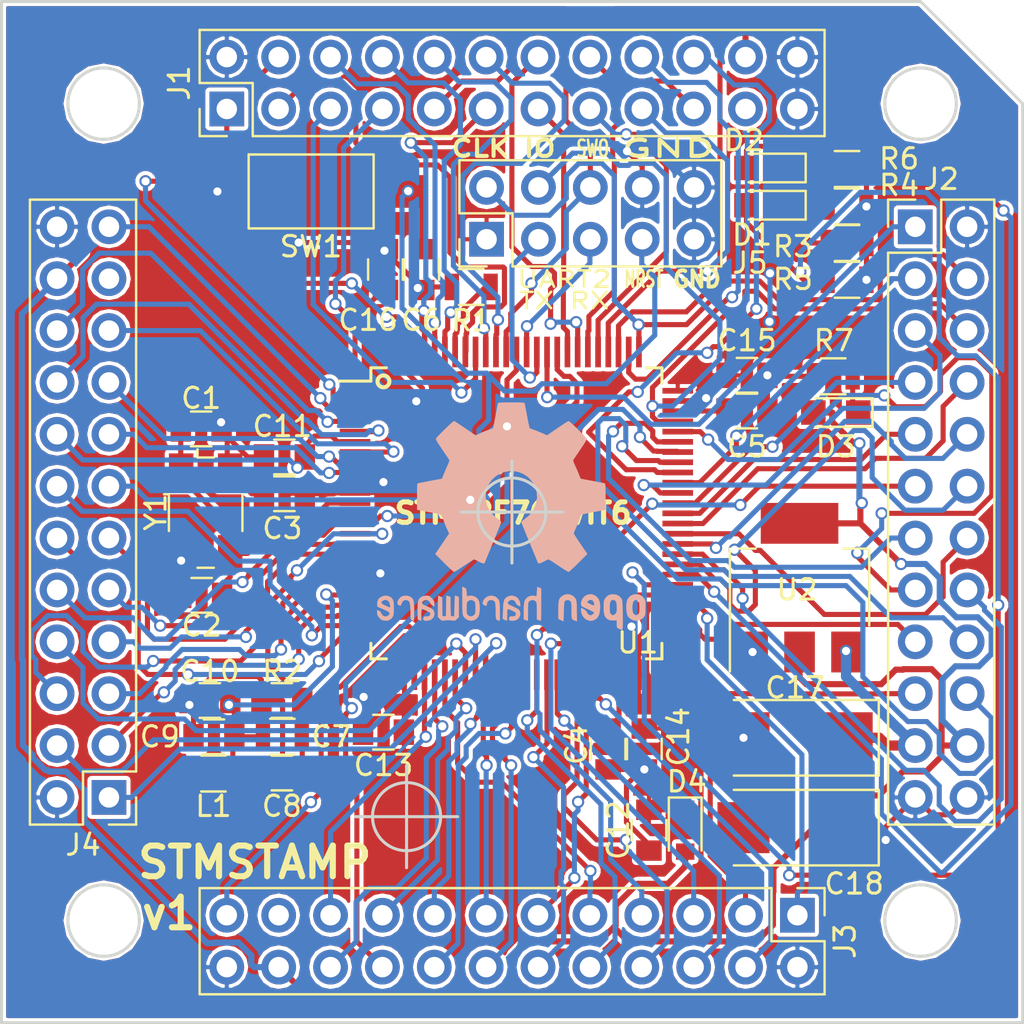
<source format=kicad_pcb>
(kicad_pcb (version 4) (host pcbnew 4.0.7)
  (layers (0 F.Cu signal) (31 B.Cu signal) (34 B.Paste user) (35 F.Paste user) (36 B.SilkS user) (37 F.SilkS user) (38 B.Mask user) (39 F.Mask user) (44 Edge.Cuts user))
  (net 0 "")
  (net 1 "Net-(C1-Pad1)")
  (net 2 GND)
  (net 3 "Net-(C2-Pad1)")
  (net 4 /VBAT)
  (net 5 /NRST)
  (net 6 /VREF)
  (net 7 /VDDA)
  (net 8 VDD)
  (net 9 +3V3)
  (net 10 /GPIO13)
  (net 11 /SPI3_SCK)
  (net 12 /UART2_TX)
  (net 13 /UART2_RX)
  (net 14 "Net-(R1-Pad1)")
  (net 15 /QSPI_IO2)
  (net 16 /GPIO0)
  (net 17 /GPIO1)
  (net 18 /TIM9_CH1)
  (net 19 /TIM9_CH2)
  (net 20 /GPIO2)
  (net 21 /GPIO3)
  (net 22 /GPIO4)
  (net 23 /ADC_IN10)
  (net 24 /SPI2_MOSI)
  (net 25 /SPI2_MISO)
  (net 26 /ADC_IN13)
  (net 27 /TIM2_CH1)
  (net 28 /TIM2_CH2)
  (net 29 /ADC_IN2)
  (net 30 /ADC_IN3)
  (net 31 /DAC1_OUT)
  (net 32 /SPI1_SCK)
  (net 33 /SPI1_MISO)
  (net 34 /ADC_IN7)
  (net 35 /ADC_IN14)
  (net 36 /ADC_IN15)
  (net 37 /TIM3_CH3)
  (net 38 /TIM3_CH4)
  (net 39 /QSPI_CLK)
  (net 40 /GPIO5)
  (net 41 /TIM1_CH1N)
  (net 42 /TIM1_CH1)
  (net 43 /TIM1_CH2N)
  (net 44 /TIM1_CH2)
  (net 45 /TIM1_CH3N)
  (net 46 /TIM1_CH3)
  (net 47 /GPIO6)
  (net 48 /TIM1_BKIN)
  (net 49 /I2C2_SCL)
  (net 50 /I2C2_SDA)
  (net 51 /UART5_RX)
  (net 52 /UART5_TX)
  (net 53 /TIM12_CH1)
  (net 54 /TIM12_CH2)
  (net 55 /GPIO7)
  (net 56 /GPIO8)
  (net 57 /GPIO9)
  (net 58 /QSPI_IO0)
  (net 59 /TIM4_CH1)
  (net 60 /QSPI_IO3)
  (net 61 /GPIO10)
  (net 62 /GPIO11)
  (net 63 /TIM8_CH1)
  (net 64 /TIM8_CH2)
  (net 65 /TIM8_CH3)
  (net 66 /TIM8_CH4)
  (net 67 /CAN3_RX)
  (net 68 /SPI2_SCK)
  (net 69 /CAN1_TX)
  (net 70 /CAN1_RX)
  (net 71 /CAN3_TX)
  (net 72 /QSPI_IO1)
  (net 73 /SPI3_MISO)
  (net 74 /SPI3_MOSI)
  (net 75 /UART4_RX)
  (net 76 /UART4_TX)
  (net 77 /GPIO15)
  (net 78 /SPI1_MOSI)
  (net 79 /TIM3_CH1)
  (net 80 /TIM3_CH2)
  (net 81 /QSPI_NCS)
  (net 82 /TIM4_CH2)
  (net 83 /I2C1_SDA)
  (net 84 /I2C1_SCL)
  (net 85 /LEDR)
  (net 86 "Net-(D1-Pad1)")
  (net 87 /LEDG)
  (net 88 "Net-(D2-Pad1)")
  (net 89 "Net-(D3-Pad1)")
  (net 90 /VIN)
  (net 91 /VCAP1)
  (net 92 /VCAP2)
  (net 93 /SWCLK)
  (net 94 /SWDIO)
  (net 95 /UART1_TX)
  (net 96 /UART1_RX)
  (module Capacitors_SMD:C_0805 (layer F.Cu) (at 129.775 93.925)
    (fp_text reference C1 (at 0 -1.5) (layer F.SilkS))
    (fp_text value 22p)
    (pad 1 smd rect (at -1 0) (size 1 1.25) (layers F.Cu F.Paste F.Mask) (net 1 "Net-(C1-Pad1)"))
    (pad 2 smd rect (at 1 0) (size 1 1.25) (layers F.Cu F.Paste F.Mask) (net 2 GND))
  )
  (module Capacitors_SMD:C_0805 (layer F.Cu) (at 129.8 102.075 180)
    (fp_text reference C2 (at 0 -1.5 180) (layer F.SilkS))
    (fp_text value 22p)
    (pad 1 smd rect (at -1 0 180) (size 1 1.25) (layers F.Cu F.Paste F.Mask) (net 3 "Net-(C2-Pad1)"))
    (pad 2 smd rect (at 1 0 180) (size 1 1.25) (layers F.Cu F.Paste F.Mask) (net 2 GND))
  )
  (module Capacitors_SMD:C_0805 (layer F.Cu) (at 133.85 95.3 180)
    (fp_text reference C3 (at 0.1 -3.5 180) (layer F.SilkS))
    (fp_text value 1u)
    (pad 1 smd rect (at -1 0 180) (size 1 1.25) (layers F.Cu F.Paste F.Mask) (net 4 /VBAT))
    (pad 2 smd rect (at 1 0 180) (size 1 1.25) (layers F.Cu F.Paste F.Mask) (net 2 GND))
  )
  (module Capacitors_SMD:C_0805 (layer F.Cu) (at 149.7 109.6 270)
    (fp_text reference C4 (at -0.2 1.55 270) (layer F.SilkS))
    (fp_text value 2.2u)
    (pad 1 smd rect (at -1 0 270) (size 1 1.25) (layers F.Cu F.Paste F.Mask) (net 91 /VCAP1))
    (pad 2 smd rect (at 1 0 270) (size 1 1.25) (layers F.Cu F.Paste F.Mask) (net 2 GND))
  )
  (module Capacitors_SMD:C_0805 (layer F.Cu) (at 156.5 93.05)
    (fp_text reference C5 (at 0 1.75) (layer F.SilkS))
    (fp_text value 2.2u)
    (pad 1 smd rect (at -1 0) (size 1 1.25) (layers F.Cu F.Paste F.Mask) (net 92 /VCAP2))
    (pad 2 smd rect (at 1 0) (size 1 1.25) (layers F.Cu F.Paste F.Mask) (net 2 GND))
  )
  (module Capacitors_SMD:C_0805 (layer F.Cu) (at 140.575 86.125 90)
    (fp_text reference C6 (at -2.475 -0.025 180) (layer F.SilkS))
    (fp_text value 1u)
    (pad 1 smd rect (at -1 0 90) (size 1 1.25) (layers F.Cu F.Paste F.Mask) (net 2 GND))
    (pad 2 smd rect (at 1 0 90) (size 1 1.25) (layers F.Cu F.Paste F.Mask) (net 5 /NRST))
  )
  (module Capacitors_SMD:C_0805 (layer F.Cu) (at 133.725 107.225 180)
    (fp_text reference C7 (at -2.425 -1.775 180) (layer F.SilkS))
    (fp_text value 100n)
    (pad 1 smd rect (at -1 0 180) (size 1 1.25) (layers F.Cu F.Paste F.Mask) (net 6 /VREF))
    (pad 2 smd rect (at 1 0 180) (size 1 1.25) (layers F.Cu F.Paste F.Mask) (net 2 GND))
  )
  (module Capacitors_SMD:C_0805 (layer F.Cu) (at 133.725 110.775 180)
    (fp_text reference C8 (at 0 -1.625 180) (layer F.SilkS))
    (fp_text value 1u)
    (pad 1 smd rect (at -1 0 180) (size 1 1.25) (layers F.Cu F.Paste F.Mask) (net 6 /VREF))
    (pad 2 smd rect (at 1 0 180) (size 1 1.25) (layers F.Cu F.Paste F.Mask) (net 2 GND))
  )
  (module Capacitors_SMD:C_0805 (layer F.Cu) (at 130.4 109 180)
    (fp_text reference C9 (at 2.65 0 180) (layer F.SilkS))
    (fp_text value 100n)
    (pad 1 smd rect (at -1 0 180) (size 1 1.25) (layers F.Cu F.Paste F.Mask) (net 7 /VDDA))
    (pad 2 smd rect (at 1 0 180) (size 1 1.25) (layers F.Cu F.Paste F.Mask) (net 2 GND))
  )
  (module Capacitors_SMD:C_0805 (layer F.Cu) (at 130.2 107.225 180)
    (fp_text reference C10 (at 0 1.425 180) (layer F.SilkS))
    (fp_text value 1u)
    (pad 1 smd rect (at -1 0 180) (size 1 1.25) (layers F.Cu F.Paste F.Mask) (net 7 /VDDA))
    (pad 2 smd rect (at 1 0 180) (size 1 1.25) (layers F.Cu F.Paste F.Mask) (net 2 GND))
  )
  (module Capacitors_SMD:C_0805 (layer F.Cu) (at 133.85 97.1)
    (fp_text reference C11 (at -0.1 -3.3) (layer F.SilkS))
    (fp_text value 100n)
    (pad 1 smd rect (at -1 0) (size 1 1.25) (layers F.Cu F.Paste F.Mask) (net 2 GND))
    (pad 2 smd rect (at 1 0) (size 1 1.25) (layers F.Cu F.Paste F.Mask) (net 8 VDD))
  )
  (module Capacitors_SMD:C_0805 (layer F.Cu) (at 151.7 113.575 90)
    (fp_text reference C12 (at 0 -1.5 90) (layer F.SilkS))
    (fp_text value 4u7)
    (pad 1 smd rect (at -1 0 90) (size 1 1.25) (layers F.Cu F.Paste F.Mask) (net 2 GND))
    (pad 2 smd rect (at 1 0 90) (size 1 1.25) (layers F.Cu F.Paste F.Mask) (net 8 VDD))
  )
  (module Capacitors_SMD:C_0805 (layer F.Cu) (at 138.7 108.775)
    (fp_text reference C13 (at 0 1.625) (layer F.SilkS))
    (fp_text value 100n)
    (pad 1 smd rect (at -1 0) (size 1 1.25) (layers F.Cu F.Paste F.Mask) (net 2 GND))
    (pad 2 smd rect (at 1 0) (size 1 1.25) (layers F.Cu F.Paste F.Mask) (net 8 VDD))
  )
  (module Capacitors_SMD:C_0805 (layer F.Cu) (at 151.475 109.6 90)
    (fp_text reference C14 (at 0.6 1.675 90) (layer F.SilkS))
    (fp_text value 100n)
    (pad 1 smd rect (at -1 0 90) (size 1 1.25) (layers F.Cu F.Paste F.Mask) (net 2 GND))
    (pad 2 smd rect (at 1 0 90) (size 1 1.25) (layers F.Cu F.Paste F.Mask) (net 8 VDD))
  )
  (module Capacitors_SMD:C_0805 (layer F.Cu) (at 156.5 91.3 180)
    (fp_text reference C15 (at 0 1.7 180) (layer F.SilkS))
    (fp_text value 100n)
    (pad 1 smd rect (at -1 0 180) (size 1 1.25) (layers F.Cu F.Paste F.Mask) (net 2 GND))
    (pad 2 smd rect (at 1 0 180) (size 1 1.25) (layers F.Cu F.Paste F.Mask) (net 8 VDD))
  )
  (module Capacitors_SMD:C_0805 (layer F.Cu) (at 138.8 86.125 270)
    (fp_text reference C16 (at 2.475 0.85 360) (layer F.SilkS))
    (fp_text value 100n)
    (pad 1 smd rect (at -1 0 270) (size 1 1.25) (layers F.Cu F.Paste F.Mask) (net 2 GND))
    (pad 2 smd rect (at 1 0 270) (size 1 1.25) (layers F.Cu F.Paste F.Mask) (net 8 VDD))
  )
  (module Resistors_SMD:R_0805 (layer F.Cu) (at 143 86.975 180)
    (fp_text reference R1 (at 0 -1.65 180) (layer F.SilkS))
    (fp_text value 10K)
    (pad 1 smd rect (at -0.95 0 180) (size 0.7 1.3) (layers F.Cu F.Paste F.Mask) (net 14 "Net-(R1-Pad1)"))
    (pad 2 smd rect (at 0.95 0 180) (size 0.7 1.3) (layers F.Cu F.Paste F.Mask) (net 2 GND))
  )
  (module Resistors_SMD:R_0805 (layer F.Cu) (at 133.75 109)
    (fp_text reference R2 (at 0 -3.2) (layer F.SilkS))
    (fp_text value 47)
    (pad 1 smd rect (at -0.95 0) (size 0.7 1.3) (layers F.Cu F.Paste F.Mask) (net 7 /VDDA))
    (pad 2 smd rect (at 0.95 0) (size 0.7 1.3) (layers F.Cu F.Paste F.Mask) (net 6 /VREF))
  )
  (module Housings_QFP:LQFP-100_14x14mm_Pitch0.5mm (layer F.Cu) (at 145.21 98.06)
    (fp_text reference U1 (at 5.94 6.34) (layer F.SilkS))
    (fp_text value STM32F756VGTx)
    (pad 1 smd rect (at -7.9 -6) (size 1.5 0.28) (layers F.Cu F.Paste F.Mask) (net 15 /QSPI_IO2))
    (pad 2 smd rect (at -7.9 -5.5) (size 1.5 0.28) (layers F.Cu F.Paste F.Mask) (net 16 /GPIO0))
    (pad 3 smd rect (at -7.9 -5) (size 1.5 0.28) (layers F.Cu F.Paste F.Mask) (net 17 /GPIO1))
    (pad 4 smd rect (at -7.9 -4.5) (size 1.5 0.28) (layers F.Cu F.Paste F.Mask) (net 18 /TIM9_CH1))
    (pad 5 smd rect (at -7.9 -4) (size 1.5 0.28) (layers F.Cu F.Paste F.Mask) (net 19 /TIM9_CH2))
    (pad 6 smd rect (at -7.9 -3.5) (size 1.5 0.28) (layers F.Cu F.Paste F.Mask) (net 4 /VBAT))
    (pad 7 smd rect (at -7.9 -3) (size 1.5 0.28) (layers F.Cu F.Paste F.Mask) (net 20 /GPIO2))
    (pad 8 smd rect (at -7.9 -2.5) (size 1.5 0.28) (layers F.Cu F.Paste F.Mask) (net 21 /GPIO3))
    (pad 9 smd rect (at -7.9 -2) (size 1.5 0.28) (layers F.Cu F.Paste F.Mask) (net 22 /GPIO4))
    (pad 10 smd rect (at -7.9 -1.5) (size 1.5 0.28) (layers F.Cu F.Paste F.Mask) (net 2 GND))
    (pad 11 smd rect (at -7.9 -1) (size 1.5 0.28) (layers F.Cu F.Paste F.Mask) (net 8 VDD))
    (pad 12 smd rect (at -7.9 -0.5) (size 1.5 0.28) (layers F.Cu F.Paste F.Mask) (net 1 "Net-(C1-Pad1)"))
    (pad 13 smd rect (at -7.9 0) (size 1.5 0.28) (layers F.Cu F.Paste F.Mask) (net 3 "Net-(C2-Pad1)"))
    (pad 14 smd rect (at -7.9 0.5) (size 1.5 0.28) (layers F.Cu F.Paste F.Mask) (net 5 /NRST))
    (pad 15 smd rect (at -7.9 1) (size 1.5 0.28) (layers F.Cu F.Paste F.Mask) (net 23 /ADC_IN10))
    (pad 16 smd rect (at -7.9 1.5) (size 1.5 0.28) (layers F.Cu F.Paste F.Mask) (net 24 /SPI2_MOSI))
    (pad 17 smd rect (at -7.9 2) (size 1.5 0.28) (layers F.Cu F.Paste F.Mask) (net 25 /SPI2_MISO))
    (pad 18 smd rect (at -7.9 2.5) (size 1.5 0.28) (layers F.Cu F.Paste F.Mask) (net 26 /ADC_IN13))
    (pad 19 smd rect (at -7.9 3) (size 1.5 0.28) (layers F.Cu F.Paste F.Mask) (net 2 GND))
    (pad 20 smd rect (at -7.9 3.5) (size 1.5 0.28) (layers F.Cu F.Paste F.Mask) (net 6 /VREF))
    (pad 21 smd rect (at -7.9 4) (size 1.5 0.28) (layers F.Cu F.Paste F.Mask) (net 7 /VDDA))
    (pad 22 smd rect (at -7.9 4.5) (size 1.5 0.28) (layers F.Cu F.Paste F.Mask) (net 27 /TIM2_CH1))
    (pad 23 smd rect (at -7.9 5) (size 1.5 0.28) (layers F.Cu F.Paste F.Mask) (net 28 /TIM2_CH2))
    (pad 24 smd rect (at -7.9 5.5) (size 1.5 0.28) (layers F.Cu F.Paste F.Mask) (net 29 /ADC_IN2))
    (pad 25 smd rect (at -7.9 6) (size 1.5 0.28) (layers F.Cu F.Paste F.Mask) (net 30 /ADC_IN3))
    (pad 26 smd rect (at -6 7.9 90) (size 1.5 0.28) (layers F.Cu F.Paste F.Mask) (net 2 GND))
    (pad 27 smd rect (at -5.5 7.9 90) (size 1.5 0.28) (layers F.Cu F.Paste F.Mask) (net 8 VDD))
    (pad 28 smd rect (at -5 7.9 90) (size 1.5 0.28) (layers F.Cu F.Paste F.Mask) (net 31 /DAC1_OUT))
    (pad 29 smd rect (at -4.5 7.9 90) (size 1.5 0.28) (layers F.Cu F.Paste F.Mask) (net 32 /SPI1_SCK))
    (pad 30 smd rect (at -4 7.9 90) (size 1.5 0.28) (layers F.Cu F.Paste F.Mask) (net 33 /SPI1_MISO))
    (pad 31 smd rect (at -3.5 7.9 90) (size 1.5 0.28) (layers F.Cu F.Paste F.Mask) (net 34 /ADC_IN7))
    (pad 32 smd rect (at -3 7.9 90) (size 1.5 0.28) (layers F.Cu F.Paste F.Mask) (net 35 /ADC_IN14))
    (pad 33 smd rect (at -2.5 7.9 90) (size 1.5 0.28) (layers F.Cu F.Paste F.Mask) (net 36 /ADC_IN15))
    (pad 34 smd rect (at -2 7.9 90) (size 1.5 0.28) (layers F.Cu F.Paste F.Mask) (net 37 /TIM3_CH3))
    (pad 35 smd rect (at -1.5 7.9 90) (size 1.5 0.28) (layers F.Cu F.Paste F.Mask) (net 38 /TIM3_CH4))
    (pad 36 smd rect (at -1 7.9 90) (size 1.5 0.28) (layers F.Cu F.Paste F.Mask) (net 39 /QSPI_CLK))
    (pad 37 smd rect (at -0.5 7.9 90) (size 1.5 0.28) (layers F.Cu F.Paste F.Mask) (net 40 /GPIO5))
    (pad 38 smd rect (at 0 7.9 90) (size 1.5 0.28) (layers F.Cu F.Paste F.Mask) (net 41 /TIM1_CH1N))
    (pad 39 smd rect (at 0.5 7.9 90) (size 1.5 0.28) (layers F.Cu F.Paste F.Mask) (net 42 /TIM1_CH1))
    (pad 40 smd rect (at 1 7.9 90) (size 1.5 0.28) (layers F.Cu F.Paste F.Mask) (net 43 /TIM1_CH2N))
    (pad 41 smd rect (at 1.5 7.9 90) (size 1.5 0.28) (layers F.Cu F.Paste F.Mask) (net 44 /TIM1_CH2))
    (pad 42 smd rect (at 2 7.9 90) (size 1.5 0.28) (layers F.Cu F.Paste F.Mask) (net 45 /TIM1_CH3N))
    (pad 43 smd rect (at 2.5 7.9 90) (size 1.5 0.28) (layers F.Cu F.Paste F.Mask) (net 46 /TIM1_CH3))
    (pad 44 smd rect (at 3 7.9 90) (size 1.5 0.28) (layers F.Cu F.Paste F.Mask) (net 47 /GPIO6))
    (pad 45 smd rect (at 3.5 7.9 90) (size 1.5 0.28) (layers F.Cu F.Paste F.Mask) (net 48 /TIM1_BKIN))
    (pad 46 smd rect (at 4 7.9 90) (size 1.5 0.28) (layers F.Cu F.Paste F.Mask) (net 49 /I2C2_SCL))
    (pad 47 smd rect (at 4.5 7.9 90) (size 1.5 0.28) (layers F.Cu F.Paste F.Mask) (net 50 /I2C2_SDA))
    (pad 48 smd rect (at 5 7.9 90) (size 1.5 0.28) (layers F.Cu F.Paste F.Mask) (net 91 /VCAP1))
    (pad 49 smd rect (at 5.5 7.9 90) (size 1.5 0.28) (layers F.Cu F.Paste F.Mask) (net 2 GND))
    (pad 50 smd rect (at 6 7.9 90) (size 1.5 0.28) (layers F.Cu F.Paste F.Mask) (net 8 VDD))
    (pad 51 smd rect (at 7.9 6) (size 1.5 0.28) (layers F.Cu F.Paste F.Mask) (net 51 /UART5_RX))
    (pad 52 smd rect (at 7.9 5.5) (size 1.5 0.28) (layers F.Cu F.Paste F.Mask) (net 52 /UART5_TX))
    (pad 53 smd rect (at 7.9 5) (size 1.5 0.28) (layers F.Cu F.Paste F.Mask) (net 53 /TIM12_CH1))
    (pad 54 smd rect (at 7.9 4.5) (size 1.5 0.28) (layers F.Cu F.Paste F.Mask) (net 54 /TIM12_CH2))
    (pad 55 smd rect (at 7.9 4) (size 1.5 0.28) (layers F.Cu F.Paste F.Mask) (net 55 /GPIO7))
    (pad 56 smd rect (at 7.9 3.5) (size 1.5 0.28) (layers F.Cu F.Paste F.Mask) (net 85 /LEDR))
    (pad 57 smd rect (at 7.9 3) (size 1.5 0.28) (layers F.Cu F.Paste F.Mask) (net 87 /LEDG))
    (pad 58 smd rect (at 7.9 2.5) (size 1.5 0.28) (layers F.Cu F.Paste F.Mask) (net 58 /QSPI_IO0))
    (pad 59 smd rect (at 7.9 2) (size 1.5 0.28) (layers F.Cu F.Paste F.Mask) (net 59 /TIM4_CH1))
    (pad 60 smd rect (at 7.9 1.5) (size 1.5 0.28) (layers F.Cu F.Paste F.Mask) (net 60 /QSPI_IO3))
    (pad 61 smd rect (at 7.9 1) (size 1.5 0.28) (layers F.Cu F.Paste F.Mask) (net 56 /GPIO8))
    (pad 62 smd rect (at 7.9 0.5) (size 1.5 0.28) (layers F.Cu F.Paste F.Mask) (net 57 /GPIO9))
    (pad 63 smd rect (at 7.9 0) (size 1.5 0.28) (layers F.Cu F.Paste F.Mask) (net 63 /TIM8_CH1))
    (pad 64 smd rect (at 7.9 -0.5) (size 1.5 0.28) (layers F.Cu F.Paste F.Mask) (net 64 /TIM8_CH2))
    (pad 65 smd rect (at 7.9 -1) (size 1.5 0.28) (layers F.Cu F.Paste F.Mask) (net 65 /TIM8_CH3))
    (pad 66 smd rect (at 7.9 -1.5) (size 1.5 0.28) (layers F.Cu F.Paste F.Mask) (net 66 /TIM8_CH4))
    (pad 67 smd rect (at 7.9 -2) (size 1.5 0.28) (layers F.Cu F.Paste F.Mask) (net 67 /CAN3_RX))
    (pad 68 smd rect (at 7.9 -2.5) (size 1.5 0.28) (layers F.Cu F.Paste F.Mask) (net 95 /UART1_TX))
    (pad 69 smd rect (at 7.9 -3) (size 1.5 0.28) (layers F.Cu F.Paste F.Mask) (net 96 /UART1_RX))
    (pad 70 smd rect (at 7.9 -3.5) (size 1.5 0.28) (layers F.Cu F.Paste F.Mask) (net 69 /CAN1_TX))
    (pad 71 smd rect (at 7.9 -4) (size 1.5 0.28) (layers F.Cu F.Paste F.Mask) (net 70 /CAN1_RX))
    (pad 72 smd rect (at 7.9 -4.5) (size 1.5 0.28) (layers F.Cu F.Paste F.Mask) (net 94 /SWDIO))
    (pad 73 smd rect (at 7.9 -5) (size 1.5 0.28) (layers F.Cu F.Paste F.Mask) (net 92 /VCAP2))
    (pad 74 smd rect (at 7.9 -5.5) (size 1.5 0.28) (layers F.Cu F.Paste F.Mask) (net 2 GND))
    (pad 75 smd rect (at 7.9 -6) (size 1.5 0.28) (layers F.Cu F.Paste F.Mask) (net 8 VDD))
    (pad 76 smd rect (at 6 -7.9 90) (size 1.5 0.28) (layers F.Cu F.Paste F.Mask) (net 93 /SWCLK))
    (pad 77 smd rect (at 5.5 -7.9 90) (size 1.5 0.28) (layers F.Cu F.Paste F.Mask) (net 71 /CAN3_TX))
    (pad 78 smd rect (at 5 -7.9 90) (size 1.5 0.28) (layers F.Cu F.Paste F.Mask) (net 72 /QSPI_IO1))
    (pad 79 smd rect (at 4.5 -7.9 90) (size 1.5 0.28) (layers F.Cu F.Paste F.Mask) (net 73 /SPI3_MISO))
    (pad 80 smd rect (at 4 -7.9 90) (size 1.5 0.28) (layers F.Cu F.Paste F.Mask) (net 74 /SPI3_MOSI))
    (pad 81 smd rect (at 3.5 -7.9 90) (size 1.5 0.28) (layers F.Cu F.Paste F.Mask) (net 75 /UART4_RX))
    (pad 82 smd rect (at 3 -7.9 90) (size 1.5 0.28) (layers F.Cu F.Paste F.Mask) (net 76 /UART4_TX))
    (pad 83 smd rect (at 2.5 -7.9 90) (size 1.5 0.28) (layers F.Cu F.Paste F.Mask) (net 10 /GPIO13))
    (pad 84 smd rect (at 2 -7.9 90) (size 1.5 0.28) (layers F.Cu F.Paste F.Mask) (net 68 /SPI2_SCK))
    (pad 85 smd rect (at 1.5 -7.9 90) (size 1.5 0.28) (layers F.Cu F.Paste F.Mask) (net 77 /GPIO15))
    (pad 86 smd rect (at 1 -7.9 90) (size 1.5 0.28) (layers F.Cu F.Paste F.Mask) (net 12 /UART2_TX))
    (pad 87 smd rect (at 0.5 -7.9 90) (size 1.5 0.28) (layers F.Cu F.Paste F.Mask) (net 13 /UART2_RX))
    (pad 88 smd rect (at 0 -7.9 90) (size 1.5 0.28) (layers F.Cu F.Paste F.Mask) (net 78 /SPI1_MOSI))
    (pad 89 smd rect (at -0.5 -7.9 90) (size 1.5 0.28) (layers F.Cu F.Paste F.Mask) (net 11 /SPI3_SCK))
    (pad 90 smd rect (at -1 -7.9 90) (size 1.5 0.28) (layers F.Cu F.Paste F.Mask) (net 79 /TIM3_CH1))
    (pad 91 smd rect (at -1.5 -7.9 90) (size 1.5 0.28) (layers F.Cu F.Paste F.Mask) (net 80 /TIM3_CH2))
    (pad 92 smd rect (at -2 -7.9 90) (size 1.5 0.28) (layers F.Cu F.Paste F.Mask) (net 81 /QSPI_NCS))
    (pad 93 smd rect (at -2.5 -7.9 90) (size 1.5 0.28) (layers F.Cu F.Paste F.Mask) (net 82 /TIM4_CH2))
    (pad 94 smd rect (at -3 -7.9 90) (size 1.5 0.28) (layers F.Cu F.Paste F.Mask) (net 14 "Net-(R1-Pad1)"))
    (pad 95 smd rect (at -3.5 -7.9 90) (size 1.5 0.28) (layers F.Cu F.Paste F.Mask) (net 83 /I2C1_SDA))
    (pad 96 smd rect (at -4 -7.9 90) (size 1.5 0.28) (layers F.Cu F.Paste F.Mask) (net 84 /I2C1_SCL))
    (pad 97 smd rect (at -4.5 -7.9 90) (size 1.5 0.28) (layers F.Cu F.Paste F.Mask) (net 61 /GPIO10))
    (pad 98 smd rect (at -5 -7.9 90) (size 1.5 0.28) (layers F.Cu F.Paste F.Mask) (net 62 /GPIO11))
    (pad 99 smd rect (at -5.5 -7.9 90) (size 1.5 0.28) (layers F.Cu F.Paste F.Mask) (net 2 GND))
    (pad 100 smd rect (at -6 -7.9 90) (size 1.5 0.28) (layers F.Cu F.Paste F.Mask) (net 8 VDD))
  )
  (module Resistors_SMD:R_0805 (layer F.Cu) (at 130.375 110.8)
    (fp_text reference L1 (at 0 1.6) (layer F.SilkS))
    (fp_text value Ferrite_Bead_Small)
    (pad 1 smd rect (at -0.95 0) (size 0.7 1.3) (layers F.Cu F.Paste F.Mask) (net 8 VDD))
    (pad 2 smd rect (at 0.95 0) (size 0.7 1.3) (layers F.Cu F.Paste F.Mask) (net 7 /VDDA))
  )
  (module Capacitors_Tantalum_SMD:CP_Tantalum_Case-C_EIA-6032-28_Reflow (layer F.Cu) (at 158.855 109.05 180)
    (fp_text reference C17 (at 0 2.45 180) (layer F.SilkS))
    (fp_text value 10u)
    (pad 1 smd rect (at -2.525 0 180) (size 2.55 2.5) (layers F.Cu F.Paste F.Mask) (net 90 /VIN))
    (pad 2 smd rect (at 2.525 0 180) (size 2.55 2.5) (layers F.Cu F.Paste F.Mask) (net 2 GND))
  )
  (module Capacitors_Tantalum_SMD:CP_Tantalum_Case-C_EIA-6032-28_Reflow (layer F.Cu) (at 158.855 113.45 180)
    (fp_text reference C18 (at -2.895 -2.75 180) (layer F.SilkS))
    (fp_text value 22u)
    (pad 1 smd rect (at -2.525 0 180) (size 2.55 2.5) (layers F.Cu F.Paste F.Mask) (net 9 +3V3))
    (pad 2 smd rect (at 2.525 0 180) (size 2.55 2.5) (layers F.Cu F.Paste F.Mask) (net 2 GND))
  )
  (module LEDs:LED_0805 (layer F.Cu) (at 157.575 82.975 180)
    (fp_text reference D1 (at 0.825 -1.45 180) (layer F.SilkS))
    (fp_text value LED_Small)
    (pad 2 smd rect (at 1.1 0) (size 1.2 1.2) (layers F.Cu F.Paste F.Mask) (net 85 /LEDR))
    (pad 1 smd rect (at -1.1 0) (size 1.2 1.2) (layers F.Cu F.Paste F.Mask) (net 86 "Net-(D1-Pad1)"))
  )
  (module LEDs:LED_0805 (layer F.Cu) (at 157.575 81.15 180)
    (fp_text reference D2 (at 1.225 1.35 180) (layer F.SilkS))
    (fp_text value LED_Small)
    (pad 2 smd rect (at 1.1 0) (size 1.2 1.2) (layers F.Cu F.Paste F.Mask) (net 87 /LEDG))
    (pad 1 smd rect (at -1.1 0) (size 1.2 1.2) (layers F.Cu F.Paste F.Mask) (net 88 "Net-(D2-Pad1)"))
  )
  (module LEDs:LED_0805 (layer F.Cu) (at 160.85 93.125 180)
    (fp_text reference D3 (at 0 -1.675 180) (layer F.SilkS))
    (fp_text value LED_Small)
    (pad 2 smd rect (at 1.1 0) (size 1.2 1.2) (layers F.Cu F.Paste F.Mask) (net 9 +3V3))
    (pad 1 smd rect (at -1.1 0) (size 1.2 1.2) (layers F.Cu F.Paste F.Mask) (net 89 "Net-(D3-Pad1)"))
  )
  (module Diodes_SMD:D_0805 (layer F.Cu) (at 153.475 113.575 270)
    (fp_text reference D4 (at -2.375 -0.075 360) (layer F.SilkS))
    (fp_text value D_Schottky_ALT)
    (pad 1 smd rect (at -1.05 0 270) (size 0.8 0.9) (layers F.Cu F.Paste F.Mask) (net 8 VDD))
    (pad 2 smd rect (at 1.05 0 270) (size 0.8 0.9) (layers F.Cu F.Paste F.Mask) (net 9 +3V3))
  )
  (module Resistors_SMD:R_0805 (layer F.Cu) (at 161.4 84.825)
    (fp_text reference R3 (at -2.65 0.175) (layer F.SilkS))
    (fp_text value 220)
    (pad 1 smd rect (at -0.95 0) (size 0.7 1.3) (layers F.Cu F.Paste F.Mask) (net 86 "Net-(D1-Pad1)"))
    (pad 2 smd rect (at 0.95 0) (size 0.7 1.3) (layers F.Cu F.Paste F.Mask) (net 2 GND))
  )
  (module Resistors_SMD:R_0805 (layer F.Cu) (at 161.4 83.035)
    (fp_text reference R4 (at 2.55 -1.035) (layer F.SilkS))
    (fp_text value 220)
    (pad 1 smd rect (at -0.95 0) (size 0.7 1.3) (layers F.Cu F.Paste F.Mask) (net 88 "Net-(D2-Pad1)"))
    (pad 2 smd rect (at 0.95 0) (size 0.7 1.3) (layers F.Cu F.Paste F.Mask) (net 2 GND))
  )
  (module Resistors_SMD:R_0805 (layer F.Cu) (at 161.4 86.625)
    (fp_text reference R5 (at -2.65 -0.025) (layer F.SilkS))
    (fp_text value 1K)
    (pad 1 smd rect (at -0.95 0) (size 0.7 1.3) (layers F.Cu F.Paste F.Mask) (net 85 /LEDR))
    (pad 2 smd rect (at 0.95 0) (size 0.7 1.3) (layers F.Cu F.Paste F.Mask) (net 2 GND))
  )
  (module Resistors_SMD:R_0805 (layer F.Cu) (at 161.4 81.2)
    (fp_text reference R6 (at 2.55 -0.5) (layer F.SilkS))
    (fp_text value 1K)
    (pad 1 smd rect (at -0.95 0) (size 0.7 1.3) (layers F.Cu F.Paste F.Mask) (net 87 /LEDG))
    (pad 2 smd rect (at 0.95 0) (size 0.7 1.3) (layers F.Cu F.Paste F.Mask) (net 2 GND))
  )
  (module Resistors_SMD:R_0805 (layer F.Cu) (at 160.725 91.35 180)
    (fp_text reference R7 (at -0.025 1.75 180) (layer F.SilkS))
    (fp_text value 220)
    (pad 1 smd rect (at -0.95 0 180) (size 0.7 1.3) (layers F.Cu F.Paste F.Mask) (net 89 "Net-(D3-Pad1)"))
    (pad 2 smd rect (at 0.95 0 180) (size 0.7 1.3) (layers F.Cu F.Paste F.Mask) (net 2 GND))
  )
  (module TO_SOT_Packages_SMD:SOT-223-3_TabPin2 (layer F.Cu) (at 159.075 101.7 90)
    (fp_text reference U2 (at -0.1 -0.125 180) (layer F.SilkS))
    (fp_text value AP1117-33)
    (pad 2 smd rect (at 3.15 0 90) (size 2 3.8) (layers F.Cu F.Paste F.Mask) (net 9 +3V3))
    (pad 2 smd rect (at -3.15 0 90) (size 2 1.5) (layers F.Cu F.Paste F.Mask) (net 9 +3V3))
    (pad 3 smd rect (at -3.15 2.3 90) (size 2 1.5) (layers F.Cu F.Paste F.Mask) (net 90 /VIN))
    (pad 1 smd rect (at -3.15 -2.3 90) (size 2 1.5) (layers F.Cu F.Paste F.Mask) (net 2 GND))
  )
  (module Pin_Headers:Pin_Header_Straight_2x12_Pitch2.54mm (layer F.Cu) (at 131.03 78.26 90)
    (fp_text reference J1 (at 1.27 -2.33 90) (layer F.SilkS))
    (fp_text value Conn_02x12_Odd_Even)
    (pad 1 thru_hole rect (at 0 0 90) (size 1.7 1.7) (drill 1) (layers *.Cu *.Mask) (net 16 /GPIO0))
    (pad 2 thru_hole oval (at 2.54 0 90) (size 1.7 1.7) (drill 1) (layers *.Cu *.Mask) (net 2 GND))
    (pad 3 thru_hole oval (at 0 2.54 90) (size 1.7 1.7) (drill 1) (layers *.Cu *.Mask) (net 82 /TIM4_CH2))
    (pad 4 thru_hole oval (at 2.54 2.54 90) (size 1.7 1.7) (drill 1) (layers *.Cu *.Mask) (net 62 /GPIO11))
    (pad 5 thru_hole oval (at 0 5.08 90) (size 1.7 1.7) (drill 1) (layers *.Cu *.Mask) (net 81 /QSPI_NCS))
    (pad 6 thru_hole oval (at 2.54 5.08 90) (size 1.7 1.7) (drill 1) (layers *.Cu *.Mask) (net 84 /I2C1_SCL))
    (pad 7 thru_hole oval (at 0 7.62 90) (size 1.7 1.7) (drill 1) (layers *.Cu *.Mask) (net 15 /QSPI_IO2))
    (pad 8 thru_hole oval (at 2.54 7.62 90) (size 1.7 1.7) (drill 1) (layers *.Cu *.Mask) (net 83 /I2C1_SDA))
    (pad 9 thru_hole oval (at 0 10.16 90) (size 1.7 1.7) (drill 1) (layers *.Cu *.Mask) (net 72 /QSPI_IO1))
    (pad 10 thru_hole oval (at 2.54 10.16 90) (size 1.7 1.7) (drill 1) (layers *.Cu *.Mask) (net 80 /TIM3_CH2))
    (pad 11 thru_hole oval (at 0 12.7 90) (size 1.7 1.7) (drill 1) (layers *.Cu *.Mask) (net 61 /GPIO10))
    (pad 12 thru_hole oval (at 2.54 12.7 90) (size 1.7 1.7) (drill 1) (layers *.Cu *.Mask) (net 79 /TIM3_CH1))
    (pad 13 thru_hole oval (at 0 15.24 90) (size 1.7 1.7) (drill 1) (layers *.Cu *.Mask) (net 10 /GPIO13))
    (pad 14 thru_hole oval (at 2.54 15.24 90) (size 1.7 1.7) (drill 1) (layers *.Cu *.Mask) (net 76 /UART4_TX))
    (pad 15 thru_hole oval (at 0 17.78 90) (size 1.7 1.7) (drill 1) (layers *.Cu *.Mask) (net 74 /SPI3_MOSI))
    (pad 16 thru_hole oval (at 2.54 17.78 90) (size 1.7 1.7) (drill 1) (layers *.Cu *.Mask) (net 75 /UART4_RX))
    (pad 17 thru_hole oval (at 0 20.32 90) (size 1.7 1.7) (drill 1) (layers *.Cu *.Mask) (net 73 /SPI3_MISO))
    (pad 18 thru_hole oval (at 2.54 20.32 90) (size 1.7 1.7) (drill 1) (layers *.Cu *.Mask) (net 71 /CAN3_TX))
    (pad 19 thru_hole oval (at 0 22.86 90) (size 1.7 1.7) (drill 1) (layers *.Cu *.Mask) (net 11 /SPI3_SCK))
    (pad 20 thru_hole oval (at 2.54 22.86 90) (size 1.7 1.7) (drill 1) (layers *.Cu *.Mask) (net 67 /CAN3_RX))
    (pad 21 thru_hole oval (at 0 25.4 90) (size 1.7 1.7) (drill 1) (layers *.Cu *.Mask))
    (pad 22 thru_hole oval (at 2.54 25.4 90) (size 1.7 1.7) (drill 1) (layers *.Cu *.Mask) (net 9 +3V3))
    (pad 23 thru_hole oval (at 0 27.94 90) (size 1.7 1.7) (drill 1) (layers *.Cu *.Mask) (net 2 GND))
    (pad 24 thru_hole oval (at 2.54 27.94 90) (size 1.7 1.7) (drill 1) (layers *.Cu *.Mask) (net 2 GND))
  )
  (module Pin_Headers:Pin_Header_Straight_2x12_Pitch2.54mm (layer F.Cu) (at 164.74 84.03)
    (fp_text reference J2 (at 1.27 -2.33) (layer F.SilkS))
    (fp_text value Conn_02x12_Odd_Even)
    (pad 1 thru_hole rect (at 0 0) (size 1.7 1.7) (drill 1) (layers *.Cu *.Mask) (net 77 /GPIO15))
    (pad 2 thru_hole oval (at 2.54 0) (size 1.7 1.7) (drill 1) (layers *.Cu *.Mask) (net 2 GND))
    (pad 3 thru_hole oval (at 0 2.54) (size 1.7 1.7) (drill 1) (layers *.Cu *.Mask) (net 66 /TIM8_CH4))
    (pad 4 thru_hole oval (at 2.54 2.54) (size 1.7 1.7) (drill 1) (layers *.Cu *.Mask) (net 93 /SWCLK))
    (pad 5 thru_hole oval (at 0 5.08) (size 1.7 1.7) (drill 1) (layers *.Cu *.Mask) (net 65 /TIM8_CH3))
    (pad 6 thru_hole oval (at 2.54 5.08) (size 1.7 1.7) (drill 1) (layers *.Cu *.Mask) (net 94 /SWDIO))
    (pad 7 thru_hole oval (at 0 7.62) (size 1.7 1.7) (drill 1) (layers *.Cu *.Mask) (net 64 /TIM8_CH2))
    (pad 8 thru_hole oval (at 2.54 7.62) (size 1.7 1.7) (drill 1) (layers *.Cu *.Mask) (net 57 /GPIO9))
    (pad 9 thru_hole oval (at 0 10.16) (size 1.7 1.7) (drill 1) (layers *.Cu *.Mask) (net 63 /TIM8_CH1))
    (pad 10 thru_hole oval (at 2.54 10.16) (size 1.7 1.7) (drill 1) (layers *.Cu *.Mask) (net 60 /QSPI_IO3))
    (pad 11 thru_hole oval (at 0 12.7) (size 1.7 1.7) (drill 1) (layers *.Cu *.Mask) (net 55 /GPIO7))
    (pad 12 thru_hole oval (at 2.54 12.7) (size 1.7 1.7) (drill 1) (layers *.Cu *.Mask) (net 58 /QSPI_IO0))
    (pad 13 thru_hole oval (at 0 15.24) (size 1.7 1.7) (drill 1) (layers *.Cu *.Mask) (net 69 /CAN1_TX))
    (pad 14 thru_hole oval (at 2.54 15.24) (size 1.7 1.7) (drill 1) (layers *.Cu *.Mask) (net 56 /GPIO8))
    (pad 15 thru_hole oval (at 0 17.78) (size 1.7 1.7) (drill 1) (layers *.Cu *.Mask) (net 70 /CAN1_RX))
    (pad 16 thru_hole oval (at 2.54 17.78) (size 1.7 1.7) (drill 1) (layers *.Cu *.Mask) (net 59 /TIM4_CH1))
    (pad 17 thru_hole oval (at 0 20.32) (size 1.7 1.7) (drill 1) (layers *.Cu *.Mask) (net 52 /UART5_TX))
    (pad 18 thru_hole oval (at 2.54 20.32) (size 1.7 1.7) (drill 1) (layers *.Cu *.Mask) (net 95 /UART1_TX))
    (pad 19 thru_hole oval (at 0 22.86) (size 1.7 1.7) (drill 1) (layers *.Cu *.Mask) (net 51 /UART5_RX))
    (pad 20 thru_hole oval (at 2.54 22.86) (size 1.7 1.7) (drill 1) (layers *.Cu *.Mask) (net 96 /UART1_RX))
    (pad 21 thru_hole oval (at 0 25.4) (size 1.7 1.7) (drill 1) (layers *.Cu *.Mask) (net 90 /VIN))
    (pad 22 thru_hole oval (at 2.54 25.4) (size 1.7 1.7) (drill 1) (layers *.Cu *.Mask) (net 9 +3V3))
    (pad 23 thru_hole oval (at 0 27.94) (size 1.7 1.7) (drill 1) (layers *.Cu *.Mask) (net 2 GND))
    (pad 24 thru_hole oval (at 2.54 27.94) (size 1.7 1.7) (drill 1) (layers *.Cu *.Mask) (net 2 GND))
  )
  (module Pin_Headers:Pin_Header_Straight_2x12_Pitch2.54mm (layer F.Cu) (at 158.97 117.74 270)
    (fp_text reference J3 (at 1.27 -2.33 270) (layer F.SilkS))
    (fp_text value Conn_02x12_Odd_Even)
    (pad 1 thru_hole rect (at 0 0 270) (size 1.7 1.7) (drill 1) (layers *.Cu *.Mask) (net 54 /TIM12_CH2))
    (pad 2 thru_hole oval (at 2.54 0 270) (size 1.7 1.7) (drill 1) (layers *.Cu *.Mask) (net 2 GND))
    (pad 3 thru_hole oval (at 0 2.54 270) (size 1.7 1.7) (drill 1) (layers *.Cu *.Mask) (net 53 /TIM12_CH1))
    (pad 4 thru_hole oval (at 2.54 2.54 270) (size 1.7 1.7) (drill 1) (layers *.Cu *.Mask) (net 48 /TIM1_BKIN))
    (pad 5 thru_hole oval (at 0 5.08 270) (size 1.7 1.7) (drill 1) (layers *.Cu *.Mask) (net 49 /I2C2_SCL))
    (pad 6 thru_hole oval (at 2.54 5.08 270) (size 1.7 1.7) (drill 1) (layers *.Cu *.Mask) (net 45 /TIM1_CH3N))
    (pad 7 thru_hole oval (at 0 7.62 270) (size 1.7 1.7) (drill 1) (layers *.Cu *.Mask) (net 50 /I2C2_SDA))
    (pad 8 thru_hole oval (at 2.54 7.62 270) (size 1.7 1.7) (drill 1) (layers *.Cu *.Mask) (net 46 /TIM1_CH3))
    (pad 9 thru_hole oval (at 0 10.16 270) (size 1.7 1.7) (drill 1) (layers *.Cu *.Mask) (net 34 /ADC_IN7))
    (pad 10 thru_hole oval (at 2.54 10.16 270) (size 1.7 1.7) (drill 1) (layers *.Cu *.Mask) (net 43 /TIM1_CH2N))
    (pad 11 thru_hole oval (at 0 12.7 270) (size 1.7 1.7) (drill 1) (layers *.Cu *.Mask) (net 47 /GPIO6))
    (pad 12 thru_hole oval (at 2.54 12.7 270) (size 1.7 1.7) (drill 1) (layers *.Cu *.Mask) (net 44 /TIM1_CH2))
    (pad 13 thru_hole oval (at 0 15.24 270) (size 1.7 1.7) (drill 1) (layers *.Cu *.Mask) (net 40 /GPIO5))
    (pad 14 thru_hole oval (at 2.54 15.24 270) (size 1.7 1.7) (drill 1) (layers *.Cu *.Mask) (net 41 /TIM1_CH1N))
    (pad 15 thru_hole oval (at 0 17.78 270) (size 1.7 1.7) (drill 1) (layers *.Cu *.Mask) (net 39 /QSPI_CLK))
    (pad 16 thru_hole oval (at 2.54 17.78 270) (size 1.7 1.7) (drill 1) (layers *.Cu *.Mask) (net 42 /TIM1_CH1))
    (pad 17 thru_hole oval (at 0 20.32 270) (size 1.7 1.7) (drill 1) (layers *.Cu *.Mask) (net 35 /ADC_IN14))
    (pad 18 thru_hole oval (at 2.54 20.32 270) (size 1.7 1.7) (drill 1) (layers *.Cu *.Mask) (net 78 /SPI1_MOSI))
    (pad 19 thru_hole oval (at 0 22.86 270) (size 1.7 1.7) (drill 1) (layers *.Cu *.Mask) (net 32 /SPI1_SCK))
    (pad 20 thru_hole oval (at 2.54 22.86 270) (size 1.7 1.7) (drill 1) (layers *.Cu *.Mask) (net 33 /SPI1_MISO))
    (pad 21 thru_hole oval (at 0 25.4 270) (size 1.7 1.7) (drill 1) (layers *.Cu *.Mask))
    (pad 22 thru_hole oval (at 2.54 25.4 270) (size 1.7 1.7) (drill 1) (layers *.Cu *.Mask) (net 9 +3V3))
    (pad 23 thru_hole oval (at 0 27.94 270) (size 1.7 1.7) (drill 1) (layers *.Cu *.Mask) (net 31 /DAC1_OUT))
    (pad 24 thru_hole oval (at 2.54 27.94 270) (size 1.7 1.7) (drill 1) (layers *.Cu *.Mask) (net 2 GND))
  )
  (module Pin_Headers:Pin_Header_Straight_2x12_Pitch2.54mm (layer F.Cu) (at 125.26 111.97 180)
    (fp_text reference J4 (at 1.27 -2.33 180) (layer F.SilkS))
    (fp_text value Conn_02x12_Odd_Even)
    (pad 1 thru_hole rect (at 0 0 180) (size 1.7 1.7) (drill 1) (layers *.Cu *.Mask) (net 38 /TIM3_CH4))
    (pad 2 thru_hole oval (at 2.54 0 180) (size 1.7 1.7) (drill 1) (layers *.Cu *.Mask) (net 2 GND))
    (pad 3 thru_hole oval (at 0 2.54 180) (size 1.7 1.7) (drill 1) (layers *.Cu *.Mask) (net 28 /TIM2_CH2))
    (pad 4 thru_hole oval (at 2.54 2.54 180) (size 1.7 1.7) (drill 1) (layers *.Cu *.Mask) (net 37 /TIM3_CH3))
    (pad 5 thru_hole oval (at 0 5.08 180) (size 1.7 1.7) (drill 1) (layers *.Cu *.Mask) (net 27 /TIM2_CH1))
    (pad 6 thru_hole oval (at 2.54 5.08 180) (size 1.7 1.7) (drill 1) (layers *.Cu *.Mask) (net 26 /ADC_IN13))
    (pad 7 thru_hole oval (at 0 7.62 180) (size 1.7 1.7) (drill 1) (layers *.Cu *.Mask) (net 23 /ADC_IN10))
    (pad 8 thru_hole oval (at 2.54 7.62 180) (size 1.7 1.7) (drill 1) (layers *.Cu *.Mask) (net 36 /ADC_IN15))
    (pad 9 thru_hole oval (at 0 10.16 180) (size 1.7 1.7) (drill 1) (layers *.Cu *.Mask) (net 24 /SPI2_MOSI))
    (pad 10 thru_hole oval (at 2.54 10.16 180) (size 1.7 1.7) (drill 1) (layers *.Cu *.Mask) (net 5 /NRST))
    (pad 11 thru_hole oval (at 0 12.7 180) (size 1.7 1.7) (drill 1) (layers *.Cu *.Mask) (net 25 /SPI2_MISO))
    (pad 12 thru_hole oval (at 2.54 12.7 180) (size 1.7 1.7) (drill 1) (layers *.Cu *.Mask) (net 30 /ADC_IN3))
    (pad 13 thru_hole oval (at 0 15.24 180) (size 1.7 1.7) (drill 1) (layers *.Cu *.Mask) (net 68 /SPI2_SCK))
    (pad 14 thru_hole oval (at 2.54 15.24 180) (size 1.7 1.7) (drill 1) (layers *.Cu *.Mask) (net 29 /ADC_IN2))
    (pad 15 thru_hole oval (at 0 17.78 180) (size 1.7 1.7) (drill 1) (layers *.Cu *.Mask) (net 22 /GPIO4))
    (pad 16 thru_hole oval (at 2.54 17.78 180) (size 1.7 1.7) (drill 1) (layers *.Cu *.Mask) (net 4 /VBAT))
    (pad 17 thru_hole oval (at 0 20.32 180) (size 1.7 1.7) (drill 1) (layers *.Cu *.Mask) (net 21 /GPIO3))
    (pad 18 thru_hole oval (at 2.54 20.32 180) (size 1.7 1.7) (drill 1) (layers *.Cu *.Mask) (net 19 /TIM9_CH2))
    (pad 19 thru_hole oval (at 0 22.86 180) (size 1.7 1.7) (drill 1) (layers *.Cu *.Mask) (net 20 /GPIO2))
    (pad 20 thru_hole oval (at 2.54 22.86 180) (size 1.7 1.7) (drill 1) (layers *.Cu *.Mask) (net 18 /TIM9_CH1))
    (pad 21 thru_hole oval (at 0 25.4 180) (size 1.7 1.7) (drill 1) (layers *.Cu *.Mask))
    (pad 22 thru_hole oval (at 2.54 25.4 180) (size 1.7 1.7) (drill 1) (layers *.Cu *.Mask) (net 9 +3V3))
    (pad 23 thru_hole oval (at 0 27.94 180) (size 1.7 1.7) (drill 1) (layers *.Cu *.Mask) (net 17 /GPIO1))
    (pad 24 thru_hole oval (at 2.54 27.94 180) (size 1.7 1.7) (drill 1) (layers *.Cu *.Mask) (net 2 GND))
  )
  (module Buttons_Switches_SMD:SW_SPST_FSMSM (layer F.Cu) (at 135.16 82.3)
    (fp_text reference SW1 (at -0.01 2.7) (layer F.SilkS))
    (fp_text value SW_Push)
    (pad 1 smd rect (at -4.59 0) (size 2.18 1.6) (layers F.Cu F.Paste F.Mask) (net 2 GND))
    (pad 2 smd rect (at 4.59 0) (size 2.18 1.6) (layers F.Cu F.Paste F.Mask) (net 5 /NRST))
  )
  (module Crystals:Crystal_SMD_Abracon_ABM3B-4pin_5.0x3.2mm (layer F.Cu) (at 129.995 98.025 270)
    (fp_text reference Y1 (at -0.025 2.445 270) (layer F.SilkS))
    (fp_text value Crystal_GND24)
    (pad 1 smd rect (at -2 1.2 270) (size 1.8 1.2) (layers F.Cu F.Paste F.Mask) (net 1 "Net-(C1-Pad1)"))
    (pad 2 smd rect (at 2 1.2 270) (size 1.8 1.2) (layers F.Cu F.Paste F.Mask) (net 2 GND))
    (pad 3 smd rect (at 2 -1.2 270) (size 1.8 1.2) (layers F.Cu F.Paste F.Mask) (net 3 "Net-(C2-Pad1)"))
    (pad 4 smd rect (at -2 -1.2 270) (size 1.8 1.2) (layers F.Cu F.Paste F.Mask) (net 2 GND))
  )
  (module Pin_Headers:Pin_Header_Straight_2x05_Pitch2.54mm (layer F.Cu) (at 143.75 84.64 90)
    (fp_text reference J5 (at -1.16 12.9 180) (layer F.SilkS))
    (fp_text value Conn_02x05_Odd_Even)
    (pad 1 thru_hole rect (at 0 0 90) (size 1.7 1.7) (drill 1) (layers *.Cu *.Mask) (net 8 VDD))
    (pad 2 thru_hole oval (at 2.54 0 90) (size 1.7 1.7) (drill 1) (layers *.Cu *.Mask) (net 93 /SWCLK))
    (pad 3 thru_hole oval (at 0 2.54 90) (size 1.7 1.7) (drill 1) (layers *.Cu *.Mask) (net 12 /UART2_TX))
    (pad 4 thru_hole oval (at 2.54 2.54 90) (size 1.7 1.7) (drill 1) (layers *.Cu *.Mask) (net 94 /SWDIO))
    (pad 5 thru_hole oval (at 0 5.08 90) (size 1.7 1.7) (drill 1) (layers *.Cu *.Mask) (net 13 /UART2_RX))
    (pad 6 thru_hole oval (at 2.54 5.08 90) (size 1.7 1.7) (drill 1) (layers *.Cu *.Mask) (net 11 /SPI3_SCK))
    (pad 7 thru_hole oval (at 0 7.62 90) (size 1.7 1.7) (drill 1) (layers *.Cu *.Mask) (net 5 /NRST))
    (pad 8 thru_hole oval (at 2.54 7.62 90) (size 1.7 1.7) (drill 1) (layers *.Cu *.Mask) (net 2 GND))
    (pad 9 thru_hole oval (at 0 10.16 90) (size 1.7 1.7) (drill 1) (layers *.Cu *.Mask) (net 2 GND))
    (pad 10 thru_hole oval (at 2.54 10.16 90) (size 1.7 1.7) (drill 1) (layers *.Cu *.Mask) (net 2 GND))
  )
  (module Symbols:OSHW-Logo2_14.6x12mm_SilkScreen (layer B.Cu) (at 144.96 98.18 180)
    (fp_text reference REF*** hide)
    (fp_text value OSHW-Logo2_14.6x12mm_SilkScreen hide)
  )
  (gr_text STM32F765VIT6 (at 145.05 98.05) (layer F.SilkS) (effects (font (size 1 1) (thickness 0.25))))
  (gr_circle (center 138.7 91.6) (end 138.85 91.85) (layer F.SilkS) (width 0.2))
  (gr_text v1 (at 128.2 117.65) (layer F.SilkS) (effects (font (size 1.5 1.5) (thickness 0.3))))
  (gr_text STMSTAMP (at 132.4 115.15) (layer F.SilkS) (effects (font (size 1.5 1.5) (thickness 0.3))))
  (gr_text "TX RX" (at 147.55 87.65) (layer F.SilkS) (effects (font (size 0.8 1) (thickness 0.125))))
  (gr_text GND (at 154.05 86.6) (layer F.SilkS) (effects (font (size 0.8 0.75) (thickness 0.1875))))
  (gr_text UART2 (at 147.55 86.6) (layer F.SilkS) (effects (font (size 0.8 1) (thickness 0.125))))
  (gr_text SWO (at 148.95 80.2) (layer F.SilkS) (effects (font (size 0.8 0.5) (thickness 0.125))))
  (gr_text NRST (at 151.45 86.6) (layer F.SilkS) (effects (font (size 0.8 0.5) (thickness 0.125))))
  (gr_text GND (at 152.65 80.2) (layer F.SilkS) (effects (font (size 0.8 1.5) (thickness 0.2))))
  (gr_text IO (at 146.35 80.2) (layer F.SilkS) (effects (font (size 0.8 1) (thickness 0.2))))
  (gr_text CLK (at 143.45 80.2) (layer F.SilkS) (effects (font (size 0.8 1) (thickness 0.2))))
  (gr_line (start 170 78.00095) (end 170 123) (layer Edge.Cuts) (width 0.15))
  (gr_line (start 170 78) (end 165 73) (layer Edge.Cuts) (width 0.15))
  (gr_circle (center 125 78) (end 126.75 78) (layer Edge.Cuts) (width 0.15))
  (gr_circle (center 165 78) (end 166.75 78) (layer Edge.Cuts) (width 0.15))
  (gr_circle (center 125 118) (end 126.75 118) (layer Edge.Cuts) (width 0.15))
  (gr_circle (center 165 118) (end 166.75 118) (layer Edge.Cuts) (width 0.15))
  (target plus (at 139.832308 112.912084) (size 5) (width 0.15) (layer Edge.Cuts))
  (target plus (at 144.990874 97.995632) (size 5) (width 0.15) (layer Edge.Cuts))
  (gr_line (start 120 123) (end 120 73) (layer Edge.Cuts) (width 0.15))
  (gr_line (start 170 123) (end 120 123) (layer Edge.Cuts) (width 0.15))
  (gr_line (start 120 73) (end 165.001776 73) (layer Edge.Cuts) (width 0.15))
  (segment (start 128.795 96.325) (end 128.795 96.025) (width 0.25) (layer F.Cu) (net 1))
  (segment (start 135.9886 97.56) (end 135.3186 98.23) (width 0.25) (layer F.Cu) (net 1))
  (segment (start 137.31 97.56) (end 135.9886 97.56) (width 0.25) (layer F.Cu) (net 1))
  (segment (start 135.3186 98.23) (end 130.7 98.23) (width 0.25) (layer F.Cu) (net 1))
  (segment (start 130.7 98.23) (end 128.795 96.325) (width 0.25) (layer F.Cu) (net 1))
  (segment (start 128.775 96.005) (end 128.795 96.025) (width 0.25) (layer F.Cu) (net 1))
  (segment (start 128.775 93.925) (end 128.775 96.005) (width 0.25) (layer F.Cu) (net 1))
  (segment (start 129.7825 106.8575) (end 129.7825 106.5675) (width 0.25) (layer F.Cu) (net 2))
  (segment (start 129.7825 106.5675) (end 130.3 106.05) (width 0.25) (layer F.Cu) (net 2))
  (segment (start 130.3 106.05) (end 132.56 106.05) (width 0.25) (layer F.Cu) (net 2))
  (segment (start 132.56 106.05) (end 132.725 106.215) (width 0.25) (layer F.Cu) (net 2))
  (segment (start 132.725 106.215) (end 132.725 107.225) (width 0.25) (layer F.Cu) (net 2))
  (segment (start 132.725 110.775) (end 133.76 110.775) (width 0.25) (layer F.Cu) (net 2))
  (segment (start 133.755 107.225) (end 132.725 107.225) (width 0.25) (layer F.Cu) (net 2))
  (segment (start 133.76 110.775) (end 133.76 107.23) (width 0.25) (layer F.Cu) (net 2))
  (segment (start 133.76 107.23) (end 133.755 107.225) (width 0.25) (layer F.Cu) (net 2))
  (segment (start 138.67 96.56) (end 138.7 96.53) (width 0.25) (layer F.Cu) (net 2))
  (segment (start 137.31 96.56) (end 138.67 96.56) (width 0.25) (layer F.Cu) (net 2))
  (via (at 138.7 96.53) (size 0.6) (drill 0.4) (layers F.Cu B.Cu) (net 2))
  (segment (start 140.1439 87.266034) (end 140.382695 87.027239) (width 0.25) (layer F.Cu) (net 2))
  (segment (start 140.1439 87.3332) (end 140.1439 87.266034) (width 0.25) (layer F.Cu) (net 2))
  (segment (start 140.2411 87.4305) (end 140.1439 87.3332) (width 0.25) (layer F.Cu) (net 2))
  (via (at 140.382695 87.027239) (size 0.6) (drill 0.4) (layers F.Cu B.Cu) (net 2))
  (segment (start 140.575 87.0966) (end 140.2411 87.4305) (width 0.25) (layer F.Cu) (net 2))
  (segment (start 151.35 82.12) (end 151.35 82.037099) (width 0.25) (layer B.Cu) (net 2))
  (segment (start 154.36031 92.56) (end 154.500019 92.420291) (width 0.25) (layer F.Cu) (net 2))
  (via (at 154.500019 92.420291) (size 0.6) (drill 0.4) (layers F.Cu B.Cu) (net 2))
  (segment (start 153.11 92.56) (end 154.36031 92.56) (width 0.25) (layer F.Cu) (net 2))
  (segment (start 156.33 109.05) (end 156.33 112.4) (width 0.25) (layer F.Cu) (net 2))
  (segment (start 150.627978 80.325875) (end 152.135875 80.325875) (width 0.25) (layer B.Cu) (net 2))
  (segment (start 152.135875 80.325875) (end 153.91 82.1) (width 0.25) (layer B.Cu) (net 2))
  (segment (start 151.37 82.1) (end 151.37 81.067897) (width 0.25) (layer F.Cu) (net 2))
  (segment (start 151.37 81.067897) (end 150.627978 80.325875) (width 0.25) (layer F.Cu) (net 2))
  (via (at 150.627978 80.325875) (size 0.6) (drill 0.4) (layers F.Cu B.Cu) (net 2))
  (segment (start 134.974264 84.80001) (end 134.55 84.80001) (width 0.25) (layer F.Cu) (net 2))
  (segment (start 138.35001 84.80001) (end 134.974264 84.80001) (width 0.25) (layer F.Cu) (net 2))
  (segment (start 138.75 85.2) (end 138.35001 84.80001) (width 0.25) (layer F.Cu) (net 2))
  (via (at 134.55 84.80001) (size 0.6) (drill 0.4) (layers F.Cu B.Cu) (net 2))
  (via (at 162.35 86.625) (size 0.6) (drill 0.4) (layers F.Cu B.Cu) (net 2))
  (segment (start 163.290984 113.419016) (end 163.290984 114.055491) (width 0.25) (layer F.Cu) (net 2))
  (via (at 163.290984 114.055491) (size 0.6) (drill 0.4) (layers F.Cu B.Cu) (net 2))
  (segment (start 164.74 111.97) (end 163.290984 113.419016) (width 0.25) (layer F.Cu) (net 2))
  (segment (start 167.28 111.97) (end 166.430001 112.819999) (width 0.25) (layer F.Cu) (net 2))
  (segment (start 166.430001 112.819999) (end 165.589999 112.819999) (width 0.25) (layer F.Cu) (net 2))
  (segment (start 165.589999 112.819999) (end 164.74 111.97) (width 0.25) (layer F.Cu) (net 2))
  (segment (start 138.45 107.9) (end 138.45 107.769057) (width 0.25) (layer F.Cu) (net 2))
  (segment (start 138.729617 107.050383) (end 137.731326 107.050383) (width 0.25) (layer F.Cu) (net 2))
  (segment (start 138.45 107.769057) (end 137.731326 107.050383) (width 0.25) (layer F.Cu) (net 2))
  (segment (start 137.7 108.775) (end 137.7 108.65) (width 0.25) (layer F.Cu) (net 2))
  (via (at 137.731326 107.050383) (size 0.6) (drill 0.4) (layers F.Cu B.Cu) (net 2))
  (segment (start 137.7 108.65) (end 138.45 107.9) (width 0.25) (layer F.Cu) (net 2))
  (segment (start 139.21 106.57) (end 138.729617 107.050383) (width 0.25) (layer F.Cu) (net 2))
  (segment (start 139.21 105.96) (end 139.21 106.57) (width 0.25) (layer F.Cu) (net 2))
  (segment (start 140.608827 92.272479) (end 140.308828 92.572478) (width 0.25) (layer F.Cu) (net 2))
  (via (at 140.308828 92.572478) (size 0.6) (drill 0.4) (layers F.Cu B.Cu) (net 2))
  (segment (start 140.608827 91.933825) (end 140.608827 92.272479) (width 0.25) (layer F.Cu) (net 2))
  (segment (start 139.71 90.16) (end 139.71 91.034998) (width 0.25) (layer F.Cu) (net 2))
  (segment (start 139.71 91.034998) (end 140.608827 91.933825) (width 0.25) (layer F.Cu) (net 2))
  (via (at 130.75 93.6) (size 0.6) (layers F.Cu B.Cu) (net 2))
  (via (at 138.75 85.2) (size 0.6) (layers F.Cu B.Cu) (net 2))
  (via (at 138.55 101) (size 0.6) (layers F.Cu B.Cu) (net 2))
  (via (at 129.2 107.44) (size 0.6) (layers F.Cu B.Cu) (net 2))
  (via (at 128.795 100.375) (size 0.6) (layers F.Cu B.Cu) (net 2))
  (via (at 156.775 104.85) (size 0.6) (layers F.Cu B.Cu) (net 2))
  (via (at 130.57 82.3) (size 0.6) (layers F.Cu B.Cu) (net 2))
  (via (at 157.5 91.3) (size 0.6) (layers F.Cu B.Cu) (net 2))
  (via (at 162.35 83.035) (size 0.6) (layers F.Cu B.Cu) (net 2))
  (via (at 151.475 110.6) (size 0.6) (layers F.Cu B.Cu) (net 2))
  (via (at 156.33 109.05) (size 0.6) (layers F.Cu B.Cu) (net 2))
  (via (at 150.8449 103.6037) (size 0.6) (layers F.Cu B.Cu) (net 2))
  (segment (start 130.95 93.8) (end 130.75 93.6) (width 0.25) (layer F.Cu) (net 2))
  (segment (start 130.95 93.8243) (end 130.95 93.8) (width 0.25) (layer F.Cu) (net 2))
  (segment (start 132.05 95.3) (end 131.05 94.3) (width 0.25) (layer F.Cu) (net 2))
  (segment (start 132.85 95.3) (end 132.05 95.3) (width 0.25) (layer F.Cu) (net 2))
  (segment (start 130.95 94.2) (end 130.95 93.8243) (width 0.25) (layer F.Cu) (net 2))
  (segment (start 131.05 94.3) (end 130.95 94.2) (width 0.25) (layer F.Cu) (net 2))
  (segment (start 140.575 86.775) (end 140.575 87.0966) (width 0.25) (layer F.Cu) (net 2))
  (segment (start 138.49 101.06) (end 138.55 101) (width 0.25) (layer F.Cu) (net 2))
  (segment (start 137.31 101.06) (end 138.49 101.06) (width 0.25) (layer F.Cu) (net 2))
  (segment (start 129.4 107.64) (end 129.2 107.44) (width 0.25) (layer F.Cu) (net 2))
  (segment (start 129.4 109) (end 129.4 107.64) (width 0.25) (layer F.Cu) (net 2))
  (segment (start 128.8 100.38) (end 128.795 100.375) (width 0.25) (layer F.Cu) (net 2))
  (segment (start 128.8 102.075) (end 128.8 100.38) (width 0.25) (layer F.Cu) (net 2))
  (segment (start 157.55 91.35) (end 157.5 91.3) (width 0.25) (layer F.Cu) (net 2))
  (segment (start 159.775 91.35) (end 157.55 91.35) (width 0.25) (layer F.Cu) (net 2))
  (segment (start 157.5 93.05) (end 157.5 91.3) (width 0.25) (layer F.Cu) (net 2))
  (segment (start 162.35 84.825) (end 162.35 86.625) (width 0.25) (layer F.Cu) (net 2))
  (segment (start 162.35 83.035) (end 162.35 84.825) (width 0.25) (layer F.Cu) (net 2))
  (segment (start 162.35 81.2) (end 162.35 83.035) (width 0.25) (layer F.Cu) (net 2))
  (segment (start 151.7 114.285) (end 151.7 114.575) (width 0.25) (layer F.Cu) (net 2))
  (segment (start 150.6 113.185) (end 151.7 114.285) (width 0.25) (layer F.Cu) (net 2))
  (segment (start 150.6 111.35) (end 150.6 113.185) (width 0.25) (layer F.Cu) (net 2))
  (segment (start 151.35 110.6) (end 150.6 111.35) (width 0.25) (layer F.Cu) (net 2))
  (segment (start 151.475 110.6) (end 151.35 110.6) (width 0.25) (layer F.Cu) (net 2))
  (segment (start 149.7 110.6) (end 151.475 110.6) (width 0.25) (layer F.Cu) (net 2))
  (segment (start 140.6966 86.975) (end 140.575 87.0966) (width 0.25) (layer F.Cu) (net 2))
  (segment (start 142.05 86.975) (end 140.6966 86.975) (width 0.25) (layer F.Cu) (net 2))
  (segment (start 140.575 87.0966) (end 140.2411 87.4305) (width 0.25) (layer F.Cu) (net 2))
  (segment (start 140.575 87.025) (end 140.575 87.0966) (width 0.25) (layer F.Cu) (net 2))
  (segment (start 138.75 85.2) (end 140.575 87.025) (width 0.25) (layer F.Cu) (net 2))
  (segment (start 140.575 87.0966) (end 140.575 87.125) (width 0.25) (layer F.Cu) (net 2))
  (segment (start 130.8493 93.925) (end 130.95 93.8243) (width 0.25) (layer F.Cu) (net 2))
  (segment (start 130.775 93.925) (end 130.8493 93.925) (width 0.25) (layer F.Cu) (net 2))
  (segment (start 131.05 95.9) (end 131.05 94.3) (width 0.25) (layer F.Cu) (net 2))
  (segment (start 131.195 96.045) (end 131.05 95.9) (width 0.25) (layer F.Cu) (net 2))
  (segment (start 132.25 97.1) (end 131.195 96.045) (width 0.25) (layer F.Cu) (net 2))
  (segment (start 132.85 97.1) (end 132.25 97.1) (width 0.25) (layer F.Cu) (net 2))
  (segment (start 131.195 96.045) (end 131.195 96.025) (width 0.25) (layer F.Cu) (net 2))
  (segment (start 128.795 100.375) (end 128.795 100.025) (width 0.25) (layer F.Cu) (net 2))
  (segment (start 150.71 103.7386) (end 150.71 105.96) (width 0.25) (layer F.Cu) (net 2))
  (segment (start 150.8449 103.6037) (end 150.71 103.7386) (width 0.25) (layer F.Cu) (net 2))
  (segment (start 138.925 85.125) (end 138.8875 85.1625) (width 0.25) (layer F.Cu) (net 2))
  (segment (start 138.85 85.2) (end 138.75 85.2) (width 0.25) (layer F.Cu) (net 2))
  (segment (start 138.8875 85.1625) (end 138.85 85.2) (width 0.25) (layer F.Cu) (net 2))
  (segment (start 138.8375 85.1625) (end 138.8 85.125) (width 0.25) (layer F.Cu) (net 2))
  (segment (start 138.8875 85.1625) (end 138.8375 85.1625) (width 0.25) (layer F.Cu) (net 2))
  (segment (start 129.2 107.44) (end 129.7825 106.8575) (width 0.25) (layer F.Cu) (net 2))
  (segment (start 129.5675 106.8575) (end 129.2 107.225) (width 0.25) (layer F.Cu) (net 2))
  (segment (start 129.7825 106.8575) (end 129.5675 106.8575) (width 0.25) (layer F.Cu) (net 2))
  (segment (start 135.505 98.680011) (end 136.125011 98.06) (width 0.25) (layer F.Cu) (net 3))
  (segment (start 136.31 98.06) (end 137.31 98.06) (width 0.25) (layer F.Cu) (net 3))
  (segment (start 136.125011 98.06) (end 136.31 98.06) (width 0.25) (layer F.Cu) (net 3))
  (segment (start 133.389989 98.680011) (end 135.505 98.680011) (width 0.25) (layer F.Cu) (net 3))
  (segment (start 132.045 100.025) (end 133.389989 98.680011) (width 0.25) (layer F.Cu) (net 3))
  (segment (start 131.195 100.025) (end 132.045 100.025) (width 0.25) (layer F.Cu) (net 3))
  (segment (start 130.8 101.57) (end 130.8 102.075) (width 0.25) (layer F.Cu) (net 3))
  (segment (start 131.195 101.175) (end 130.8 101.57) (width 0.25) (layer F.Cu) (net 3))
  (segment (start 131.195 100.025) (end 131.195 101.175) (width 0.25) (layer F.Cu) (net 3))
  (segment (start 134.186309 95.523923) (end 134.486308 95.823922) (width 0.25) (layer B.Cu) (net 4))
  (segment (start 134.486308 95.399658) (end 134.486308 95.823922) (width 0.25) (layer F.Cu) (net 4))
  (segment (start 134.486308 95.117892) (end 134.486308 95.399658) (width 0.25) (layer F.Cu) (net 4))
  (segment (start 134.112387 95.450001) (end 134.186309 95.523923) (width 0.25) (layer B.Cu) (net 4))
  (segment (start 134.7654 94.8388) (end 134.486308 95.117892) (width 0.25) (layer F.Cu) (net 4))
  (segment (start 122.72 94.19) (end 123.980001 95.450001) (width 0.25) (layer B.Cu) (net 4))
  (segment (start 123.980001 95.450001) (end 134.112387 95.450001) (width 0.25) (layer B.Cu) (net 4))
  (via (at 134.486308 95.823922) (size 0.6) (drill 0.4) (layers F.Cu B.Cu) (net 4))
  (segment (start 136.455002 94.56) (end 136.170001 94.274999) (width 0.25) (layer F.Cu) (net 4))
  (segment (start 135.329201 94.274999) (end 134.7654 94.8388) (width 0.25) (layer F.Cu) (net 4))
  (segment (start 137.31 94.56) (end 136.455002 94.56) (width 0.25) (layer F.Cu) (net 4))
  (segment (start 136.170001 94.274999) (end 135.329201 94.274999) (width 0.25) (layer F.Cu) (net 4))
  (segment (start 134.85 94.9234) (end 134.85 95.3) (width 0.25) (layer F.Cu) (net 4))
  (segment (start 134.7654 94.8388) (end 134.85 94.9234) (width 0.25) (layer F.Cu) (net 4))
  (segment (start 149.609997 91.714999) (end 146.462203 91.714999) (width 0.25) (layer B.Cu) (net 5))
  (segment (start 146.462203 91.714999) (end 146.104999 92.072203) (width 0.25) (layer B.Cu) (net 5))
  (segment (start 146.104999 92.072203) (end 144.622203 92.072203) (width 0.25) (layer B.Cu) (net 5))
  (segment (start 144.622203 92.072203) (end 143.75 91.2) (width 0.25) (layer B.Cu) (net 5))
  (segment (start 151.35 84.66) (end 151.35 85.8621) (width 0.25) (layer B.Cu) (net 5))
  (segment (start 151.35 85.8621) (end 151.985001 86.497101) (width 0.25) (layer B.Cu) (net 5))
  (segment (start 151.985001 86.497101) (end 151.985001 89.339995) (width 0.25) (layer B.Cu) (net 5))
  (segment (start 151.985001 89.339995) (end 149.609997 91.714999) (width 0.25) (layer B.Cu) (net 5))
  (segment (start 139.314262 98.19) (end 138.889998 98.19) (width 0.25) (layer B.Cu) (net 5))
  (segment (start 143.75 91.2) (end 143.855001 91.305001) (width 0.25) (layer B.Cu) (net 5))
  (segment (start 143.855001 93.494999) (end 143.375002 93.974998) (width 0.25) (layer B.Cu) (net 5))
  (segment (start 143.775002 97.299998) (end 143.775002 97.900002) (width 0.25) (layer B.Cu) (net 5))
  (segment (start 143.375002 96.899998) (end 143.775002 97.299998) (width 0.25) (layer B.Cu) (net 5))
  (segment (start 143.485004 98.19) (end 139.314262 98.19) (width 0.25) (layer B.Cu) (net 5))
  (segment (start 143.775002 97.900002) (end 143.485004 98.19) (width 0.25) (layer B.Cu) (net 5))
  (segment (start 143.375002 93.974998) (end 143.375002 96.899998) (width 0.25) (layer B.Cu) (net 5))
  (segment (start 143.855001 91.305001) (end 143.855001 93.494999) (width 0.25) (layer B.Cu) (net 5))
  (segment (start 140.210001 82.579999) (end 139.910002 82.28) (width 0.25) (layer F.Cu) (net 5))
  (segment (start 140.575 85.125) (end 140.575 82.944998) (width 0.25) (layer F.Cu) (net 5))
  (segment (start 142.807819 91.2) (end 139.610003 88.002184) (width 0.25) (layer B.Cu) (net 5))
  (segment (start 139.77 82.28) (end 139.910002 82.28) (width 0.25) (layer F.Cu) (net 5))
  (segment (start 139.610003 88.002184) (end 139.610003 82.579999) (width 0.25) (layer B.Cu) (net 5))
  (segment (start 143.75 91.2) (end 142.807819 91.2) (width 0.25) (layer B.Cu) (net 5))
  (segment (start 140.575 82.944998) (end 140.210001 82.579999) (width 0.25) (layer F.Cu) (net 5))
  (via (at 139.910002 82.28) (size 0.6) (drill 0.4) (layers F.Cu B.Cu) (net 5))
  (segment (start 139.610003 82.579999) (end 139.910002 82.28) (width 0.25) (layer B.Cu) (net 5))
  (segment (start 139.75 82.3) (end 139.77 82.28) (width 0.25) (layer F.Cu) (net 5))
  (segment (start 138.559999 98.19) (end 138.889998 98.19) (width 0.25) (layer F.Cu) (net 5))
  (segment (start 138.189999 98.56) (end 138.559999 98.19) (width 0.25) (layer F.Cu) (net 5))
  (segment (start 137.31 98.56) (end 138.189999 98.56) (width 0.25) (layer F.Cu) (net 5))
  (via (at 138.889998 98.19) (size 0.6) (drill 0.4) (layers F.Cu B.Cu) (net 5))
  (segment (start 127.469999 104.215003) (end 128.070001 104.215003) (width 0.25) (layer B.Cu) (net 5))
  (segment (start 126.428658 103.173662) (end 127.469999 104.215003) (width 0.25) (layer B.Cu) (net 5))
  (segment (start 124.083662 103.173662) (end 126.428658 103.173662) (width 0.25) (layer B.Cu) (net 5))
  (segment (start 128.070001 104.215003) (end 130.860015 101.424989) (width 0.25) (layer B.Cu) (net 5))
  (segment (start 130.860015 101.424989) (end 131.375123 101.424989) (width 0.25) (layer B.Cu) (net 5))
  (segment (start 122.72 101.81) (end 124.083662 103.173662) (width 0.25) (layer B.Cu) (net 5))
  (segment (start 131.375123 101.424989) (end 131.799387 101.424989) (width 0.25) (layer B.Cu) (net 5))
  (segment (start 132.099386 101.12499) (end 131.799387 101.424989) (width 0.25) (layer F.Cu) (net 5))
  (segment (start 132.100083 101.124293) (end 132.099386 101.12499) (width 0.25) (layer F.Cu) (net 5))
  (segment (start 134.030427 99.130022) (end 132.100083 101.060366) (width 0.25) (layer F.Cu) (net 5))
  (segment (start 132.100083 101.060366) (end 132.100083 101.124293) (width 0.25) (layer F.Cu) (net 5))
  (segment (start 135.764978 99.130022) (end 134.030427 99.130022) (width 0.25) (layer F.Cu) (net 5))
  (segment (start 136.335 98.56) (end 135.764978 99.130022) (width 0.25) (layer F.Cu) (net 5))
  (via (at 131.799387 101.424989) (size 0.6) (drill 0.4) (layers F.Cu B.Cu) (net 5))
  (segment (start 137.31 98.56) (end 136.335 98.56) (width 0.25) (layer F.Cu) (net 5))
  (segment (start 137.31 98.56) (end 136.335 98.56) (width 0.25) (layer F.Cu) (net 5))
  (segment (start 136.335 98.56) (end 136.235 98.66) (width 0.25) (layer F.Cu) (net 5))
  (segment (start 137.31 101.56) (end 136.334998 101.56) (width 0.25) (layer F.Cu) (net 6))
  (segment (start 133.040093 105.415093) (end 134.725 107.1) (width 0.25) (layer F.Cu) (net 6))
  (segment (start 133.040093 104.030565) (end 133.040093 105.415093) (width 0.25) (layer F.Cu) (net 6))
  (segment (start 135.465257 101.4054) (end 134.225057 102.6456) (width 0.25) (layer F.Cu) (net 6))
  (segment (start 136.180398 101.4054) (end 135.465257 101.4054) (width 0.25) (layer F.Cu) (net 6))
  (segment (start 136.334998 101.56) (end 136.180398 101.4054) (width 0.25) (layer F.Cu) (net 6))
  (segment (start 134.725 107.1) (end 134.725 107.225) (width 0.25) (layer F.Cu) (net 6))
  (segment (start 134.225057 102.845601) (end 133.040093 104.030565) (width 0.25) (layer F.Cu) (net 6))
  (segment (start 134.225057 102.6456) (end 134.225057 102.845601) (width 0.25) (layer F.Cu) (net 6))
  (segment (start 134.7 107.25) (end 134.725 107.225) (width 0.25) (layer F.Cu) (net 6))
  (segment (start 134.7 109) (end 134.7 107.25) (width 0.25) (layer F.Cu) (net 6))
  (segment (start 134.725 109.025) (end 134.7 109) (width 0.25) (layer F.Cu) (net 6))
  (segment (start 134.725 110.775) (end 134.725 109.025) (width 0.25) (layer F.Cu) (net 6))
  (segment (start 131.1377 107.44) (end 134.324937 107.44) (width 0.25) (layer B.Cu) (net 7))
  (segment (start 136.200867 102.330409) (end 135.900868 102.03041) (width 0.25) (layer B.Cu) (net 7))
  (segment (start 136.200867 105.56407) (end 136.200867 102.330409) (width 0.25) (layer B.Cu) (net 7))
  (segment (start 134.324937 107.44) (end 136.200867 105.56407) (width 0.25) (layer B.Cu) (net 7))
  (segment (start 137.31 102.06) (end 135.930458 102.06) (width 0.25) (layer F.Cu) (net 7))
  (via (at 135.900868 102.03041) (size 0.6) (drill 0.4) (layers F.Cu B.Cu) (net 7))
  (segment (start 135.930458 102.06) (end 135.900868 102.03041) (width 0.25) (layer F.Cu) (net 7))
  (via (at 131.1377 107.44) (size 0.6) (layers F.Cu B.Cu) (net 7))
  (segment (start 131.4 107.7023) (end 131.1377 107.44) (width 0.25) (layer F.Cu) (net 7))
  (segment (start 131.4 109) (end 131.4 107.7023) (width 0.25) (layer F.Cu) (net 7))
  (segment (start 131.4 109) (end 132.8 109) (width 0.25) (layer F.Cu) (net 7))
  (segment (start 131.325 109.075) (end 131.4 109) (width 0.25) (layer F.Cu) (net 7))
  (segment (start 131.325 110.8) (end 131.325 109.075) (width 0.25) (layer F.Cu) (net 7))
  (segment (start 131.2 107.3777) (end 131.2 107.225) (width 0.25) (layer F.Cu) (net 7))
  (segment (start 131.1377 107.44) (end 131.2 107.3777) (width 0.25) (layer F.Cu) (net 7))
  (segment (start 136.128452 97.1) (end 135.6 97.1) (width 0.25) (layer F.Cu) (net 8))
  (segment (start 135.6 97.1) (end 134.85 97.1) (width 0.25) (layer F.Cu) (net 8))
  (segment (start 136.168452 97.06) (end 136.128452 97.1) (width 0.25) (layer F.Cu) (net 8))
  (segment (start 137.31 97.06) (end 136.168452 97.06) (width 0.25) (layer F.Cu) (net 8))
  (segment (start 137.925 87.875) (end 138.675 87.125) (width 0.25) (layer F.Cu) (net 8))
  (segment (start 138.675 87.125) (end 138.8 87.125) (width 0.25) (layer F.Cu) (net 8))
  (segment (start 139.21 90.16) (end 138.82 90.16) (width 0.25) (layer F.Cu) (net 8))
  (segment (start 138.82 90.16) (end 137.925 89.265) (width 0.25) (layer F.Cu) (net 8))
  (segment (start 137.925 89.265) (end 137.925 87.875) (width 0.25) (layer F.Cu) (net 8))
  (segment (start 157.627839 88.647161) (end 157.6 88.675) (width 0.25) (layer B.Cu) (net 8))
  (segment (start 157.627839 86.305424) (end 157.627839 88.647161) (width 0.25) (layer B.Cu) (net 8))
  (segment (start 157.6 89.075) (end 157.6 88.675) (width 0.25) (layer F.Cu) (net 8))
  (segment (start 155.5 91.175) (end 157.6 89.075) (width 0.25) (layer F.Cu) (net 8))
  (segment (start 155.5 91.3) (end 155.5 91.175) (width 0.25) (layer F.Cu) (net 8))
  (via (at 157.6 88.675) (size 0.6) (drill 0.4) (layers F.Cu B.Cu) (net 8))
  (via (at 157.627839 86.305424) (size 0.6) (drill 0.4) (layers F.Cu B.Cu) (net 8))
  (segment (start 153.425 112.575) (end 153.475 112.525) (width 0.25) (layer F.Cu) (net 8))
  (segment (start 151.7 112.575) (end 153.425 112.575) (width 0.25) (layer F.Cu) (net 8))
  (segment (start 166.1047 109.43) (end 166.02 109.5147) (width 0.3) (layer F.Cu) (net 9))
  (segment (start 166.02 109.5147) (end 166.02 109.96) (width 0.3) (layer F.Cu) (net 9))
  (segment (start 166.02 109.96) (end 165.28 110.7) (width 0.3) (layer F.Cu) (net 9))
  (segment (start 162.9553 111.8747) (end 161.38 111.8747) (width 0.3) (layer F.Cu) (net 9))
  (segment (start 165.28 110.7) (end 164.13 110.7) (width 0.3) (layer F.Cu) (net 9))
  (segment (start 164.13 110.7) (end 162.9553 111.8747) (width 0.3) (layer F.Cu) (net 9))
  (segment (start 161.38 111.8747) (end 161.38 113.45) (width 0.3) (layer F.Cu) (net 9))
  (segment (start 167.28 109.43) (end 167.28 109.41) (width 0.3) (layer B.Cu) (net 9))
  (segment (start 165.246002 100.54) (end 164.466764 100.54) (width 0.3) (layer B.Cu) (net 9))
  (segment (start 167.28 109.41) (end 166.079999 108.209999) (width 0.3) (layer B.Cu) (net 9))
  (segment (start 166.079999 108.209999) (end 166.079999 106.174001) (width 0.3) (layer B.Cu) (net 9))
  (segment (start 166.079999 106.174001) (end 166.703999 105.550001) (width 0.3) (layer B.Cu) (net 9))
  (segment (start 166.703999 105.550001) (end 167.856001 105.550001) (width 0.3) (layer B.Cu) (net 9))
  (segment (start 168.480001 104.926001) (end 168.480001 103.824654) (width 0.3) (layer B.Cu) (net 9))
  (segment (start 165.940001 102.338235) (end 165.940001 101.233999) (width 0.3) (layer B.Cu) (net 9))
  (segment (start 167.856001 105.550001) (end 168.480001 104.926001) (width 0.3) (layer B.Cu) (net 9))
  (segment (start 168.480001 103.824654) (end 167.805346 103.149999) (width 0.3) (layer B.Cu) (net 9))
  (segment (start 167.805346 103.149999) (end 166.751765 103.149999) (width 0.3) (layer B.Cu) (net 9))
  (segment (start 166.751765 103.149999) (end 165.940001 102.338235) (width 0.3) (layer B.Cu) (net 9))
  (segment (start 165.940001 101.233999) (end 165.246002 100.54) (width 0.3) (layer B.Cu) (net 9))
  (segment (start 164.466764 100.54) (end 164.0425 100.54) (width 0.3) (layer B.Cu) (net 9))
  (segment (start 159.075 104.85) (end 159.075 106.1) (width 0.3) (layer F.Cu) (net 9))
  (segment (start 159.400001 106.425001) (end 163.073799 106.425001) (width 0.3) (layer F.Cu) (net 9))
  (segment (start 159.075 106.1) (end 159.400001 106.425001) (width 0.3) (layer F.Cu) (net 9))
  (segment (start 163.073799 106.425001) (end 163.7842 105.7146) (width 0.3) (layer F.Cu) (net 9))
  (segment (start 163.7842 105.7146) (end 164.139398 105.7146) (width 0.3) (layer F.Cu) (net 9))
  (segment (start 165.539999 105.689999) (end 166.03 106.18) (width 0.3) (layer F.Cu) (net 9))
  (segment (start 164.139398 105.7146) (end 164.163999 105.689999) (width 0.3) (layer F.Cu) (net 9))
  (segment (start 164.163999 105.689999) (end 165.539999 105.689999) (width 0.3) (layer F.Cu) (net 9))
  (segment (start 166.03 106.18) (end 166.03 109.3553) (width 0.3) (layer F.Cu) (net 9))
  (segment (start 166.03 109.3553) (end 166.1047 109.43) (width 0.3) (layer F.Cu) (net 9))
  (segment (start 156.43 75.72) (end 156.43 74.517919) (width 0.3) (layer F.Cu) (net 9))
  (segment (start 156.43 74.517919) (end 155.937081 74.025) (width 0.3) (layer F.Cu) (net 9))
  (segment (start 155.937081 74.025) (end 150.162178 74.025) (width 0.3) (layer F.Cu) (net 9))
  (segment (start 124 85.29) (end 123.569999 85.720001) (width 0.3) (layer F.Cu) (net 9))
  (segment (start 150.162178 74.025) (end 149.757156 73.619977) (width 0.3) (layer F.Cu) (net 9))
  (segment (start 149.757156 73.619977) (end 147.862844 73.619977) (width 0.3) (layer F.Cu) (net 9))
  (segment (start 129.805 74.025) (end 129.01 74.82) (width 0.3) (layer F.Cu) (net 9))
  (segment (start 147.862844 73.619977) (end 147.457821 74.025) (width 0.3) (layer F.Cu) (net 9))
  (segment (start 147.457821 74.025) (end 129.805 74.025) (width 0.3) (layer F.Cu) (net 9))
  (segment (start 129.01 74.82) (end 129.01 78.2) (width 0.3) (layer F.Cu) (net 9))
  (segment (start 129.01 78.2) (end 124 83.21) (width 0.3) (layer F.Cu) (net 9))
  (segment (start 124 83.21) (end 124 85.29) (width 0.3) (layer F.Cu) (net 9))
  (segment (start 123.569999 85.720001) (end 122.72 86.57) (width 0.3) (layer F.Cu) (net 9))
  (segment (start 132.367919 120.28) (end 133.57 120.28) (width 0.3) (layer B.Cu) (net 9))
  (segment (start 132.230001 119.703999) (end 132.230001 120.142082) (width 0.3) (layer B.Cu) (net 9))
  (segment (start 130.453999 119.079999) (end 131.606001 119.079999) (width 0.3) (layer B.Cu) (net 9))
  (segment (start 122.143999 110.630001) (end 122.255301 110.630001) (width 0.3) (layer B.Cu) (net 9))
  (segment (start 121.05 109.4247) (end 121.519999 109.894699) (width 0.3) (layer B.Cu) (net 9))
  (segment (start 121.519999 109.894699) (end 121.519999 110.006001) (width 0.3) (layer B.Cu) (net 9))
  (segment (start 124.059999 111.600599) (end 124.059999 113.100001) (width 0.3) (layer B.Cu) (net 9))
  (segment (start 132.230001 120.142082) (end 132.367919 120.28) (width 0.3) (layer B.Cu) (net 9))
  (segment (start 121.519999 110.006001) (end 122.143999 110.630001) (width 0.3) (layer B.Cu) (net 9))
  (segment (start 120.994989 105.206755) (end 121.05 105.261766) (width 0.3) (layer B.Cu) (net 9))
  (segment (start 121.05 105.261766) (end 121.05 109.4247) (width 0.3) (layer B.Cu) (net 9))
  (segment (start 123.1594 110.7) (end 124.059999 111.600599) (width 0.3) (layer B.Cu) (net 9))
  (segment (start 120.994989 88.295011) (end 120.994989 105.206755) (width 0.3) (layer B.Cu) (net 9))
  (segment (start 131.606001 119.079999) (end 132.230001 119.703999) (width 0.3) (layer B.Cu) (net 9))
  (segment (start 122.255301 110.630001) (end 122.3253 110.7) (width 0.3) (layer B.Cu) (net 9))
  (segment (start 122.3253 110.7) (end 123.1594 110.7) (width 0.3) (layer B.Cu) (net 9))
  (segment (start 130.429298 119.1047) (end 130.453999 119.079999) (width 0.3) (layer B.Cu) (net 9))
  (segment (start 130.064698 119.1047) (end 130.429298 119.1047) (width 0.3) (layer B.Cu) (net 9))
  (segment (start 124.059999 113.100001) (end 130.064698 119.1047) (width 0.3) (layer B.Cu) (net 9))
  (segment (start 122.72 86.57) (end 120.994989 88.295011) (width 0.3) (layer B.Cu) (net 9))
  (segment (start 149.9854 118.3234) (end 149.2888 119.02) (width 0.3) (layer F.Cu) (net 9))
  (segment (start 145.069999 119.779001) (end 145 119.849) (width 0.3) (layer F.Cu) (net 9))
  (segment (start 149.2888 119.02) (end 145.753998 119.02) (width 0.3) (layer F.Cu) (net 9))
  (segment (start 145.753998 119.02) (end 145.069999 119.703999) (width 0.3) (layer F.Cu) (net 9))
  (segment (start 145 120.7527) (end 144.2127 121.54) (width 0.3) (layer F.Cu) (net 9))
  (segment (start 145.069999 119.703999) (end 145.069999 119.779001) (width 0.3) (layer F.Cu) (net 9))
  (segment (start 145 119.849) (end 145 120.7527) (width 0.3) (layer F.Cu) (net 9))
  (segment (start 144.2127 121.54) (end 134.84 121.54) (width 0.3) (layer F.Cu) (net 9))
  (segment (start 134.84 121.54) (end 133.58 120.28) (width 0.3) (layer F.Cu) (net 9))
  (segment (start 133.58 120.28) (end 133.57 120.28) (width 0.3) (layer F.Cu) (net 9))
  (segment (start 153.475 114.625) (end 153.475 115.3503) (width 0.3) (layer F.Cu) (net 9))
  (segment (start 153.475 115.3503) (end 152.6249 116.2004) (width 0.3) (layer F.Cu) (net 9))
  (segment (start 152.6249 116.2004) (end 151.1496 116.2004) (width 0.3) (layer F.Cu) (net 9))
  (segment (start 151.1496 116.2004) (end 151.03 116.32) (width 0.3) (layer F.Cu) (net 9))
  (segment (start 151.03 116.32) (end 151.01 116.32) (width 0.3) (layer F.Cu) (net 9))
  (segment (start 151.01 116.32) (end 150.07 117.26) (width 0.3) (layer F.Cu) (net 9))
  (segment (start 150.07 117.26) (end 150.07 118.2388) (width 0.3) (layer F.Cu) (net 9))
  (segment (start 150.07 118.2388) (end 149.9854 118.3234) (width 0.3) (layer F.Cu) (net 9))
  (segment (start 149.9854 118.3234) (end 150.682 119.02) (width 0.3) (layer F.Cu) (net 9))
  (segment (start 150.682 119.02) (end 156.97 119.02) (width 0.3) (layer F.Cu) (net 9))
  (segment (start 156.97 119.02) (end 157.769999 118.220001) (width 0.3) (layer F.Cu) (net 9))
  (segment (start 157.769999 118.220001) (end 157.769999 116.609999) (width 0.3) (layer F.Cu) (net 9))
  (segment (start 157.769999 116.609999) (end 157.7946 116.585398) (width 0.3) (layer F.Cu) (net 9))
  (segment (start 157.7946 116.585398) (end 157.7946 115.4351) (width 0.3) (layer F.Cu) (net 9))
  (segment (start 157.7946 115.4351) (end 159.7797 113.45) (width 0.3) (layer F.Cu) (net 9))
  (segment (start 159.7797 113.45) (end 161.38 113.45) (width 0.3) (layer F.Cu) (net 9))
  (via (at 164.0425 100.54) (size 0.6) (drill 0.4) (layers F.Cu B.Cu) (net 9))
  (via (at 162.0057 94.6309) (size 0.6) (drill 0.4) (layers F.Cu B.Cu) (net 9))
  (via (at 162.1209 97.5522) (size 0.6) (drill 0.4) (layers F.Cu B.Cu) (net 9))
  (segment (start 167.28 109.43) (end 166.1047 109.43) (width 0.3) (layer F.Cu) (net 9))
  (segment (start 160.1103 98.55) (end 162.0525 98.55) (width 0.3) (layer F.Cu) (net 9))
  (segment (start 160.1103 98.55) (end 159.075 98.55) (width 0.3) (layer F.Cu) (net 9))
  (segment (start 161.7245 94.6309) (end 162.0057 94.6309) (width 0.3) (layer F.Cu) (net 9))
  (segment (start 160.6753 93.5817) (end 161.7245 94.6309) (width 0.3) (layer F.Cu) (net 9))
  (segment (start 160.6753 93.125) (end 160.6753 93.5817) (width 0.3) (layer F.Cu) (net 9))
  (segment (start 159.75 93.125) (end 160.6753 93.125) (width 0.3) (layer F.Cu) (net 9))
  (segment (start 164.0425 100.54) (end 162.0525 98.55) (width 0.3) (layer F.Cu) (net 9))
  (segment (start 162.0525 97.6206) (end 162.1209 97.5522) (width 0.3) (layer F.Cu) (net 9))
  (segment (start 162.0525 98.55) (end 162.0525 97.6206) (width 0.3) (layer F.Cu) (net 9))
  (segment (start 162.0058 97.4371) (end 162.1209 97.5522) (width 0.3) (layer B.Cu) (net 9))
  (segment (start 162.0058 94.6309) (end 162.0058 97.4371) (width 0.3) (layer B.Cu) (net 9))
  (segment (start 162.0057 94.6309) (end 162.0058 94.6309) (width 0.3) (layer B.Cu) (net 9))
  (segment (start 147.525013 79.515013) (end 147.119999 79.109999) (width 0.25) (layer F.Cu) (net 10))
  (segment (start 147.509977 88.959977) (end 147.509977 87.101438) (width 0.25) (layer F.Cu) (net 10))
  (segment (start 147.71 89.16) (end 147.509977 88.959977) (width 0.25) (layer F.Cu) (net 10))
  (segment (start 147.509977 87.101438) (end 147.525013 87.086402) (width 0.25) (layer F.Cu) (net 10))
  (segment (start 147.71 90.16) (end 147.71 89.16) (width 0.25) (layer F.Cu) (net 10))
  (segment (start 147.119999 79.109999) (end 146.27 78.26) (width 0.25) (layer F.Cu) (net 10))
  (segment (start 147.525013 87.086402) (end 147.525013 79.515013) (width 0.25) (layer F.Cu) (net 10))
  (segment (start 145.95 87.262691) (end 145.95 87.224264) (width 0.25) (layer F.Cu) (net 11))
  (segment (start 144.933232 88.936768) (end 144.933232 88.279459) (width 0.25) (layer F.Cu) (net 11))
  (segment (start 144.933232 88.279459) (end 145.95 87.262691) (width 0.25) (layer F.Cu) (net 11))
  (segment (start 144.818423 89.051577) (end 144.933232 88.936768) (width 0.25) (layer F.Cu) (net 11))
  (segment (start 145.95 87.224264) (end 145.95 86.8) (width 0.25) (layer F.Cu) (net 11))
  (segment (start 152.525001 76.895001) (end 153.040001 77.410001) (width 0.25) (layer F.Cu) (net 11))
  (segment (start 149.374001 74.544999) (end 149.985001 75.155999) (width 0.25) (layer F.Cu) (net 11))
  (segment (start 150.785999 76.895001) (end 152.525001 76.895001) (width 0.25) (layer F.Cu) (net 11))
  (segment (start 149.985001 76.094003) (end 150.785999 76.895001) (width 0.25) (layer F.Cu) (net 11))
  (segment (start 148.245999 74.544999) (end 149.374001 74.544999) (width 0.25) (layer F.Cu) (net 11))
  (segment (start 149.985001 75.155999) (end 149.985001 76.094003) (width 0.25) (layer F.Cu) (net 11))
  (segment (start 147.634999 75.155999) (end 148.245999 74.544999) (width 0.25) (layer F.Cu) (net 11))
  (segment (start 147.634999 78.824001) (end 147.634999 75.155999) (width 0.25) (layer F.Cu) (net 11))
  (segment (start 148.83 80.019002) (end 147.634999 78.824001) (width 0.25) (layer F.Cu) (net 11))
  (segment (start 153.040001 77.410001) (end 153.89 78.26) (width 0.25) (layer F.Cu) (net 11))
  (segment (start 148.83 82.1) (end 148.83 80.019002) (width 0.25) (layer F.Cu) (net 11))
  (segment (start 145.95 86.8) (end 147.654999 85.095001) (width 0.25) (layer B.Cu) (net 11))
  (segment (start 147.654999 85.095001) (end 147.654999 83.275001) (width 0.25) (layer B.Cu) (net 11))
  (segment (start 147.654999 83.275001) (end 147.980001 82.949999) (width 0.25) (layer B.Cu) (net 11))
  (segment (start 147.980001 82.949999) (end 148.83 82.1) (width 0.25) (layer B.Cu) (net 11))
  (segment (start 144.71 90.16) (end 144.71 89.16) (width 0.25) (layer F.Cu) (net 11))
  (segment (start 144.71 89.16) (end 144.818423 89.051577) (width 0.25) (layer F.Cu) (net 11))
  (via (at 145.95 86.8) (size 0.6) (drill 0.4) (layers F.Cu B.Cu) (net 11))
  (segment (start 146.27 84.66) (end 144.995 85.935) (width 0.25) (layer B.Cu) (net 12))
  (segment (start 144.995 85.935) (end 144.995 90.537204) (width 0.25) (layer B.Cu) (net 12))
  (segment (start 145.960294 91.409706) (end 145.867502 91.409706) (width 0.25) (layer F.Cu) (net 12))
  (segment (start 145.567503 91.109707) (end 145.867502 91.409706) (width 0.25) (layer B.Cu) (net 12))
  (segment (start 144.995 90.537204) (end 145.567503 91.109707) (width 0.25) (layer B.Cu) (net 12))
  (segment (start 146.21 91.16) (end 145.960294 91.409706) (width 0.25) (layer F.Cu) (net 12))
  (segment (start 146.21 90.16) (end 146.21 91.16) (width 0.25) (layer F.Cu) (net 12))
  (via (at 145.867502 91.409706) (size 0.6) (drill 0.4) (layers F.Cu B.Cu) (net 12))
  (segment (start 146.029999 88.600001) (end 145.73 88.9) (width 0.25) (layer B.Cu) (net 13))
  (segment (start 148.81 84.66) (end 148.81 85.82) (width 0.25) (layer B.Cu) (net 13))
  (segment (start 148.81 85.82) (end 146.029999 88.600001) (width 0.25) (layer B.Cu) (net 13))
  (segment (start 145.71 90.16) (end 145.71 88.92) (width 0.25) (layer F.Cu) (net 13))
  (segment (start 145.71 88.92) (end 145.73 88.9) (width 0.25) (layer F.Cu) (net 13))
  (via (at 145.73 88.9) (size 0.6) (drill 0.4) (layers F.Cu B.Cu) (net 13))
  (segment (start 142.21 89.296516) (end 142.293695 89.212821) (width 0.25) (layer F.Cu) (net 14))
  (segment (start 142.325589 88.808636) (end 142.614765 88.51946) (width 0.25) (layer F.Cu) (net 14))
  (segment (start 142.614765 88.51946) (end 142.614765 88.058924) (width 0.25) (layer F.Cu) (net 14))
  (segment (start 142.21 90.16) (end 142.21 89.296516) (width 0.25) (layer F.Cu) (net 14))
  (segment (start 142.325589 89.069409) (end 142.325589 88.808636) (width 0.25) (layer F.Cu) (net 14))
  (segment (start 142.614765 88.058924) (end 143.698689 86.975) (width 0.25) (layer F.Cu) (net 14))
  (segment (start 142.293695 89.212821) (end 142.293695 89.101303) (width 0.25) (layer F.Cu) (net 14))
  (segment (start 142.293695 89.101303) (end 142.325589 89.069409) (width 0.25) (layer F.Cu) (net 14))
  (segment (start 143.698689 86.975) (end 143.95 86.975) (width 0.25) (layer F.Cu) (net 14))
  (segment (start 143.95 86.975) (end 143.95 86.675) (width 0.25) (layer F.Cu) (net 14))
  (segment (start 138.65 78.26) (end 136.75 80.16) (width 0.25) (layer B.Cu) (net 15))
  (segment (start 136.75 80.16) (end 136.75 86.274998) (width 0.25) (layer B.Cu) (net 15))
  (segment (start 136.35 87.375736) (end 136.35 87.8) (width 0.25) (layer B.Cu) (net 15))
  (segment (start 136.75 86.274998) (end 136.35 86.674998) (width 0.25) (layer B.Cu) (net 15))
  (segment (start 136.35 86.674998) (end 136.35 87.375736) (width 0.25) (layer B.Cu) (net 15))
  (segment (start 137.31 88.76) (end 136.649999 88.099999) (width 0.25) (layer F.Cu) (net 15))
  (segment (start 137.31 92.06) (end 137.31 88.76) (width 0.25) (layer F.Cu) (net 15))
  (via (at 136.35 87.8) (size 0.6) (drill 0.4) (layers F.Cu B.Cu) (net 15))
  (segment (start 136.649999 88.099999) (end 136.35 87.8) (width 0.25) (layer F.Cu) (net 15))
  (segment (start 137.31 92.56) (end 137.275001 92.525001) (width 0.25) (layer F.Cu) (net 16))
  (segment (start 136.234999 91.937259) (end 136.048677 91.750937) (width 0.25) (layer F.Cu) (net 16))
  (segment (start 136.234999 92.460001) (end 136.234999 91.937259) (width 0.25) (layer F.Cu) (net 16))
  (segment (start 136.299999 92.525001) (end 136.234999 92.460001) (width 0.25) (layer F.Cu) (net 16))
  (segment (start 137.275001 92.525001) (end 136.299999 92.525001) (width 0.25) (layer F.Cu) (net 16))
  (via (at 136.048677 91.750937) (size 0.6) (drill 0.4) (layers F.Cu B.Cu) (net 16))
  (segment (start 135.748678 91.450938) (end 136.048677 91.750937) (width 0.25) (layer B.Cu) (net 16))
  (segment (start 127.05 81.8) (end 127.05 82.75226) (width 0.25) (layer B.Cu) (net 16))
  (segment (start 127.05 82.75226) (end 135.748678 91.450938) (width 0.25) (layer B.Cu) (net 16))
  (via (at 127.05 81.8) (size 0.6) (layers F.Cu B.Cu) (net 16))
  (segment (start 131.03 79.36) (end 131.03 78.26) (width 0.25) (layer F.Cu) (net 16))
  (segment (start 128.59 81.8) (end 131.03 79.36) (width 0.25) (layer F.Cu) (net 16))
  (segment (start 127.05 81.8) (end 128.59 81.8) (width 0.25) (layer F.Cu) (net 16))
  (segment (start 135.609989 92.471401) (end 135.609989 92.419944) (width 0.25) (layer F.Cu) (net 17))
  (segment (start 136.113599 92.975012) (end 135.609989 92.471401) (width 0.25) (layer F.Cu) (net 17))
  (segment (start 136.225012 92.975012) (end 136.113599 92.975012) (width 0.25) (layer F.Cu) (net 17))
  (segment (start 137.31 93.06) (end 136.31 93.06) (width 0.25) (layer F.Cu) (net 17))
  (segment (start 136.31 93.06) (end 136.225012 92.975012) (width 0.25) (layer F.Cu) (net 17))
  (via (at 135.609989 92.419944) (size 0.6) (drill 0.4) (layers F.Cu B.Cu) (net 17))
  (segment (start 135.30999 92.119945) (end 135.609989 92.419944) (width 0.25) (layer B.Cu) (net 17))
  (segment (start 125.26 84.03) (end 127.220045 84.03) (width 0.25) (layer B.Cu) (net 17))
  (segment (start 127.220045 84.03) (end 135.30999 92.119945) (width 0.25) (layer B.Cu) (net 17))
  (segment (start 124.771 85.32) (end 127.3065 85.32) (width 0.25) (layer B.Cu) (net 18))
  (segment (start 137.31 93.56) (end 135.983157 93.56) (width 0.25) (layer F.Cu) (net 18))
  (segment (start 127.3065 85.32) (end 135.012472 93.025972) (width 0.25) (layer B.Cu) (net 18))
  (segment (start 123.97 86.121) (end 124.771 85.32) (width 0.25) (layer B.Cu) (net 18))
  (segment (start 135.66184 93.281319) (end 135.961839 93.581318) (width 0.25) (layer B.Cu) (net 18))
  (segment (start 123.97 87.86) (end 123.97 86.121) (width 0.25) (layer B.Cu) (net 18))
  (segment (start 122.72 89.11) (end 123.97 87.86) (width 0.25) (layer B.Cu) (net 18))
  (segment (start 135.983157 93.56) (end 135.961839 93.581318) (width 0.25) (layer F.Cu) (net 18))
  (segment (start 135.012472 93.025972) (end 135.406493 93.025972) (width 0.25) (layer B.Cu) (net 18))
  (via (at 135.961839 93.581318) (size 0.6) (drill 0.4) (layers F.Cu B.Cu) (net 18))
  (segment (start 135.406493 93.025972) (end 135.66184 93.281319) (width 0.25) (layer B.Cu) (net 18))
  (segment (start 129.17 87.82) (end 124.65 87.82) (width 0.25) (layer B.Cu) (net 19))
  (segment (start 123.569999 90.800001) (end 122.72 91.65) (width 0.25) (layer B.Cu) (net 19))
  (segment (start 134.845603 93.495603) (end 129.17 87.82) (width 0.25) (layer B.Cu) (net 19))
  (segment (start 134.959315 93.495603) (end 134.845603 93.495603) (width 0.25) (layer B.Cu) (net 19))
  (segment (start 138.032036 94.0049) (end 137.830616 94.20632) (width 0.25) (layer B.Cu) (net 19))
  (segment (start 123.99 88.48) (end 123.99 90.38) (width 0.25) (layer B.Cu) (net 19))
  (segment (start 124.65 87.82) (end 123.99 88.48) (width 0.25) (layer B.Cu) (net 19))
  (segment (start 138.4563 94.0049) (end 138.032036 94.0049) (width 0.25) (layer B.Cu) (net 19))
  (segment (start 135.670032 94.20632) (end 134.959315 93.495603) (width 0.25) (layer B.Cu) (net 19))
  (segment (start 123.99 90.38) (end 123.569999 90.800001) (width 0.25) (layer B.Cu) (net 19))
  (segment (start 137.830616 94.20632) (end 135.670032 94.20632) (width 0.25) (layer B.Cu) (net 19))
  (via (at 138.4563 94.0049) (size 0.6) (layers F.Cu B.Cu) (net 19))
  (segment (start 138.4012 94.06) (end 138.4563 94.0049) (width 0.25) (layer F.Cu) (net 19))
  (segment (start 137.31 94.06) (end 138.4012 94.06) (width 0.25) (layer F.Cu) (net 19))
  (segment (start 138.806331 94.656331) (end 138.890001 94.740001) (width 0.25) (layer B.Cu) (net 20))
  (segment (start 134.569025 93.945614) (end 134.76472 93.945614) (width 0.25) (layer B.Cu) (net 20))
  (segment (start 138.890001 94.740001) (end 139.19 95.04) (width 0.25) (layer B.Cu) (net 20))
  (segment (start 135.475437 94.656331) (end 138.806331 94.656331) (width 0.25) (layer B.Cu) (net 20))
  (segment (start 125.26 89.11) (end 129.733411 89.11) (width 0.25) (layer B.Cu) (net 20))
  (segment (start 134.76472 93.945614) (end 135.475437 94.656331) (width 0.25) (layer B.Cu) (net 20))
  (segment (start 129.733411 89.11) (end 134.569025 93.945614) (width 0.25) (layer B.Cu) (net 20))
  (segment (start 139.17 95.06) (end 139.19 95.04) (width 0.25) (layer F.Cu) (net 20))
  (segment (start 137.31 95.06) (end 139.17 95.06) (width 0.25) (layer F.Cu) (net 20))
  (via (at 139.19 95.04) (size 0.6) (drill 0.4) (layers F.Cu B.Cu) (net 20))
  (segment (start 128.005625 94.395625) (end 134.57832 94.395625) (width 0.25) (layer B.Cu) (net 21))
  (segment (start 135.464036 95.281341) (end 135.608528 95.281341) (width 0.25) (layer B.Cu) (net 21))
  (segment (start 135.608528 95.281341) (end 136.032792 95.281341) (width 0.25) (layer B.Cu) (net 21))
  (segment (start 134.57832 94.395625) (end 135.464036 95.281341) (width 0.25) (layer B.Cu) (net 21))
  (segment (start 125.26 91.65) (end 128.005625 94.395625) (width 0.25) (layer B.Cu) (net 21))
  (segment (start 137.31 95.56) (end 136.415006 95.56) (width 0.25) (layer F.Cu) (net 21))
  (segment (start 136.415006 95.56) (end 136.136347 95.281341) (width 0.25) (layer F.Cu) (net 21))
  (segment (start 136.136347 95.281341) (end 136.032792 95.281341) (width 0.25) (layer F.Cu) (net 21))
  (via (at 136.032792 95.281341) (size 0.6) (drill 0.4) (layers F.Cu B.Cu) (net 21))
  (segment (start 135.627604 96.081319) (end 136.040197 96.081319) (width 0.25) (layer B.Cu) (net 22))
  (segment (start 134.391921 94.845636) (end 135.627604 96.081319) (width 0.25) (layer B.Cu) (net 22))
  (segment (start 127.117717 94.845636) (end 134.391921 94.845636) (width 0.25) (layer B.Cu) (net 22))
  (segment (start 126.462081 94.19) (end 127.117717 94.845636) (width 0.25) (layer B.Cu) (net 22))
  (segment (start 125.26 94.19) (end 126.462081 94.19) (width 0.25) (layer B.Cu) (net 22))
  (segment (start 136.061516 96.06) (end 136.040197 96.081319) (width 0.25) (layer F.Cu) (net 22))
  (segment (start 137.31 96.06) (end 136.061516 96.06) (width 0.25) (layer F.Cu) (net 22))
  (via (at 136.040197 96.081319) (size 0.6) (drill 0.4) (layers F.Cu B.Cu) (net 22))
  (segment (start 138.214693 99.062501) (end 138.638957 99.062501) (width 0.25) (layer B.Cu) (net 23))
  (segment (start 136.254668 99.062501) (end 138.214693 99.062501) (width 0.25) (layer B.Cu) (net 23))
  (segment (start 138.636456 99.06) (end 138.638957 99.062501) (width 0.25) (layer F.Cu) (net 23))
  (segment (start 134.466521 100.850648) (end 136.254668 99.062501) (width 0.25) (layer B.Cu) (net 23))
  (segment (start 137.31 99.06) (end 138.636456 99.06) (width 0.25) (layer F.Cu) (net 23))
  (via (at 138.638957 99.062501) (size 0.6) (drill 0.4) (layers F.Cu B.Cu) (net 23))
  (segment (start 128.809657 104.111758) (end 131.540816 104.111758) (width 0.25) (layer B.Cu) (net 23))
  (segment (start 128.256401 104.665014) (end 128.809657 104.111758) (width 0.25) (layer B.Cu) (net 23))
  (segment (start 125.26 104.35) (end 126.462081 104.35) (width 0.25) (layer B.Cu) (net 23))
  (segment (start 126.462081 104.35) (end 126.777095 104.665014) (width 0.25) (layer B.Cu) (net 23))
  (segment (start 126.777095 104.665014) (end 128.256401 104.665014) (width 0.25) (layer B.Cu) (net 23))
  (segment (start 131.540816 104.111758) (end 131.96508 104.111758) (width 0.25) (layer B.Cu) (net 23))
  (segment (start 134.166522 101.431314) (end 133.325035 102.272801) (width 0.25) (layer F.Cu) (net 23))
  (segment (start 133.325035 102.472801) (end 131.96508 103.832756) (width 0.25) (layer F.Cu) (net 23))
  (segment (start 131.96508 103.832756) (end 131.96508 104.111758) (width 0.25) (layer F.Cu) (net 23))
  (segment (start 134.466521 100.850648) (end 134.166522 101.150647) (width 0.25) (layer F.Cu) (net 23))
  (segment (start 133.325035 102.272801) (end 133.325035 102.472801) (width 0.25) (layer F.Cu) (net 23))
  (segment (start 134.166522 101.150647) (end 134.166522 101.431314) (width 0.25) (layer F.Cu) (net 23))
  (via (at 131.96508 104.111758) (size 0.6) (drill 0.4) (layers F.Cu B.Cu) (net 23))
  (via (at 134.466521 100.850648) (size 0.6) (drill 0.4) (layers F.Cu B.Cu) (net 23))
  (segment (start 126.870001 102.659999) (end 127.77 103.559998) (width 0.25) (layer B.Cu) (net 24))
  (segment (start 125.26 101.81) (end 126.109999 102.659999) (width 0.25) (layer B.Cu) (net 24))
  (segment (start 132.575113 101.749901) (end 132.425013 101.900001) (width 0.25) (layer F.Cu) (net 24))
  (segment (start 134.216827 99.580033) (end 132.575113 101.221746) (width 0.25) (layer F.Cu) (net 24))
  (segment (start 128.194264 103.559998) (end 127.77 103.559998) (width 0.25) (layer F.Cu) (net 24))
  (segment (start 137.31 99.56) (end 136.31 99.56) (width 0.25) (layer F.Cu) (net 24))
  (segment (start 132.575113 101.221746) (end 132.575113 101.749901) (width 0.25) (layer F.Cu) (net 24))
  (segment (start 136.31 99.56) (end 136.289967 99.580033) (width 0.25) (layer F.Cu) (net 24))
  (segment (start 132.425013 101.900001) (end 132.425013 102.100001) (width 0.25) (layer F.Cu) (net 24))
  (segment (start 126.109999 102.659999) (end 126.870001 102.659999) (width 0.25) (layer B.Cu) (net 24))
  (segment (start 130.965016 103.559998) (end 128.194264 103.559998) (width 0.25) (layer F.Cu) (net 24))
  (via (at 127.77 103.559998) (size 0.6) (drill 0.4) (layers F.Cu B.Cu) (net 24))
  (segment (start 136.289967 99.580033) (end 134.216827 99.580033) (width 0.25) (layer F.Cu) (net 24))
  (segment (start 132.425013 102.100001) (end 130.965016 103.559998) (width 0.25) (layer F.Cu) (net 24))
  (segment (start 127.144998 101.154998) (end 126.109999 100.119999) (width 0.25) (layer F.Cu) (net 25))
  (segment (start 130.936423 104.225002) (end 127.469998 104.225002) (width 0.25) (layer F.Cu) (net 25))
  (segment (start 127.469998 104.225002) (end 127.144998 103.900002) (width 0.25) (layer F.Cu) (net 25))
  (segment (start 127.144998 103.900002) (end 127.144998 101.154998) (width 0.25) (layer F.Cu) (net 25))
  (segment (start 132.875024 102.286401) (end 130.936423 104.225002) (width 0.25) (layer F.Cu) (net 25))
  (segment (start 132.875024 102.086401) (end 132.875024 102.286401) (width 0.25) (layer F.Cu) (net 25))
  (segment (start 133.025124 101.936301) (end 132.875024 102.086401) (width 0.25) (layer F.Cu) (net 25))
  (segment (start 134.373271 100.06) (end 133.025124 101.408145) (width 0.25) (layer F.Cu) (net 25))
  (segment (start 133.025124 101.408145) (end 133.025124 101.936301) (width 0.25) (layer F.Cu) (net 25))
  (segment (start 126.109999 100.119999) (end 125.26 99.27) (width 0.25) (layer F.Cu) (net 25))
  (segment (start 137.31 100.06) (end 134.373271 100.06) (width 0.25) (layer F.Cu) (net 25))
  (segment (start 121.47 103.860998) (end 122.260998 103.07) (width 0.25) (layer B.Cu) (net 26))
  (segment (start 121.47 105.01) (end 121.47 103.860998) (width 0.25) (layer B.Cu) (net 26))
  (segment (start 131.711818 105.290024) (end 127.851427 105.290024) (width 0.25) (layer F.Cu) (net 26))
  (via (at 127.427163 105.290024) (size 0.6) (drill 0.4) (layers F.Cu B.Cu) (net 26))
  (segment (start 121.68 105.85) (end 121.68 105.22) (width 0.25) (layer B.Cu) (net 26))
  (segment (start 133.775046 102.4592) (end 133.775046 102.659201) (width 0.25) (layer F.Cu) (net 26))
  (segment (start 122.260998 103.07) (end 123.179002 103.07) (width 0.25) (layer B.Cu) (net 26))
  (segment (start 127.127164 105.590023) (end 127.427163 105.290024) (width 0.25) (layer B.Cu) (net 26))
  (segment (start 123.98 104.809) (end 124.761023 105.590023) (width 0.25) (layer B.Cu) (net 26))
  (segment (start 133.775046 102.659201) (end 132.590082 103.844165) (width 0.25) (layer F.Cu) (net 26))
  (segment (start 135.674246 100.56) (end 133.775046 102.4592) (width 0.25) (layer F.Cu) (net 26))
  (segment (start 123.179002 103.07) (end 123.98 103.870998) (width 0.25) (layer B.Cu) (net 26))
  (segment (start 121.68 105.22) (end 121.47 105.01) (width 0.25) (layer B.Cu) (net 26))
  (segment (start 132.590082 103.844165) (end 132.590082 104.41176) (width 0.25) (layer F.Cu) (net 26))
  (segment (start 127.851427 105.290024) (end 127.427163 105.290024) (width 0.25) (layer F.Cu) (net 26))
  (segment (start 137.31 100.56) (end 135.674246 100.56) (width 0.25) (layer F.Cu) (net 26))
  (segment (start 123.98 103.870998) (end 123.98 104.809) (width 0.25) (layer B.Cu) (net 26))
  (segment (start 132.590082 104.41176) (end 131.711818 105.290024) (width 0.25) (layer F.Cu) (net 26))
  (segment (start 122.72 106.89) (end 121.68 105.85) (width 0.25) (layer B.Cu) (net 26))
  (segment (start 124.761023 105.590023) (end 127.127164 105.590023) (width 0.25) (layer B.Cu) (net 26))
  (segment (start 131.653355 104.725035) (end 131.957083 105.028763) (width 0.25) (layer B.Cu) (net 27))
  (segment (start 125.26 106.89) (end 126.752189 106.89) (width 0.25) (layer B.Cu) (net 27))
  (segment (start 128.052164 105.590025) (end 128.052164 105.515659) (width 0.25) (layer B.Cu) (net 27))
  (segment (start 128.052164 105.515659) (end 128.842788 104.725035) (width 0.25) (layer B.Cu) (net 27))
  (segment (start 133.384802 105.028763) (end 133.684801 104.728764) (width 0.25) (layer B.Cu) (net 27))
  (segment (start 131.957083 105.028763) (end 133.384802 105.028763) (width 0.25) (layer B.Cu) (net 27))
  (segment (start 128.842788 104.725035) (end 131.653355 104.725035) (width 0.25) (layer B.Cu) (net 27))
  (segment (start 126.752189 106.89) (end 128.052164 105.590025) (width 0.25) (layer B.Cu) (net 27))
  (segment (start 137.31 102.56) (end 136.31 102.56) (width 0.25) (layer F.Cu) (net 27))
  (segment (start 136.31 102.56) (end 136.214589 102.655411) (width 0.25) (layer F.Cu) (net 27))
  (segment (start 136.214589 102.655411) (end 135.051657 102.655411) (width 0.25) (layer F.Cu) (net 27))
  (segment (start 133.684801 104.022267) (end 133.684801 104.728764) (width 0.25) (layer F.Cu) (net 27))
  (segment (start 135.051657 102.655411) (end 133.684801 104.022267) (width 0.25) (layer F.Cu) (net 27))
  (via (at 133.684801 104.728764) (size 0.6) (drill 0.4) (layers F.Cu B.Cu) (net 27))
  (segment (start 128.502175 105.70206) (end 129.029189 105.175046) (width 0.25) (layer B.Cu) (net 28))
  (segment (start 134.250003 105.499999) (end 134.550002 105.2) (width 0.25) (layer B.Cu) (net 28))
  (segment (start 130.377199 105.499999) (end 134.250003 105.499999) (width 0.25) (layer B.Cu) (net 28))
  (segment (start 128.502175 106.272825) (end 128.502175 105.70206) (width 0.25) (layer B.Cu) (net 28))
  (segment (start 127.95 106.825) (end 128.502175 106.272825) (width 0.25) (layer B.Cu) (net 28))
  (segment (start 129.029189 105.175046) (end 130.052246 105.175046) (width 0.25) (layer B.Cu) (net 28))
  (segment (start 130.052246 105.175046) (end 130.377199 105.499999) (width 0.25) (layer B.Cu) (net 28))
  (segment (start 134.550002 103.793478) (end 134.550002 105.2) (width 0.25) (layer F.Cu) (net 28))
  (segment (start 137.31 103.06) (end 136.469636 103.06) (width 0.25) (layer F.Cu) (net 28))
  (segment (start 135.236534 103.106946) (end 134.550002 103.793478) (width 0.25) (layer F.Cu) (net 28))
  (segment (start 136.42269 103.106946) (end 135.236534 103.106946) (width 0.25) (layer F.Cu) (net 28))
  (segment (start 136.469636 103.06) (end 136.42269 103.106946) (width 0.25) (layer F.Cu) (net 28))
  (via (at 134.550002 105.2) (size 0.6) (drill 0.4) (layers F.Cu B.Cu) (net 28))
  (via (at 127.95 106.825) (size 0.6) (layers F.Cu B.Cu) (net 28))
  (segment (start 127.865 106.825) (end 127.95 106.825) (width 0.25) (layer F.Cu) (net 28))
  (segment (start 125.26 109.43) (end 127.865 106.825) (width 0.25) (layer F.Cu) (net 28))
  (segment (start 122.72 96.73) (end 123.95 97.96) (width 0.25) (layer B.Cu) (net 29))
  (segment (start 129.122803 97.96) (end 131.562803 100.4) (width 0.25) (layer B.Cu) (net 29))
  (segment (start 123.95 97.96) (end 129.122803 97.96) (width 0.25) (layer B.Cu) (net 29))
  (segment (start 131.562803 100.4) (end 133.15 100.4) (width 0.25) (layer B.Cu) (net 29))
  (segment (start 133.15 100.4) (end 133.15 101.562933) (width 0.25) (layer B.Cu) (net 29))
  (segment (start 133.15 101.562933) (end 135.19509 103.608023) (width 0.25) (layer B.Cu) (net 29))
  (segment (start 135.19509 103.608023) (end 135.19509 104.032287) (width 0.25) (layer B.Cu) (net 29))
  (segment (start 137.31 103.56) (end 135.667377 103.56) (width 0.25) (layer F.Cu) (net 29))
  (segment (start 135.667377 103.56) (end 135.19509 104.032287) (width 0.25) (layer F.Cu) (net 29))
  (via (at 135.19509 104.032287) (size 0.6) (drill 0.4) (layers F.Cu B.Cu) (net 29))
  (segment (start 126.694988 105.482853) (end 127.162518 105.950383) (width 0.25) (layer F.Cu) (net 30))
  (segment (start 129.562015 105.950383) (end 129.137751 105.950383) (width 0.25) (layer B.Cu) (net 30))
  (segment (start 134.889552 105.950383) (end 129.562015 105.950383) (width 0.25) (layer B.Cu) (net 30))
  (segment (start 135.544271 105.295664) (end 134.889552 105.950383) (width 0.25) (layer B.Cu) (net 30))
  (segment (start 127.162518 105.950383) (end 128.713487 105.950383) (width 0.25) (layer F.Cu) (net 30))
  (segment (start 128.713487 105.950383) (end 129.137751 105.950383) (width 0.25) (layer F.Cu) (net 30))
  (via (at 129.137751 105.950383) (size 0.6) (drill 0.4) (layers F.Cu B.Cu) (net 30))
  (segment (start 124.04 100.59) (end 125.779 100.59) (width 0.25) (layer F.Cu) (net 30))
  (segment (start 122.72 99.27) (end 124.04 100.59) (width 0.25) (layer F.Cu) (net 30))
  (segment (start 125.779 100.59) (end 126.694988 101.505988) (width 0.25) (layer F.Cu) (net 30))
  (segment (start 126.694988 101.505988) (end 126.694988 105.482853) (width 0.25) (layer F.Cu) (net 30))
  (via (at 135.544271 105.295664) (size 0.6) (drill 0.4) (layers F.Cu B.Cu) (net 30))
  (segment (start 136.7 104.06) (end 135.544271 105.215729) (width 0.25) (layer F.Cu) (net 30))
  (segment (start 135.544271 105.215729) (end 135.544271 105.295664) (width 0.25) (layer F.Cu) (net 30))
  (segment (start 137.31 104.06) (end 136.7 104.06) (width 0.25) (layer F.Cu) (net 30))
  (segment (start 139.95 103.6) (end 139.55 103.6) (width 0.25) (layer F.Cu) (net 31))
  (segment (start 135.650009 111.699997) (end 135.150006 112.2) (width 0.25) (layer F.Cu) (net 31))
  (segment (start 135.650009 107.374987) (end 135.650009 111.699997) (width 0.25) (layer F.Cu) (net 31))
  (segment (start 140.21 103.86) (end 139.95 103.6) (width 0.25) (layer F.Cu) (net 31))
  (segment (start 136.575002 106.574998) (end 136.449998 106.574998) (width 0.25) (layer F.Cu) (net 31))
  (segment (start 139.55 103.6) (end 136.575002 106.574998) (width 0.25) (layer F.Cu) (net 31))
  (segment (start 140.21 105.96) (end 140.21 103.86) (width 0.25) (layer F.Cu) (net 31))
  (segment (start 136.449998 106.574998) (end 135.650009 107.374987) (width 0.25) (layer F.Cu) (net 31))
  (segment (start 131.03 116.320006) (end 135.150006 112.2) (width 0.25) (layer B.Cu) (net 31))
  (segment (start 131.03 117.74) (end 131.03 116.320006) (width 0.25) (layer B.Cu) (net 31))
  (via (at 135.150006 112.2) (size 0.6) (drill 0.4) (layers F.Cu B.Cu) (net 31))
  (segment (start 136.11 113.664957) (end 140.474958 109.299999) (width 0.25) (layer B.Cu) (net 32))
  (segment (start 136.11 117.74) (end 136.11 113.664957) (width 0.25) (layer B.Cu) (net 32))
  (segment (start 140.474958 109.299999) (end 140.774957 109) (width 0.25) (layer B.Cu) (net 32))
  (segment (start 140.71 105.96) (end 140.71 108.935043) (width 0.25) (layer F.Cu) (net 32))
  (segment (start 140.71 108.935043) (end 140.774957 109) (width 0.25) (layer F.Cu) (net 32))
  (via (at 140.774957 109) (size 0.6) (drill 0.4) (layers F.Cu B.Cu) (net 32))
  (segment (start 136.11 120.28) (end 137.36 119.03) (width 0.25) (layer B.Cu) (net 33))
  (segment (start 137.36 119.03) (end 137.36 117.09) (width 0.25) (layer B.Cu) (net 33))
  (segment (start 141.399967 109.440803) (end 141.399967 108.668318) (width 0.25) (layer B.Cu) (net 33))
  (segment (start 137.36 117.09) (end 138.04 116.41) (width 0.25) (layer B.Cu) (net 33))
  (segment (start 138.04 116.41) (end 139.343591 116.41) (width 0.25) (layer B.Cu) (net 33))
  (segment (start 139.343591 116.41) (end 140.800011 114.95358) (width 0.25) (layer B.Cu) (net 33))
  (segment (start 140.800011 114.95358) (end 140.800011 110.040759) (width 0.25) (layer B.Cu) (net 33))
  (segment (start 140.800011 110.040759) (end 141.399967 109.440803) (width 0.25) (layer B.Cu) (net 33))
  (segment (start 141.399967 108.668318) (end 141.580982 108.487303) (width 0.25) (layer B.Cu) (net 33))
  (via (at 141.580982 108.487303) (size 0.6) (drill 0.4) (layers F.Cu B.Cu) (net 33))
  (segment (start 141.280983 108.187304) (end 141.580982 108.487303) (width 0.25) (layer F.Cu) (net 33))
  (segment (start 141.21 108.116321) (end 141.280983 108.187304) (width 0.25) (layer F.Cu) (net 33))
  (segment (start 141.21 105.96) (end 141.21 108.116321) (width 0.25) (layer F.Cu) (net 33))
  (segment (start 148.534185 115.269309) (end 148.834184 115.569308) (width 0.25) (layer F.Cu) (net 34))
  (segment (start 148.81 116.537919) (end 148.834184 116.513735) (width 0.25) (layer B.Cu) (net 34))
  (segment (start 143.249999 111.225001) (end 144.489877 111.225001) (width 0.25) (layer F.Cu) (net 34))
  (segment (start 141.71 105.96) (end 141.71 107.685004) (width 0.25) (layer F.Cu) (net 34))
  (via (at 148.834184 115.569308) (size 0.6) (drill 0.4) (layers F.Cu B.Cu) (net 34))
  (segment (start 148.81 117.74) (end 148.81 116.537919) (width 0.25) (layer B.Cu) (net 34))
  (segment (start 148.834184 116.513735) (end 148.834184 115.569308) (width 0.25) (layer B.Cu) (net 34))
  (segment (start 141.71 107.685004) (end 142.332534 108.307538) (width 0.25) (layer F.Cu) (net 34))
  (segment (start 144.489877 111.225001) (end 148.534185 115.269309) (width 0.25) (layer F.Cu) (net 34))
  (segment (start 142.332534 110.307536) (end 143.249999 111.225001) (width 0.25) (layer F.Cu) (net 34))
  (segment (start 142.332534 108.307538) (end 142.332534 110.307536) (width 0.25) (layer F.Cu) (net 34))
  (segment (start 138.65 117.74) (end 141.35 115.04) (width 0.25) (layer B.Cu) (net 35))
  (segment (start 142.250001 108.100001) (end 142.450001 107.900001) (width 0.25) (layer B.Cu) (net 35))
  (segment (start 142.450001 107.900001) (end 142.75 107.600002) (width 0.25) (layer B.Cu) (net 35))
  (segment (start 141.849978 109.627201) (end 141.849978 109.102196) (width 0.25) (layer B.Cu) (net 35))
  (segment (start 141.35 115.04) (end 141.35 110.127179) (width 0.25) (layer B.Cu) (net 35))
  (segment (start 141.849978 109.102196) (end 142.250001 108.702173) (width 0.25) (layer B.Cu) (net 35))
  (segment (start 142.250001 108.702173) (end 142.250001 108.100001) (width 0.25) (layer B.Cu) (net 35))
  (segment (start 141.35 110.127179) (end 141.849978 109.627201) (width 0.25) (layer B.Cu) (net 35))
  (segment (start 142.450001 107.300003) (end 142.75 107.600002) (width 0.25) (layer F.Cu) (net 35))
  (segment (start 142.21 105.96) (end 142.21 107.060002) (width 0.25) (layer F.Cu) (net 35))
  (via (at 142.75 107.600002) (size 0.6) (drill 0.4) (layers F.Cu B.Cu) (net 35))
  (segment (start 142.21 107.060002) (end 142.450001 107.300003) (width 0.25) (layer F.Cu) (net 35))
  (segment (start 142.569999 104.739999) (end 142.27 104.44) (width 0.25) (layer F.Cu) (net 36))
  (segment (start 142.71 104.88) (end 142.569999 104.739999) (width 0.25) (layer F.Cu) (net 36))
  (segment (start 142.71 105.96) (end 142.71 104.88) (width 0.25) (layer F.Cu) (net 36))
  (segment (start 141.970001 104.739999) (end 142.27 104.44) (width 0.25) (layer B.Cu) (net 36))
  (segment (start 138.010022 108.699978) (end 141.970001 104.739999) (width 0.25) (layer B.Cu) (net 36))
  (segment (start 129.524978 108.699978) (end 138.010022 108.699978) (width 0.25) (layer B.Cu) (net 36))
  (segment (start 128.955 108.13) (end 129.524978 108.699978) (width 0.25) (layer B.Cu) (net 36))
  (segment (start 124.761 108.13) (end 128.955 108.13) (width 0.25) (layer B.Cu) (net 36))
  (segment (start 123.99 107.359) (end 124.761 108.13) (width 0.25) (layer B.Cu) (net 36))
  (segment (start 123.99 105.62) (end 123.99 107.359) (width 0.25) (layer B.Cu) (net 36))
  (segment (start 122.72 104.35) (end 123.99 105.62) (width 0.25) (layer B.Cu) (net 36))
  (via (at 142.27 104.44) (size 0.6) (drill 0.4) (layers F.Cu B.Cu) (net 36))
  (segment (start 122.72 109.43) (end 123.97 110.68) (width 0.25) (layer B.Cu) (net 37))
  (segment (start 123.97 110.68) (end 125.913589 110.68) (width 0.25) (layer B.Cu) (net 37))
  (segment (start 125.913589 110.68) (end 127.4436 109.149989) (width 0.25) (layer B.Cu) (net 37))
  (segment (start 127.4436 109.149989) (end 138.714275 109.149989) (width 0.25) (layer B.Cu) (net 37))
  (segment (start 138.714275 109.149989) (end 143.21 104.654264) (width 0.25) (layer B.Cu) (net 37))
  (segment (start 143.21 104.654264) (end 143.21 104.23) (width 0.25) (layer B.Cu) (net 37))
  (segment (start 143.21 105.96) (end 143.21 104.23) (width 0.25) (layer F.Cu) (net 37))
  (via (at 143.21 104.23) (size 0.6) (drill 0.4) (layers F.Cu B.Cu) (net 37))
  (segment (start 128.73 109.6) (end 139.04 109.6) (width 0.25) (layer B.Cu) (net 38))
  (segment (start 126.36 111.97) (end 128.73 109.6) (width 0.25) (layer B.Cu) (net 38))
  (segment (start 139.04 109.6) (end 143.920001 104.719999) (width 0.25) (layer B.Cu) (net 38))
  (segment (start 143.920001 104.719999) (end 144.22 104.42) (width 0.25) (layer F.Cu) (net 38))
  (segment (start 125.26 111.97) (end 126.36 111.97) (width 0.25) (layer B.Cu) (net 38))
  (segment (start 143.920001 104.719999) (end 144.22 104.42) (width 0.25) (layer B.Cu) (net 38))
  (segment (start 143.71 105.96) (end 143.71 104.93) (width 0.25) (layer F.Cu) (net 38))
  (segment (start 143.71 104.93) (end 143.920001 104.719999) (width 0.25) (layer F.Cu) (net 38))
  (via (at 144.22 104.42) (size 0.6) (drill 0.4) (layers F.Cu B.Cu) (net 38))
  (segment (start 142.963254 108.625331) (end 142.963254 108.371066) (width 0.25) (layer B.Cu) (net 39))
  (segment (start 142.299989 109.813601) (end 142.299989 109.288596) (width 0.25) (layer B.Cu) (net 39))
  (segment (start 142.299989 109.288596) (end 142.963254 108.625331) (width 0.25) (layer B.Cu) (net 39))
  (segment (start 141.899989 115.82793) (end 141.899989 110.2136) (width 0.25) (layer B.Cu) (net 39))
  (segment (start 141.19 116.537919) (end 141.899989 115.82793) (width 0.25) (layer B.Cu) (net 39))
  (segment (start 141.19 117.74) (end 141.19 116.537919) (width 0.25) (layer B.Cu) (net 39))
  (segment (start 141.899989 110.2136) (end 142.299989 109.813601) (width 0.25) (layer B.Cu) (net 39))
  (segment (start 143.263253 108.011749) (end 143.263253 108.071067) (width 0.25) (layer F.Cu) (net 39))
  (segment (start 144.21 105.96) (end 144.21 106.935002) (width 0.25) (layer F.Cu) (net 39))
  (segment (start 143.263253 108.071067) (end 142.963254 108.371066) (width 0.25) (layer F.Cu) (net 39))
  (segment (start 144.21 106.935002) (end 143.375001 107.770001) (width 0.25) (layer F.Cu) (net 39))
  (via (at 142.963254 108.371066) (size 0.6) (drill 0.4) (layers F.Cu B.Cu) (net 39))
  (segment (start 143.375001 107.770001) (end 143.375001 107.900001) (width 0.25) (layer F.Cu) (net 39))
  (segment (start 143.375001 107.900001) (end 143.263253 108.011749) (width 0.25) (layer F.Cu) (net 39))
  (segment (start 143.73 110.42) (end 143.75 110.4) (width 0.25) (layer B.Cu) (net 40))
  (segment (start 143.73 117.74) (end 143.73 110.42) (width 0.25) (layer B.Cu) (net 40))
  (segment (start 143.75 109.975736) (end 143.75 110.4) (width 0.25) (layer F.Cu) (net 40))
  (segment (start 143.588256 108.405431) (end 143.588256 109.813992) (width 0.25) (layer F.Cu) (net 40))
  (segment (start 143.72007 108.191343) (end 143.72007 108.273617) (width 0.25) (layer F.Cu) (net 40))
  (segment (start 143.72007 108.273617) (end 143.588256 108.405431) (width 0.25) (layer F.Cu) (net 40))
  (segment (start 144.71 105.96) (end 144.71 107.071413) (width 0.25) (layer F.Cu) (net 40))
  (segment (start 143.825012 108.086401) (end 143.72007 108.191343) (width 0.25) (layer F.Cu) (net 40))
  (segment (start 143.825012 107.956401) (end 143.825012 108.086401) (width 0.25) (layer F.Cu) (net 40))
  (segment (start 144.71 107.071413) (end 143.825012 107.956401) (width 0.25) (layer F.Cu) (net 40))
  (segment (start 143.588256 109.813992) (end 143.75 109.975736) (width 0.25) (layer F.Cu) (net 40))
  (via (at 143.75 110.4) (size 0.6) (drill 0.4) (layers F.Cu B.Cu) (net 40))
  (segment (start 145.21 105.96) (end 145.21 107.207824) (width 0.25) (layer F.Cu) (net 41))
  (segment (start 144.170081 108.460017) (end 144.038267 108.591831) (width 0.25) (layer F.Cu) (net 41))
  (segment (start 144.038267 109.174997) (end 144.650005 109.786735) (width 0.25) (layer F.Cu) (net 41))
  (segment (start 145.21 107.207824) (end 144.275023 108.142801) (width 0.25) (layer F.Cu) (net 41))
  (segment (start 144.275023 108.272801) (end 144.170081 108.377743) (width 0.25) (layer F.Cu) (net 41))
  (segment (start 144.038267 108.591831) (end 144.038267 109.174997) (width 0.25) (layer F.Cu) (net 41))
  (segment (start 144.275023 108.142801) (end 144.275023 108.272801) (width 0.25) (layer F.Cu) (net 41))
  (segment (start 144.650005 110.100001) (end 144.950004 110.4) (width 0.25) (layer F.Cu) (net 41))
  (segment (start 144.170081 108.377743) (end 144.170081 108.460017) (width 0.25) (layer F.Cu) (net 41))
  (segment (start 144.650005 109.786735) (end 144.650005 110.100001) (width 0.25) (layer F.Cu) (net 41))
  (segment (start 144.950004 110.824264) (end 144.950004 110.4) (width 0.25) (layer B.Cu) (net 41))
  (segment (start 144.950004 119.059996) (end 144.950004 110.824264) (width 0.25) (layer B.Cu) (net 41))
  (segment (start 143.73 120.28) (end 144.950004 119.059996) (width 0.25) (layer B.Cu) (net 41))
  (via (at 144.950004 110.4) (size 0.6) (drill 0.4) (layers F.Cu B.Cu) (net 41))
  (segment (start 141.19 120.28) (end 142.35 119.12) (width 0.25) (layer B.Cu) (net 42))
  (segment (start 142.35 119.12) (end 142.35 118.319002) (width 0.25) (layer B.Cu) (net 42))
  (segment (start 142.365001 110.384999) (end 142.75 110) (width 0.25) (layer B.Cu) (net 42))
  (segment (start 142.35 118.319002) (end 142.365001 118.304001) (width 0.25) (layer B.Cu) (net 42))
  (segment (start 142.75 110) (end 142.75 109.474996) (width 0.25) (layer B.Cu) (net 42))
  (segment (start 142.365001 118.304001) (end 142.365001 110.384999) (width 0.25) (layer B.Cu) (net 42))
  (segment (start 142.75 109.474996) (end 143.387133 108.837863) (width 0.25) (layer B.Cu) (net 42))
  (segment (start 143.387133 108.837863) (end 144.243683 108.837863) (width 0.25) (layer B.Cu) (net 42))
  (segment (start 144.243683 108.837863) (end 144.667947 108.837863) (width 0.25) (layer B.Cu) (net 42))
  (via (at 144.667947 108.837863) (size 0.6) (drill 0.4) (layers F.Cu B.Cu) (net 42))
  (segment (start 145.71 105.96) (end 145.71 107.344235) (width 0.25) (layer F.Cu) (net 42))
  (segment (start 144.967946 108.086289) (end 144.967946 108.537864) (width 0.25) (layer F.Cu) (net 42))
  (segment (start 144.967946 108.537864) (end 144.667947 108.837863) (width 0.25) (layer F.Cu) (net 42))
  (segment (start 145.71 107.344235) (end 144.967946 108.086289) (width 0.25) (layer F.Cu) (net 42))
  (segment (start 148.81 120.28) (end 150.04 119.05) (width 0.25) (layer B.Cu) (net 43))
  (segment (start 150.04 119.05) (end 150.04 115.865) (width 0.25) (layer B.Cu) (net 43))
  (segment (start 150.04 115.865) (end 149.35 115.175) (width 0.25) (layer B.Cu) (net 43))
  (segment (start 149.35 115.175) (end 149.35 112.304996) (width 0.25) (layer B.Cu) (net 43))
  (segment (start 149.35 112.304996) (end 148.670002 111.624998) (width 0.25) (layer B.Cu) (net 43))
  (segment (start 148.670002 111.624998) (end 148.615798 111.624998) (width 0.25) (layer B.Cu) (net 43))
  (segment (start 148.615798 111.624998) (end 145.741762 108.750962) (width 0.25) (layer B.Cu) (net 43))
  (segment (start 145.741762 108.750962) (end 145.741762 108.620636) (width 0.25) (layer B.Cu) (net 43))
  (segment (start 145.741762 108.620636) (end 145.741762 108.196372) (width 0.25) (layer B.Cu) (net 43))
  (segment (start 146.041761 107.896373) (end 145.741762 108.196372) (width 0.25) (layer F.Cu) (net 43))
  (via (at 145.741762 108.196372) (size 0.6) (drill 0.4) (layers F.Cu B.Cu) (net 43))
  (segment (start 146.21 107.728134) (end 146.041761 107.896373) (width 0.25) (layer F.Cu) (net 43))
  (segment (start 146.21 105.96) (end 146.21 107.728134) (width 0.25) (layer F.Cu) (net 43))
  (segment (start 147.52 115.484996) (end 147.52 111.473872) (width 0.25) (layer B.Cu) (net 44))
  (segment (start 147.52 119.03) (end 147.52 116.335004) (width 0.25) (layer B.Cu) (net 44))
  (segment (start 146.27 120.28) (end 147.52 119.03) (width 0.25) (layer B.Cu) (net 44))
  (segment (start 147.52 111.473872) (end 146.344036 110.297908) (width 0.25) (layer B.Cu) (net 44))
  (segment (start 147.394998 115.609998) (end 147.52 115.484996) (width 0.25) (layer B.Cu) (net 44))
  (segment (start 147.394998 116.210002) (end 147.394998 115.609998) (width 0.25) (layer B.Cu) (net 44))
  (segment (start 147.52 116.335004) (end 147.394998 116.210002) (width 0.25) (layer B.Cu) (net 44))
  (segment (start 146.344036 110.297908) (end 146.044037 109.997909) (width 0.25) (layer B.Cu) (net 44))
  (segment (start 146.71 109.331946) (end 146.344036 109.69791) (width 0.25) (layer F.Cu) (net 44))
  (segment (start 146.344036 109.69791) (end 146.044037 109.997909) (width 0.25) (layer F.Cu) (net 44))
  (via (at 146.044037 109.997909) (size 0.6) (drill 0.4) (layers F.Cu B.Cu) (net 44))
  (segment (start 146.71 105.96) (end 146.71 109.331946) (width 0.25) (layer F.Cu) (net 44))
  (segment (start 153.89 120.28) (end 155.15 119.02) (width 0.25) (layer B.Cu) (net 45))
  (segment (start 155.15 119.02) (end 155.15 115.805021) (width 0.25) (layer B.Cu) (net 45))
  (segment (start 155.15 115.805021) (end 147.854978 108.509999) (width 0.25) (layer B.Cu) (net 45))
  (segment (start 147.854978 108.509999) (end 147.554979 108.21) (width 0.25) (layer B.Cu) (net 45))
  (segment (start 147.25498 107.910001) (end 147.554979 108.21) (width 0.25) (layer F.Cu) (net 45))
  (segment (start 147.21 105.96) (end 147.21 107.865021) (width 0.25) (layer F.Cu) (net 45))
  (via (at 147.554979 108.21) (size 0.6) (drill 0.4) (layers F.Cu B.Cu) (net 45))
  (segment (start 147.21 107.865021) (end 147.25498 107.910001) (width 0.25) (layer F.Cu) (net 45))
  (segment (start 151.35 120.28) (end 152.59 119.04) (width 0.25) (layer B.Cu) (net 46))
  (segment (start 152.59 119.04) (end 152.59 116.4882) (width 0.25) (layer B.Cu) (net 46))
  (segment (start 152.59 116.4882) (end 150.5756 114.4738) (width 0.25) (layer B.Cu) (net 46))
  (segment (start 150.5756 114.4738) (end 150.5756 114.0495) (width 0.25) (layer B.Cu) (net 46))
  (segment (start 150.151336 114.0495) (end 150.5756 114.0495) (width 0.25) (layer F.Cu) (net 46))
  (segment (start 149.1428 114.0495) (end 150.151336 114.0495) (width 0.25) (layer F.Cu) (net 46))
  (segment (start 148.179989 107.750789) (end 148.179989 111.212111) (width 0.25) (layer F.Cu) (net 46))
  (segment (start 147.5427 112.4494) (end 149.1428 114.0495) (width 0.25) (layer F.Cu) (net 46))
  (segment (start 147.71 107.2808) (end 148.179989 107.750789) (width 0.25) (layer F.Cu) (net 46))
  (segment (start 147.5427 111.8494) (end 147.5427 112.4494) (width 0.25) (layer F.Cu) (net 46))
  (segment (start 148.179989 111.212111) (end 147.5427 111.8494) (width 0.25) (layer F.Cu) (net 46))
  (segment (start 147.71 105.96) (end 147.71 107.2808) (width 0.25) (layer F.Cu) (net 46))
  (via (at 150.5756 114.0495) (size 0.6) (layers F.Cu B.Cu) (net 46))
  (segment (start 148.23 112.614264) (end 148.05 112.794264) (width 0.25) (layer B.Cu) (net 47))
  (segment (start 148.05 112.794264) (end 148.05 115.485736) (width 0.25) (layer B.Cu) (net 47))
  (segment (start 148.05 115.485736) (end 148.05 115.91) (width 0.25) (layer B.Cu) (net 47))
  (segment (start 148.05 115.96) (end 148.05 115.91) (width 0.25) (layer F.Cu) (net 47))
  (via (at 148.05 115.91) (size 0.6) (drill 0.4) (layers F.Cu B.Cu) (net 47))
  (segment (start 148.23 112.19) (end 148.23 112.614264) (width 0.25) (layer B.Cu) (net 47))
  (segment (start 146.27 117.74) (end 148.05 115.96) (width 0.25) (layer F.Cu) (net 47))
  (segment (start 148.529999 111.890001) (end 148.23 112.19) (width 0.25) (layer F.Cu) (net 47))
  (segment (start 148.629997 107.491397) (end 148.629997 111.790003) (width 0.25) (layer F.Cu) (net 47))
  (segment (start 148.629997 111.790003) (end 148.529999 111.890001) (width 0.25) (layer F.Cu) (net 47))
  (via (at 148.23 112.19) (size 0.6) (drill 0.4) (layers F.Cu B.Cu) (net 47))
  (segment (start 148.21 107.0714) (end 148.629997 107.491397) (width 0.25) (layer F.Cu) (net 47))
  (segment (start 148.21 105.96) (end 148.21 107.0714) (width 0.25) (layer F.Cu) (net 47))
  (segment (start 156.43 120.28) (end 157.67 119.04) (width 0.25) (layer B.Cu) (net 48))
  (segment (start 157.67 119.04) (end 157.67 115.49) (width 0.25) (layer B.Cu) (net 48))
  (segment (start 157.67 115.49) (end 149.889999 107.709999) (width 0.25) (layer B.Cu) (net 48))
  (segment (start 149.889999 107.709999) (end 149.59 107.41) (width 0.25) (layer B.Cu) (net 48))
  (segment (start 148.71 106.934264) (end 148.885737 107.110001) (width 0.25) (layer F.Cu) (net 48))
  (segment (start 148.885737 107.110001) (end 149.290001 107.110001) (width 0.25) (layer F.Cu) (net 48))
  (segment (start 148.71 105.96) (end 148.71 106.934264) (width 0.25) (layer F.Cu) (net 48))
  (segment (start 149.290001 107.110001) (end 149.59 107.41) (width 0.25) (layer F.Cu) (net 48))
  (via (at 149.59 107.41) (size 0.6) (drill 0.4) (layers F.Cu B.Cu) (net 48))
  (segment (start 153.89 115.572174) (end 146.9 108.582174) (width 0.25) (layer B.Cu) (net 49))
  (segment (start 146.9 104.864264) (end 146.9 104.44) (width 0.25) (layer B.Cu) (net 49))
  (segment (start 146.9 108.582174) (end 146.9 104.864264) (width 0.25) (layer B.Cu) (net 49))
  (segment (start 153.89 117.74) (end 153.89 115.572174) (width 0.25) (layer B.Cu) (net 49))
  (segment (start 149.21 104.985) (end 148.665 104.44) (width 0.25) (layer F.Cu) (net 49))
  (segment (start 149.21 105.96) (end 149.21 104.985) (width 0.25) (layer F.Cu) (net 49))
  (segment (start 147.324264 104.44) (end 146.9 104.44) (width 0.25) (layer F.Cu) (net 49))
  (segment (start 148.665 104.44) (end 147.324264 104.44) (width 0.25) (layer F.Cu) (net 49))
  (via (at 146.9 104.44) (size 0.6) (drill 0.4) (layers F.Cu B.Cu) (net 49))
  (segment (start 151.35 116.5379) (end 149.825 115.0129) (width 0.25) (layer B.Cu) (net 50))
  (segment (start 146.366763 108.685348) (end 146.366763 107.896371) (width 0.25) (layer B.Cu) (net 50))
  (segment (start 149.825 115.0129) (end 149.825 112.143585) (width 0.25) (layer B.Cu) (net 50))
  (segment (start 146.215927 104.443399) (end 146.215927 104.019135) (width 0.25) (layer B.Cu) (net 50))
  (segment (start 146.215927 107.745535) (end 146.215927 104.443399) (width 0.25) (layer B.Cu) (net 50))
  (segment (start 151.35 117.74) (end 151.35 116.5379) (width 0.25) (layer B.Cu) (net 50))
  (segment (start 149.825 112.143585) (end 146.366763 108.685348) (width 0.25) (layer B.Cu) (net 50))
  (segment (start 146.366763 107.896371) (end 146.215927 107.745535) (width 0.25) (layer B.Cu) (net 50))
  (segment (start 149.71 104.8486) (end 148.580536 103.719136) (width 0.25) (layer F.Cu) (net 50))
  (segment (start 149.71 105.96) (end 149.71 104.8486) (width 0.25) (layer F.Cu) (net 50))
  (segment (start 148.580536 103.719136) (end 146.515926 103.719136) (width 0.25) (layer F.Cu) (net 50))
  (segment (start 146.515926 103.719136) (end 146.215927 104.019135) (width 0.25) (layer F.Cu) (net 50))
  (via (at 146.215927 104.019135) (size 0.6) (drill 0.4) (layers F.Cu B.Cu) (net 50))
  (segment (start 164.74 106.89) (end 163.280565 106.89) (width 0.25) (layer F.Cu) (net 51))
  (segment (start 163.280565 106.89) (end 163.270554 106.900011) (width 0.25) (layer F.Cu) (net 51))
  (segment (start 155.56 106.89) (end 155.48 106.81) (width 0.25) (layer F.Cu) (net 51))
  (segment (start 163.270554 106.900011) (end 159.203246 106.900011) (width 0.25) (layer F.Cu) (net 51))
  (segment (start 159.203246 106.900011) (end 159.193235 106.89) (width 0.25) (layer F.Cu) (net 51))
  (segment (start 159.193235 106.89) (end 155.56 106.89) (width 0.25) (layer F.Cu) (net 51))
  (segment (start 155.48 106.81) (end 155.47 106.81) (width 0.25) (layer F.Cu) (net 51))
  (segment (start 155.47 106.81) (end 153.11 104.45) (width 0.25) (layer F.Cu) (net 51))
  (segment (start 153.11 104.45) (end 153.11 104.06) (width 0.25) (layer F.Cu) (net 51))
  (segment (start 154.185001 103.960006) (end 154.185001 103.760004) (width 0.25) (layer F.Cu) (net 52))
  (segment (start 155.050001 104.225005) (end 154.449999 104.225005) (width 0.25) (layer F.Cu) (net 52))
  (segment (start 154.185001 103.760004) (end 153.984997 103.56) (width 0.25) (layer F.Cu) (net 52))
  (segment (start 163.890001 103.500001) (end 155.775005 103.500001) (width 0.25) (layer F.Cu) (net 52))
  (segment (start 164.74 104.35) (end 163.890001 103.500001) (width 0.25) (layer F.Cu) (net 52))
  (segment (start 155.775005 103.500001) (end 155.050001 104.225005) (width 0.25) (layer F.Cu) (net 52))
  (segment (start 154.449999 104.225005) (end 154.185001 103.960006) (width 0.25) (layer F.Cu) (net 52))
  (segment (start 153.984997 103.56) (end 153.11 103.56) (width 0.25) (layer F.Cu) (net 52))
  (segment (start 154.7006 114.8353) (end 156.43 116.5647) (width 0.25) (layer F.Cu) (net 53))
  (segment (start 154.7006 108.4177) (end 154.7006 114.8353) (width 0.25) (layer F.Cu) (net 53))
  (segment (start 152.0347 105.7518) (end 154.7006 108.4177) (width 0.25) (layer F.Cu) (net 53))
  (segment (start 152.0347 103.06) (end 152.0347 105.7518) (width 0.25) (layer F.Cu) (net 53))
  (segment (start 153.11 103.06) (end 152.0347 103.06) (width 0.25) (layer F.Cu) (net 53))
  (segment (start 156.43 117.74) (end 156.43 116.5647) (width 0.25) (layer F.Cu) (net 53))
  (segment (start 159.1923 109.8755) (end 154.550001 105.233201) (width 0.25) (layer B.Cu) (net 54))
  (segment (start 158.97 117.74) (end 158.97 116.64) (width 0.25) (layer B.Cu) (net 54))
  (via (at 154.550001 103.200001) (size 0.6) (drill 0.4) (layers F.Cu B.Cu) (net 54))
  (segment (start 153.11 102.56) (end 154.11 102.56) (width 0.25) (layer F.Cu) (net 54))
  (segment (start 154.11 102.56) (end 154.550001 103.000001) (width 0.25) (layer F.Cu) (net 54))
  (segment (start 154.550001 105.233201) (end 154.550001 103.200001) (width 0.25) (layer B.Cu) (net 54))
  (segment (start 154.550001 103.000001) (end 154.550001 103.200001) (width 0.25) (layer F.Cu) (net 54))
  (segment (start 158.97 116.64) (end 159.1923 116.4177) (width 0.25) (layer B.Cu) (net 54))
  (segment (start 159.1923 116.4177) (end 159.1923 109.8755) (width 0.25) (layer B.Cu) (net 54))
  (segment (start 150.2647 101.2395) (end 150.2647 99.184988) (width 0.25) (layer F.Cu) (net 55))
  (segment (start 151.0852 102.06) (end 150.2647 101.2395) (width 0.25) (layer F.Cu) (net 55))
  (segment (start 153.11 102.06) (end 151.0852 102.06) (width 0.25) (layer F.Cu) (net 55))
  (segment (start 156.178095 97.651595) (end 151.921903 97.651595) (width 0.25) (layer B.Cu) (net 55))
  (via (at 151.859998 97.58969) (size 0.6) (drill 0.4) (layers F.Cu B.Cu) (net 55))
  (segment (start 150.2647 99.184988) (end 151.859998 97.58969) (width 0.25) (layer F.Cu) (net 55))
  (segment (start 151.921903 97.651595) (end 151.859998 97.58969) (width 0.25) (layer B.Cu) (net 55))
  (segment (start 157.09969 96.73) (end 156.178095 97.651595) (width 0.25) (layer F.Cu) (net 55))
  (via (at 156.178095 97.651595) (size 0.6) (drill 0.4) (layers F.Cu B.Cu) (net 55))
  (segment (start 164.74 96.73) (end 157.09969 96.73) (width 0.25) (layer F.Cu) (net 55))
  (segment (start 166.1047 102.1463) (end 165.2401 103.0109) (width 0.25) (layer F.Cu) (net 56))
  (segment (start 156.099998 99.06) (end 153.11 99.06) (width 0.25) (layer F.Cu) (net 56))
  (segment (start 157.150004 99.875001) (end 156.914999 99.875001) (width 0.25) (layer F.Cu) (net 56))
  (segment (start 165.2401 103.0109) (end 160.285903 103.0109) (width 0.25) (layer F.Cu) (net 56))
  (segment (start 160.285903 103.0109) (end 157.150004 99.875001) (width 0.25) (layer F.Cu) (net 56))
  (segment (start 166.1047 100.4453) (end 166.1047 102.1463) (width 0.25) (layer F.Cu) (net 56))
  (segment (start 167.28 99.27) (end 166.1047 100.4453) (width 0.25) (layer F.Cu) (net 56))
  (segment (start 156.914999 99.875001) (end 156.099998 99.06) (width 0.25) (layer F.Cu) (net 56))
  (segment (start 167.28 91.65) (end 166.1047 92.8253) (width 0.25) (layer F.Cu) (net 57))
  (segment (start 154.344686 98.56) (end 153.11 98.56) (width 0.25) (layer F.Cu) (net 57))
  (segment (start 157.029674 95.875012) (end 154.344686 98.56) (width 0.25) (layer F.Cu) (net 57))
  (segment (start 162.7909 95.367) (end 162.282888 95.875012) (width 0.25) (layer F.Cu) (net 57))
  (segment (start 165.2472 95.367) (end 162.7909 95.367) (width 0.25) (layer F.Cu) (net 57))
  (segment (start 166.1047 94.5095) (end 165.2472 95.367) (width 0.25) (layer F.Cu) (net 57))
  (segment (start 166.1047 92.8253) (end 166.1047 94.5095) (width 0.25) (layer F.Cu) (net 57))
  (segment (start 162.282888 95.875012) (end 157.029674 95.875012) (width 0.25) (layer F.Cu) (net 57))
  (segment (start 156.910817 102.525012) (end 156.910817 100.860462) (width 0.25) (layer F.Cu) (net 58))
  (segment (start 161.729303 94.0056) (end 155.892629 99.842274) (width 0.25) (layer B.Cu) (net 58))
  (segment (start 162.631 96.307) (end 162.631 94.3718) (width 0.25) (layer B.Cu) (net 58))
  (segment (start 153.11 100.56) (end 154.18929 100.56) (width 0.25) (layer F.Cu) (net 58))
  (via (at 155.892629 99.842274) (size 0.6) (drill 0.4) (layers F.Cu B.Cu) (net 58))
  (segment (start 155.985813 102.850012) (end 156.585817 102.850012) (width 0.25) (layer F.Cu) (net 58))
  (segment (start 166.1047 97.9053) (end 164.2293 97.9053) (width 0.25) (layer B.Cu) (net 58))
  (segment (start 167.28 96.73) (end 166.1047 97.9053) (width 0.25) (layer B.Cu) (net 58))
  (segment (start 164.2293 97.9053) (end 162.631 96.307) (width 0.25) (layer B.Cu) (net 58))
  (segment (start 162.631 94.3718) (end 162.2648 94.0056) (width 0.25) (layer B.Cu) (net 58))
  (segment (start 156.910817 100.860462) (end 155.892629 99.842274) (width 0.25) (layer F.Cu) (net 58))
  (segment (start 155.192813 101.27493) (end 155.660813 101.74293) (width 0.25) (layer F.Cu) (net 58))
  (segment (start 155.660813 102.525012) (end 155.985813 102.850012) (width 0.25) (layer F.Cu) (net 58))
  (segment (start 154.90422 101.27493) (end 155.192813 101.27493) (width 0.25) (layer F.Cu) (net 58))
  (segment (start 154.18929 100.56) (end 154.90422 101.27493) (width 0.25) (layer F.Cu) (net 58))
  (segment (start 155.660813 101.74293) (end 155.660813 102.525012) (width 0.25) (layer F.Cu) (net 58))
  (segment (start 162.2648 94.0056) (end 161.729303 94.0056) (width 0.25) (layer B.Cu) (net 58))
  (segment (start 156.585817 102.850012) (end 156.910817 102.525012) (width 0.25) (layer F.Cu) (net 58))
  (segment (start 168.955012 112.03399) (end 167.844001 113.145001) (width 0.25) (layer B.Cu) (net 59))
  (segment (start 164.279241 110.6427) (end 156.285815 102.649274) (width 0.25) (layer B.Cu) (net 59))
  (segment (start 156.285815 102.649274) (end 156.285815 102.22501) (width 0.25) (layer B.Cu) (net 59))
  (segment (start 166.715999 113.145001) (end 165.915001 112.344003) (width 0.25) (layer B.Cu) (net 59))
  (segment (start 167.844001 113.145001) (end 166.715999 113.145001) (width 0.25) (layer B.Cu) (net 59))
  (segment (start 168.955012 103.627899) (end 168.955012 112.03399) (width 0.25) (layer B.Cu) (net 59))
  (segment (start 165.915001 112.344003) (end 165.915001 111.405999) (width 0.25) (layer B.Cu) (net 59))
  (segment (start 168.129999 102.659999) (end 168.129999 102.802886) (width 0.25) (layer B.Cu) (net 59))
  (segment (start 167.28 101.81) (end 168.129999 102.659999) (width 0.25) (layer B.Cu) (net 59))
  (segment (start 165.915001 111.405999) (end 165.151702 110.6427) (width 0.25) (layer B.Cu) (net 59))
  (segment (start 165.151702 110.6427) (end 164.279241 110.6427) (width 0.25) (layer B.Cu) (net 59))
  (segment (start 168.129999 102.802886) (end 168.955012 103.627899) (width 0.25) (layer B.Cu) (net 59))
  (segment (start 153.11 100.06) (end 154.325701 100.06) (width 0.25) (layer F.Cu) (net 59))
  (segment (start 155.09062 100.824919) (end 155.379213 100.824919) (width 0.25) (layer F.Cu) (net 59))
  (segment (start 154.325701 100.06) (end 155.09062 100.824919) (width 0.25) (layer F.Cu) (net 59))
  (segment (start 155.379213 100.824919) (end 156.285815 101.731521) (width 0.25) (layer F.Cu) (net 59))
  (segment (start 156.285815 101.731521) (end 156.285815 102.22501) (width 0.25) (layer F.Cu) (net 59))
  (via (at 156.285815 102.22501) (size 0.6) (drill 0.4) (layers F.Cu B.Cu) (net 59))
  (segment (start 167.28 94.19) (end 166.0992 95.3708) (width 0.25) (layer B.Cu) (net 60))
  (segment (start 154.792984 99.56) (end 154.982882 99.749898) (width 0.25) (layer F.Cu) (net 60))
  (segment (start 162.580589 93.555589) (end 161.29719 93.555589) (width 0.25) (layer B.Cu) (net 60))
  (segment (start 164.255 95.3708) (end 163.5646 94.6804) (width 0.25) (layer B.Cu) (net 60))
  (segment (start 163.5646 94.5396) (end 162.580589 93.555589) (width 0.25) (layer B.Cu) (net 60))
  (segment (start 161.29719 93.555589) (end 155.635507 99.217272) (width 0.25) (layer B.Cu) (net 60))
  (segment (start 155.635507 99.217272) (end 155.515508 99.217272) (width 0.25) (layer B.Cu) (net 60))
  (via (at 154.982882 99.749898) (size 0.6) (drill 0.4) (layers F.Cu B.Cu) (net 60))
  (segment (start 153.11 99.56) (end 154.792984 99.56) (width 0.25) (layer F.Cu) (net 60))
  (segment (start 155.515508 99.217272) (end 154.982882 99.749898) (width 0.25) (layer B.Cu) (net 60))
  (segment (start 166.0992 95.3708) (end 164.255 95.3708) (width 0.25) (layer B.Cu) (net 60))
  (segment (start 163.5646 94.6804) (end 163.5646 94.5396) (width 0.25) (layer B.Cu) (net 60))
  (segment (start 141.011035 87.282797) (end 140.67604 87.617792) (width 0.25) (layer B.Cu) (net 61))
  (segment (start 141.011035 86.771692) (end 141.011035 87.282797) (width 0.25) (layer B.Cu) (net 61))
  (segment (start 140.04 79.91) (end 140.774955 80.644955) (width 0.25) (layer B.Cu) (net 61))
  (segment (start 140.67604 87.617792) (end 140.67604 87.714314) (width 0.25) (layer B.Cu) (net 61))
  (segment (start 140.774955 80.644955) (end 140.774955 86.535612) (width 0.25) (layer B.Cu) (net 61))
  (segment (start 140.67604 87.714314) (end 140.67604 88.138578) (width 0.25) (layer B.Cu) (net 61))
  (segment (start 140.774955 86.535612) (end 141.011035 86.771692) (width 0.25) (layer B.Cu) (net 61))
  (segment (start 140.579986 89.029986) (end 140.579986 88.234632) (width 0.25) (layer F.Cu) (net 61))
  (segment (start 140.71 89.16) (end 140.579986 89.029986) (width 0.25) (layer F.Cu) (net 61))
  (via (at 140.67604 88.138578) (size 0.6) (drill 0.4) (layers F.Cu B.Cu) (net 61))
  (segment (start 140.71 90.16) (end 140.71 89.16) (width 0.25) (layer F.Cu) (net 61))
  (segment (start 140.579986 88.234632) (end 140.67604 88.138578) (width 0.25) (layer F.Cu) (net 61))
  (segment (start 140.464264 79.91) (end 140.04 79.91) (width 0.25) (layer F.Cu) (net 61))
  (segment (start 142.08 79.91) (end 140.464264 79.91) (width 0.25) (layer F.Cu) (net 61))
  (segment (start 143.73 78.26) (end 142.08 79.91) (width 0.25) (layer F.Cu) (net 61))
  (via (at 140.04 79.91) (size 0.6) (drill 0.4) (layers F.Cu B.Cu) (net 61))
  (segment (start 140.21 89.305736) (end 139.344264 88.44) (width 0.25) (layer F.Cu) (net 62))
  (segment (start 137.15 86.8) (end 138.79 88.44) (width 0.25) (layer B.Cu) (net 62))
  (via (at 138.85 88.44) (size 0.6) (drill 0.4) (layers F.Cu B.Cu) (net 62))
  (segment (start 138.79 88.44) (end 138.85 88.44) (width 0.25) (layer B.Cu) (net 62))
  (segment (start 139.344264 88.44) (end 139.274264 88.44) (width 0.25) (layer F.Cu) (net 62))
  (segment (start 139.274264 88.44) (end 138.85 88.44) (width 0.25) (layer F.Cu) (net 62))
  (segment (start 140.21 90.16) (end 140.21 89.305736) (width 0.25) (layer F.Cu) (net 62))
  (segment (start 132.394999 76.895001) (end 132.394999 84.770003) (width 0.25) (layer F.Cu) (net 62))
  (segment (start 136.725736 86.8) (end 137.15 86.8) (width 0.25) (layer F.Cu) (net 62))
  (segment (start 134.424996 86.8) (end 136.725736 86.8) (width 0.25) (layer F.Cu) (net 62))
  (segment (start 133.57 75.72) (end 132.394999 76.895001) (width 0.25) (layer F.Cu) (net 62))
  (via (at 137.15 86.8) (size 0.6) (drill 0.4) (layers F.Cu B.Cu) (net 62))
  (segment (start 132.394999 84.770003) (end 134.424996 86.8) (width 0.25) (layer F.Cu) (net 62))
  (segment (start 164.74 94.19) (end 163.331 94.19) (width 0.25) (layer F.Cu) (net 63))
  (segment (start 163.331 94.19) (end 162.095999 95.425001) (width 0.25) (layer F.Cu) (net 63))
  (segment (start 156.820299 95.425001) (end 154.1853 98.06) (width 0.25) (layer F.Cu) (net 63))
  (segment (start 154.1853 98.06) (end 153.11 98.06) (width 0.25) (layer F.Cu) (net 63))
  (segment (start 162.095999 95.425001) (end 156.820299 95.425001) (width 0.25) (layer F.Cu) (net 63))
  (segment (start 156.725736 94.8) (end 157.75 94.8) (width 0.25) (layer F.Cu) (net 64))
  (segment (start 153.965736 97.56) (end 156.725736 94.8) (width 0.25) (layer F.Cu) (net 64))
  (segment (start 153.11 97.56) (end 153.965736 97.56) (width 0.25) (layer F.Cu) (net 64))
  (segment (start 164.74 91.65) (end 160.9 91.65) (width 0.25) (layer B.Cu) (net 64))
  (via (at 157.75 94.8) (size 0.6) (drill 0.4) (layers F.Cu B.Cu) (net 64))
  (segment (start 160.9 91.65) (end 157.75 94.8) (width 0.25) (layer B.Cu) (net 64))
  (segment (start 151.869601 96.67501) (end 151.445337 96.67501) (width 0.25) (layer B.Cu) (net 65))
  (segment (start 161.191415 92.92) (end 157.436405 96.67501) (width 0.25) (layer B.Cu) (net 65))
  (segment (start 165.1778 92.92) (end 161.191415 92.92) (width 0.25) (layer B.Cu) (net 65))
  (segment (start 153.11 97.06) (end 152.25531 97.06) (width 0.25) (layer F.Cu) (net 65))
  (segment (start 165.947 90.317) (end 165.947 92.1508) (width 0.25) (layer B.Cu) (net 65))
  (segment (start 152.25531 97.06) (end 151.87032 96.67501) (width 0.25) (layer F.Cu) (net 65))
  (segment (start 151.87032 96.67501) (end 151.869601 96.67501) (width 0.25) (layer F.Cu) (net 65))
  (segment (start 157.436405 96.67501) (end 151.869601 96.67501) (width 0.25) (layer B.Cu) (net 65))
  (segment (start 165.947 92.1508) (end 165.1778 92.92) (width 0.25) (layer B.Cu) (net 65))
  (via (at 151.445337 96.67501) (size 0.6) (drill 0.4) (layers F.Cu B.Cu) (net 65))
  (segment (start 164.74 89.11) (end 165.947 90.317) (width 0.25) (layer B.Cu) (net 65))
  (segment (start 151.869601 96.67501) (end 151.445337 96.67501) (width 0.25) (layer F.Cu) (net 65))
  (via (at 155.9804 94.2615) (size 0.6) (layers F.Cu B.Cu) (net 66))
  (segment (start 163.5647 86.6772) (end 155.9804 94.2615) (width 0.25) (layer B.Cu) (net 66))
  (segment (start 163.5647 86.57) (end 163.5647 86.6772) (width 0.25) (layer B.Cu) (net 66))
  (segment (start 153.11 96.56) (end 154.1853 96.56) (width 0.25) (layer F.Cu) (net 66))
  (segment (start 164.74 86.57) (end 163.5647 86.57) (width 0.25) (layer B.Cu) (net 66))
  (segment (start 155.9804 94.7649) (end 155.9804 94.2615) (width 0.25) (layer F.Cu) (net 66))
  (segment (start 154.1853 96.56) (end 155.9804 94.7649) (width 0.25) (layer F.Cu) (net 66))
  (segment (start 151.450041 91.815011) (end 151.150042 92.11501) (width 0.25) (layer B.Cu) (net 67))
  (segment (start 153.065052 90.2) (end 151.450041 91.815011) (width 0.25) (layer B.Cu) (net 67))
  (segment (start 154.55 90.2) (end 153.065052 90.2) (width 0.25) (layer B.Cu) (net 67))
  (segment (start 148.75 94.086283) (end 148.75 94.080746) (width 0.25) (layer F.Cu) (net 67))
  (segment (start 150.725778 92.11501) (end 151.150042 92.11501) (width 0.25) (layer F.Cu) (net 67))
  (segment (start 150.588733 95.925016) (end 148.75 94.086283) (width 0.25) (layer F.Cu) (net 67))
  (segment (start 151.975022 95.925022) (end 150.588733 95.925016) (width 0.25) (layer F.Cu) (net 67))
  (segment (start 152.11 96.06) (end 151.975022 95.925022) (width 0.25) (layer F.Cu) (net 67))
  (segment (start 153.11 96.06) (end 152.11 96.06) (width 0.25) (layer F.Cu) (net 67))
  (via (at 151.150042 92.11501) (size 0.6) (drill 0.4) (layers F.Cu B.Cu) (net 67))
  (segment (start 150.715736 92.11501) (end 150.725778 92.11501) (width 0.25) (layer F.Cu) (net 67))
  (segment (start 148.75 94.080746) (end 150.715736 92.11501) (width 0.25) (layer F.Cu) (net 67))
  (segment (start 154.501 75.72) (end 155.865999 77.084999) (width 0.25) (layer B.Cu) (net 67))
  (segment (start 154.55 90.2) (end 154.849999 89.900001) (width 0.25) (layer F.Cu) (net 67))
  (segment (start 155.103382 89.900001) (end 156.960797 88.042586) (width 0.25) (layer F.Cu) (net 67))
  (segment (start 156.960797 79.468205) (end 156.960797 87.618322) (width 0.25) (layer B.Cu) (net 67))
  (segment (start 156.960797 87.618322) (end 156.960797 88.042586) (width 0.25) (layer B.Cu) (net 67))
  (segment (start 157.605001 78.824001) (end 156.960797 79.468205) (width 0.25) (layer B.Cu) (net 67))
  (segment (start 156.994001 77.084999) (end 157.605001 77.695999) (width 0.25) (layer B.Cu) (net 67))
  (segment (start 155.865999 77.084999) (end 156.994001 77.084999) (width 0.25) (layer B.Cu) (net 67))
  (segment (start 153.89 75.72) (end 154.501 75.72) (width 0.25) (layer B.Cu) (net 67))
  (segment (start 154.849999 89.900001) (end 155.103382 89.900001) (width 0.25) (layer F.Cu) (net 67))
  (segment (start 157.605001 77.695999) (end 157.605001 78.824001) (width 0.25) (layer B.Cu) (net 67))
  (via (at 156.960797 88.042586) (size 0.6) (drill 0.4) (layers F.Cu B.Cu) (net 67))
  (via (at 154.55 90.2) (size 0.6) (drill 0.4) (layers F.Cu B.Cu) (net 67))
  (segment (start 147.541408 91.354998) (end 147.829998 91.354998) (width 0.25) (layer F.Cu) (net 68))
  (segment (start 148.175 91.7) (end 148.175 92.599264) (width 0.25) (layer F.Cu) (net 68))
  (segment (start 147.829998 91.354998) (end 148.175 91.7) (width 0.25) (layer F.Cu) (net 68))
  (segment (start 147.21 91.02359) (end 147.541408 91.354998) (width 0.25) (layer F.Cu) (net 68))
  (segment (start 147.21 90.16) (end 147.21 91.02359) (width 0.25) (layer F.Cu) (net 68))
  (segment (start 143.374264 97.4) (end 142.95 97.4) (width 0.25) (layer F.Cu) (net 68))
  (segment (start 148.175 92.599264) (end 143.374264 97.4) (width 0.25) (layer F.Cu) (net 68))
  (segment (start 126.4621 96.73) (end 127.1321 97.4) (width 0.25) (layer B.Cu) (net 68))
  (segment (start 142.525736 97.4) (end 142.95 97.4) (width 0.25) (layer B.Cu) (net 68))
  (segment (start 127.1321 97.4) (end 142.525736 97.4) (width 0.25) (layer B.Cu) (net 68))
  (segment (start 125.26 96.73) (end 126.4621 96.73) (width 0.25) (layer B.Cu) (net 68))
  (via (at 142.95 97.4) (size 0.6) (drill 0.4) (layers F.Cu B.Cu) (net 68))
  (segment (start 155.565613 100.374908) (end 153.750644 100.374908) (width 0.25) (layer B.Cu) (net 69))
  (segment (start 153.750644 100.374908) (end 149.723437 96.347701) (width 0.25) (layer B.Cu) (net 69))
  (segment (start 164.74 99.27) (end 163.537919 99.27) (width 0.25) (layer B.Cu) (net 69))
  (segment (start 152.11 94.56) (end 151.885692 94.335692) (width 0.25) (layer F.Cu) (net 69))
  (segment (start 149.723437 96.347701) (end 149.723437 94.265471) (width 0.25) (layer B.Cu) (net 69))
  (segment (start 151.885692 94.335692) (end 151.885692 94.024978) (width 0.25) (layer F.Cu) (net 69))
  (via (at 149.940889 94.048019) (size 0.6) (drill 0.4) (layers F.Cu B.Cu) (net 69))
  (segment (start 150.240888 93.74802) (end 149.940889 94.048019) (width 0.25) (layer F.Cu) (net 69))
  (segment (start 151.885692 94.024978) (end 151.512827 93.652113) (width 0.25) (layer F.Cu) (net 69))
  (segment (start 151.512827 93.652113) (end 150.336795 93.652113) (width 0.25) (layer F.Cu) (net 69))
  (segment (start 153.11 94.56) (end 152.11 94.56) (width 0.25) (layer F.Cu) (net 69))
  (segment (start 162.107941 100.699978) (end 155.890682 100.699978) (width 0.25) (layer B.Cu) (net 69))
  (segment (start 150.336795 93.652113) (end 150.240888 93.74802) (width 0.25) (layer F.Cu) (net 69))
  (segment (start 155.890682 100.699978) (end 155.565613 100.374908) (width 0.25) (layer B.Cu) (net 69))
  (segment (start 163.537919 99.27) (end 162.107941 100.699978) (width 0.25) (layer B.Cu) (net 69))
  (segment (start 149.723437 94.265471) (end 149.940889 94.048019) (width 0.25) (layer B.Cu) (net 69))
  (segment (start 163.537919 101.81) (end 161.902582 100.174663) (width 0.25) (layer F.Cu) (net 70))
  (via (at 161.902582 99.995861) (size 0.6) (drill 0.4) (layers F.Cu B.Cu) (net 70))
  (segment (start 164.74 101.81) (end 163.537919 101.81) (width 0.25) (layer F.Cu) (net 70))
  (segment (start 163.0949 98.803543) (end 161.902582 99.995861) (width 0.25) (layer B.Cu) (net 70))
  (segment (start 161.902582 100.174663) (end 161.902582 99.995861) (width 0.25) (layer F.Cu) (net 70))
  (segment (start 163.0949 98.0605) (end 163.0949 98.803543) (width 0.25) (layer B.Cu) (net 70))
  (segment (start 163.22 92.285) (end 161.190004 92.285) (width 0.25) (layer B.Cu) (net 70))
  (segment (start 158.050002 95.425002) (end 155.573002 95.425002) (width 0.25) (layer B.Cu) (net 70))
  (segment (start 155.573002 95.425002) (end 154.598 94.45) (width 0.25) (layer B.Cu) (net 70))
  (segment (start 161.190004 92.285) (end 158.050002 95.425002) (width 0.25) (layer B.Cu) (net 70))
  (via (at 163.0949 98.0605) (size 0.6) (layers F.Cu B.Cu) (net 70))
  (via (at 163.22 92.285) (size 0.6) (layers F.Cu B.Cu) (net 70))
  (via (at 154.598 94.45) (size 0.6) (layers F.Cu B.Cu) (net 70))
  (segment (start 163.7756 92.8406) (end 163.22 92.285) (width 0.25) (layer F.Cu) (net 70))
  (segment (start 165.2336 92.8406) (end 163.7756 92.8406) (width 0.25) (layer F.Cu) (net 70))
  (segment (start 165.9766 92.0976) (end 165.2336 92.8406) (width 0.25) (layer F.Cu) (net 70))
  (segment (start 165.9766 91.274) (end 165.9766 92.0976) (width 0.25) (layer F.Cu) (net 70))
  (segment (start 166.8098 90.4408) (end 165.9766 91.274) (width 0.25) (layer F.Cu) (net 70))
  (segment (start 167.7437 90.4408) (end 166.8098 90.4408) (width 0.25) (layer F.Cu) (net 70))
  (segment (start 168.4889 91.186) (end 167.7437 90.4408) (width 0.25) (layer F.Cu) (net 70))
  (segment (start 168.4889 97.1877) (end 168.4889 91.186) (width 0.25) (layer F.Cu) (net 70))
  (segment (start 167.6161 98.0605) (end 168.4889 97.1877) (width 0.25) (layer F.Cu) (net 70))
  (segment (start 163.0949 98.0605) (end 167.6161 98.0605) (width 0.25) (layer F.Cu) (net 70))
  (segment (start 154.208 94.06) (end 153.11 94.06) (width 0.25) (layer F.Cu) (net 70))
  (segment (start 154.598 94.45) (end 154.208 94.06) (width 0.25) (layer F.Cu) (net 70))
  (segment (start 151.605311 91.49) (end 155.621551 87.47376) (width 0.25) (layer F.Cu) (net 71))
  (segment (start 150.71 91.16) (end 151.04 91.49) (width 0.25) (layer F.Cu) (net 71))
  (segment (start 150.71 90.16) (end 150.71 91.16) (width 0.25) (layer F.Cu) (net 71))
  (segment (start 151.04 91.49) (end 151.605311 91.49) (width 0.25) (layer F.Cu) (net 71))
  (segment (start 155.621551 87.47376) (end 155.771551 87.47376) (width 0.25) (layer F.Cu) (net 71))
  (segment (start 151.35 75.72) (end 152.59 76.96) (width 0.25) (layer B.Cu) (net 71))
  (segment (start 152.59 76.96) (end 154.519 76.96) (width 0.25) (layer B.Cu) (net 71))
  (segment (start 154.519 76.96) (end 155.17 77.611) (width 0.25) (layer B.Cu) (net 71))
  (segment (start 155.17 77.611) (end 155.17 78.783589) (width 0.25) (layer B.Cu) (net 71))
  (segment (start 155.17 78.783589) (end 156.07155 79.685139) (width 0.25) (layer B.Cu) (net 71))
  (segment (start 156.07155 79.685139) (end 156.07155 87.173761) (width 0.25) (layer B.Cu) (net 71))
  (segment (start 156.07155 87.173761) (end 155.771551 87.47376) (width 0.25) (layer B.Cu) (net 71))
  (via (at 155.771551 87.47376) (size 0.6) (drill 0.4) (layers F.Cu B.Cu) (net 71))
  (segment (start 150.71 91.16) (end 150.785 91.235) (width 0.25) (layer F.Cu) (net 71))
  (segment (start 145.094999 75.155999) (end 145.705999 74.544999) (width 0.25) (layer F.Cu) (net 72))
  (segment (start 150.21 88.874996) (end 150.21 89.16) (width 0.25) (layer F.Cu) (net 72))
  (segment (start 147.609588 74.544999) (end 148.059599 74.094988) (width 0.25) (layer F.Cu) (net 72))
  (segment (start 149.560401 74.094988) (end 149.965423 74.500011) (width 0.25) (layer F.Cu) (net 72))
  (segment (start 154.840011 74.500011) (end 155.18 74.84) (width 0.25) (layer F.Cu) (net 72))
  (segment (start 144.294001 76.895001) (end 145.094999 76.094003) (width 0.25) (layer F.Cu) (net 72))
  (segment (start 153.530004 88.194998) (end 150.889998 88.194998) (width 0.25) (layer F.Cu) (net 72))
  (segment (start 155.18 74.84) (end 155.18 86.545002) (width 0.25) (layer F.Cu) (net 72))
  (segment (start 145.094999 76.094003) (end 145.094999 75.155999) (width 0.25) (layer F.Cu) (net 72))
  (segment (start 149.965423 74.500011) (end 154.840011 74.500011) (width 0.25) (layer F.Cu) (net 72))
  (segment (start 150.21 89.16) (end 150.21 90.16) (width 0.25) (layer F.Cu) (net 72))
  (segment (start 142.554999 76.895001) (end 144.294001 76.895001) (width 0.25) (layer F.Cu) (net 72))
  (segment (start 150.889998 88.194998) (end 150.21 88.874996) (width 0.25) (layer F.Cu) (net 72))
  (segment (start 148.059599 74.094988) (end 149.560401 74.094988) (width 0.25) (layer F.Cu) (net 72))
  (segment (start 141.19 78.26) (end 142.554999 76.895001) (width 0.25) (layer F.Cu) (net 72))
  (segment (start 145.705999 74.544999) (end 147.609588 74.544999) (width 0.25) (layer F.Cu) (net 72))
  (segment (start 155.18 86.545002) (end 153.530004 88.194998) (width 0.25) (layer F.Cu) (net 72))
  (segment (start 152.248585 86.2) (end 154.130726 86.2) (width 0.25) (layer F.Cu) (net 73))
  (segment (start 154.130726 86.2) (end 154.55499 86.2) (width 0.25) (layer F.Cu) (net 73))
  (segment (start 149.71 88.738585) (end 152.248585 86.2) (width 0.25) (layer F.Cu) (net 73))
  (segment (start 149.71 90.16) (end 149.71 88.738585) (width 0.25) (layer F.Cu) (net 73))
  (segment (start 154.854989 85.900001) (end 154.55499 86.2) (width 0.25) (layer B.Cu) (net 73))
  (segment (start 155.55 85.20499) (end 154.854989 85.900001) (width 0.25) (layer B.Cu) (net 73))
  (segment (start 155.55 80.7911) (end 155.55 85.20499) (width 0.25) (layer B.Cu) (net 73))
  (segment (start 154.193901 79.435001) (end 155.55 80.7911) (width 0.25) (layer B.Cu) (net 73))
  (via (at 154.55499 86.2) (size 0.6) (drill 0.4) (layers F.Cu B.Cu) (net 73))
  (segment (start 151.35 78.26) (end 152.525001 79.435001) (width 0.25) (layer B.Cu) (net 73))
  (segment (start 152.525001 79.435001) (end 154.193901 79.435001) (width 0.25) (layer B.Cu) (net 73))
  (segment (start 151.012651 79.502364) (end 150.588387 79.502364) (width 0.25) (layer F.Cu) (net 74))
  (segment (start 152.55 85.262174) (end 152.55 81.039713) (width 0.25) (layer F.Cu) (net 74))
  (segment (start 149.21 90.16) (end 149.21 88.602174) (width 0.25) (layer F.Cu) (net 74))
  (segment (start 149.21 88.602174) (end 152.55 85.262174) (width 0.25) (layer F.Cu) (net 74))
  (segment (start 152.55 81.039713) (end 151.012651 79.502364) (width 0.25) (layer F.Cu) (net 74))
  (segment (start 148.81 78.26) (end 150.052364 79.502364) (width 0.25) (layer B.Cu) (net 74))
  (segment (start 150.052364 79.502364) (end 150.164123 79.502364) (width 0.25) (layer B.Cu) (net 74))
  (segment (start 150.164123 79.502364) (end 150.588387 79.502364) (width 0.25) (layer B.Cu) (net 74))
  (via (at 150.588387 79.502364) (size 0.6) (drill 0.4) (layers F.Cu B.Cu) (net 74))
  (segment (start 150.15 77.06) (end 149.659999 76.569999) (width 0.25) (layer F.Cu) (net 75))
  (segment (start 149.924998 80.700002) (end 149.924998 79.240751) (width 0.25) (layer F.Cu) (net 75))
  (segment (start 148.759989 88.415775) (end 150.005001 87.170763) (width 0.25) (layer F.Cu) (net 75))
  (segment (start 150.005001 80.780005) (end 149.924998 80.700002) (width 0.25) (layer F.Cu) (net 75))
  (segment (start 149.924998 79.240751) (end 150.15 79.015749) (width 0.25) (layer F.Cu) (net 75))
  (segment (start 149.659999 76.569999) (end 148.81 75.72) (width 0.25) (layer F.Cu) (net 75))
  (segment (start 148.71 89.16) (end 148.759989 89.110011) (width 0.25) (layer F.Cu) (net 75))
  (segment (start 148.71 90.16) (end 148.71 89.16) (width 0.25) (layer F.Cu) (net 75))
  (segment (start 148.759989 89.110011) (end 148.759989 88.415775) (width 0.25) (layer F.Cu) (net 75))
  (segment (start 150.15 79.015749) (end 150.15 77.06) (width 0.25) (layer F.Cu) (net 75))
  (segment (start 150.005001 87.170763) (end 150.005001 80.780005) (width 0.25) (layer F.Cu) (net 75))
  (segment (start 146.27 75.72) (end 144.99 77) (width 0.25) (layer F.Cu) (net 76))
  (segment (start 144.99 77) (end 144.99 85.00359) (width 0.25) (layer F.Cu) (net 76))
  (segment (start 144.99 85.00359) (end 145.961408 85.974998) (width 0.25) (layer F.Cu) (net 76))
  (segment (start 145.961408 85.974998) (end 146.750002 85.974998) (width 0.25) (layer F.Cu) (net 76))
  (segment (start 146.750002 85.974998) (end 147.075002 86.299998) (width 0.25) (layer F.Cu) (net 76))
  (segment (start 147.075002 86.299998) (end 147.075002 86.900002) (width 0.25) (layer F.Cu) (net 76))
  (segment (start 147.075002 86.900002) (end 146.884967 87.090037) (width 0.25) (layer F.Cu) (net 76))
  (segment (start 146.884967 87.090037) (end 146.884967 88.350936) (width 0.25) (layer F.Cu) (net 76))
  (segment (start 146.884967 88.350936) (end 146.884967 88.7752) (width 0.25) (layer F.Cu) (net 76))
  (segment (start 146.959367 88.7008) (end 146.884967 88.7752) (width 0.25) (layer B.Cu) (net 76))
  (segment (start 148.21 90.16) (end 148.21 88.775821) (width 0.25) (layer F.Cu) (net 76))
  (segment (start 148.21 88.775821) (end 148.134979 88.7008) (width 0.25) (layer F.Cu) (net 76))
  (via (at 148.134979 88.7008) (size 0.6) (drill 0.4) (layers F.Cu B.Cu) (net 76))
  (via (at 146.884967 88.7752) (size 0.6) (drill 0.4) (layers F.Cu B.Cu) (net 76))
  (segment (start 148.134979 88.7008) (end 146.959367 88.7008) (width 0.25) (layer B.Cu) (net 76))
  (segment (start 147.144266 92.37) (end 146.720002 92.37) (width 0.25) (layer B.Cu) (net 77))
  (segment (start 150.460694 92.37) (end 147.144266 92.37) (width 0.25) (layer B.Cu) (net 77))
  (segment (start 151.790671 93.699977) (end 150.460694 92.37) (width 0.25) (layer B.Cu) (net 77))
  (segment (start 155.12502 92.54498) (end 155.12502 92.720292) (width 0.25) (layer B.Cu) (net 77))
  (segment (start 163.64 84.03) (end 155.12502 92.54498) (width 0.25) (layer B.Cu) (net 77))
  (segment (start 154.145335 93.699977) (end 151.790671 93.699977) (width 0.25) (layer B.Cu) (net 77))
  (segment (start 155.12502 92.720292) (end 154.145335 93.699977) (width 0.25) (layer B.Cu) (net 77))
  (via (at 146.720002 92.37) (size 0.6) (drill 0.4) (layers F.Cu B.Cu) (net 77))
  (segment (start 164.74 84.03) (end 163.64 84.03) (width 0.25) (layer B.Cu) (net 77))
  (segment (start 146.71 90.16) (end 146.71 92.359998) (width 0.25) (layer F.Cu) (net 77))
  (segment (start 146.71 92.359998) (end 146.720002 92.37) (width 0.25) (layer F.Cu) (net 77))
  (segment (start 145.21 91.0656) (end 144.75 91.5256) (width 0.25) (layer F.Cu) (net 78))
  (segment (start 144.75 93.375736) (end 144.75 93.8) (width 0.25) (layer F.Cu) (net 78))
  (segment (start 144.75 91.5256) (end 144.75 93.375736) (width 0.25) (layer F.Cu) (net 78))
  (segment (start 145.21 90.16) (end 145.21 91.0656) (width 0.25) (layer F.Cu) (net 78))
  (segment (start 138.65 120.28) (end 137.4 119.03) (width 0.25) (layer F.Cu) (net 78))
  (segment (start 137.4 119.03) (end 137.4 110.524998) (width 0.25) (layer F.Cu) (net 78))
  (segment (start 137.4 110.524998) (end 136.850007 109.975005) (width 0.25) (layer F.Cu) (net 78))
  (segment (start 136.850007 109.975005) (end 136.850007 107.899999) (width 0.25) (layer F.Cu) (net 78))
  (segment (start 136.850007 107.899999) (end 137.150006 107.6) (width 0.25) (layer F.Cu) (net 78))
  (segment (start 144.75 98.4969) (end 144.75 93.8) (width 0.25) (layer B.Cu) (net 78))
  (segment (start 137.150006 107.6) (end 136.850007 107.300001) (width 0.25) (layer B.Cu) (net 78))
  (segment (start 136.850007 107.300001) (end 136.850007 106.396893) (width 0.25) (layer B.Cu) (net 78))
  (segment (start 136.850007 106.396893) (end 144.75 98.4969) (width 0.25) (layer B.Cu) (net 78))
  (via (at 144.75 93.8) (size 0.6) (drill 0.4) (layers F.Cu B.Cu) (net 78))
  (via (at 137.150006 107.6) (size 0.6) (drill 0.4) (layers F.Cu B.Cu) (net 78))
  (segment (start 145.445001 80.924999) (end 143.185999 80.924999) (width 0.25) (layer B.Cu) (net 79))
  (segment (start 143.185999 80.924999) (end 142.574999 81.535999) (width 0.25) (layer B.Cu) (net 79))
  (segment (start 145.01 77) (end 146.84 77) (width 0.25) (layer B.Cu) (net 79))
  (segment (start 146.84 77) (end 147.55 77.71) (width 0.25) (layer B.Cu) (net 79))
  (segment (start 143.73 75.72) (end 145.01 77) (width 0.25) (layer B.Cu) (net 79))
  (segment (start 142.574999 85.750001) (end 144.30823 87.483232) (width 0.25) (layer B.Cu) (net 79))
  (segment (start 142.574999 81.535999) (end 142.574999 85.750001) (width 0.25) (layer B.Cu) (net 79))
  (segment (start 147.55 77.71) (end 147.55 78.82) (width 0.25) (layer B.Cu) (net 79))
  (segment (start 147.55 78.82) (end 145.445001 80.924999) (width 0.25) (layer B.Cu) (net 79))
  (segment (start 144.30823 88.155197) (end 144.30823 88.579461) (width 0.25) (layer B.Cu) (net 79))
  (segment (start 144.30823 87.483232) (end 144.30823 88.155197) (width 0.25) (layer B.Cu) (net 79))
  (segment (start 144.247589 89.287793) (end 144.247589 88.640102) (width 0.25) (layer F.Cu) (net 79))
  (via (at 144.30823 88.579461) (size 0.6) (drill 0.4) (layers F.Cu B.Cu) (net 79))
  (segment (start 144.21 89.325382) (end 144.247589 89.287793) (width 0.25) (layer F.Cu) (net 79))
  (segment (start 144.247589 88.640102) (end 144.30823 88.579461) (width 0.25) (layer F.Cu) (net 79))
  (segment (start 144.21 90.16) (end 144.21 89.325382) (width 0.25) (layer F.Cu) (net 79))
  (segment (start 144.95 78.8) (end 143.275012 80.474988) (width 0.25) (layer B.Cu) (net 80))
  (segment (start 142.124988 85.936401) (end 143.621761 87.433174) (width 0.25) (layer B.Cu) (net 80))
  (segment (start 143.275012 80.474988) (end 142.638601 80.474988) (width 0.25) (layer B.Cu) (net 80))
  (segment (start 142.41 76.94) (end 144.149 76.94) (width 0.25) (layer B.Cu) (net 80))
  (segment (start 142.124988 80.988601) (end 142.124988 85.936401) (width 0.25) (layer B.Cu) (net 80))
  (segment (start 144.95 77.741) (end 144.95 78.8) (width 0.25) (layer B.Cu) (net 80))
  (segment (start 143.621761 88.566024) (end 143.621761 88.990288) (width 0.25) (layer B.Cu) (net 80))
  (segment (start 144.149 76.94) (end 144.95 77.741) (width 0.25) (layer B.Cu) (net 80))
  (segment (start 143.621761 87.433174) (end 143.621761 88.566024) (width 0.25) (layer B.Cu) (net 80))
  (segment (start 142.638601 80.474988) (end 142.124988 80.988601) (width 0.25) (layer B.Cu) (net 80))
  (segment (start 141.19 75.72) (end 142.41 76.94) (width 0.25) (layer B.Cu) (net 80))
  (segment (start 143.71 90.16) (end 143.71 89.078527) (width 0.25) (layer F.Cu) (net 80))
  (segment (start 143.71 89.078527) (end 143.621761 88.990288) (width 0.25) (layer F.Cu) (net 80))
  (via (at 143.621761 88.990288) (size 0.6) (drill 0.4) (layers F.Cu B.Cu) (net 80))
  (segment (start 139.074999 91.650001) (end 142.020001 91.650001) (width 0.25) (layer B.Cu) (net 81))
  (segment (start 136.11 78.26) (end 135.260001 79.109999) (width 0.25) (layer B.Cu) (net 81))
  (segment (start 143.21 90.16) (end 143.21 91.46) (width 0.25) (layer F.Cu) (net 81))
  (segment (start 143.21 91.46) (end 142.819999 91.850001) (width 0.25) (layer F.Cu) (net 81))
  (segment (start 135.260001 79.109999) (end 135.260001 87.835003) (width 0.25) (layer B.Cu) (net 81))
  (via (at 142.52 92.15) (size 0.6) (drill 0.4) (layers F.Cu B.Cu) (net 81))
  (segment (start 142.220001 91.850001) (end 142.52 92.15) (width 0.25) (layer B.Cu) (net 81))
  (segment (start 135.260001 87.835003) (end 139.074999 91.650001) (width 0.25) (layer B.Cu) (net 81))
  (segment (start 142.020001 91.650001) (end 142.220001 91.850001) (width 0.25) (layer B.Cu) (net 81))
  (segment (start 142.819999 91.850001) (end 142.52 92.15) (width 0.25) (layer F.Cu) (net 81))
  (segment (start 134.745001 77.084999) (end 136.674001 77.084999) (width 0.25) (layer F.Cu) (net 82))
  (segment (start 141.35 81) (end 141.95 81.6) (width 0.25) (layer F.Cu) (net 82))
  (segment (start 137.35 77.760998) (end 137.35 79.925004) (width 0.25) (layer F.Cu) (net 82))
  (segment (start 142.7756 88.995035) (end 142.7756 89.255809) (width 0.25) (layer F.Cu) (net 82))
  (segment (start 133.57 78.26) (end 134.745001 77.084999) (width 0.25) (layer F.Cu) (net 82))
  (segment (start 136.674001 77.084999) (end 137.35 77.760998) (width 0.25) (layer F.Cu) (net 82))
  (segment (start 143.064776 88.70586) (end 142.7756 88.995035) (width 0.25) (layer F.Cu) (net 82))
  (segment (start 141.95 81.6) (end 141.95 85.29) (width 0.25) (layer F.Cu) (net 82))
  (segment (start 137.35 79.925004) (end 138.424996 81) (width 0.25) (layer F.Cu) (net 82))
  (segment (start 144.625001 86.064999) (end 144.625001 87.778488) (width 0.25) (layer F.Cu) (net 82))
  (segment (start 144.625001 87.778488) (end 144.44903 87.954459) (width 0.25) (layer F.Cu) (net 82))
  (segment (start 144.560001 85.999999) (end 144.625001 86.064999) (width 0.25) (layer F.Cu) (net 82))
  (segment (start 143.064776 88.245396) (end 143.064776 88.70586) (width 0.25) (layer F.Cu) (net 82))
  (segment (start 143.355713 87.954459) (end 143.064776 88.245396) (width 0.25) (layer F.Cu) (net 82))
  (segment (start 142.743706 89.287703) (end 142.743706 90.126294) (width 0.25) (layer F.Cu) (net 82))
  (segment (start 142.743706 90.126294) (end 142.71 90.16) (width 0.25) (layer F.Cu) (net 82))
  (segment (start 138.424996 81) (end 141.35 81) (width 0.25) (layer F.Cu) (net 82))
  (segment (start 141.95 85.29) (end 142.66 86) (width 0.25) (layer F.Cu) (net 82))
  (segment (start 142.7756 89.255809) (end 142.743706 89.287703) (width 0.25) (layer F.Cu) (net 82))
  (segment (start 142.66 86) (end 144.560001 85.999999) (width 0.25) (layer F.Cu) (net 82))
  (segment (start 144.44903 87.954459) (end 143.355713 87.954459) (width 0.25) (layer F.Cu) (net 82))
  (segment (start 141.649 76.98) (end 142.47 77.801) (width 0.25) (layer B.Cu) (net 83))
  (segment (start 142.289762 87.919459) (end 141.989763 88.219458) (width 0.25) (layer B.Cu) (net 83))
  (segment (start 141.674977 80.802201) (end 141.674977 86.162801) (width 0.25) (layer B.Cu) (net 83))
  (segment (start 141.674977 86.162801) (end 142.289762 86.777586) (width 0.25) (layer B.Cu) (net 83))
  (segment (start 139.91 76.98) (end 141.649 76.98) (width 0.25) (layer B.Cu) (net 83))
  (segment (start 138.65 75.72) (end 139.91 76.98) (width 0.25) (layer B.Cu) (net 83))
  (segment (start 142.47 80.007178) (end 141.674977 80.802201) (width 0.25) (layer B.Cu) (net 83))
  (segment (start 142.47 77.801) (end 142.47 80.007178) (width 0.25) (layer B.Cu) (net 83))
  (segment (start 142.289762 86.777586) (end 142.289762 87.919459) (width 0.25) (layer B.Cu) (net 83))
  (segment (start 141.844978 89.025022) (end 141.844978 88.364243) (width 0.25) (layer F.Cu) (net 83))
  (segment (start 141.844978 88.364243) (end 141.989763 88.219458) (width 0.25) (layer F.Cu) (net 83))
  (segment (start 141.71 89.16) (end 141.844978 89.025022) (width 0.25) (layer F.Cu) (net 83))
  (segment (start 141.71 90.16) (end 141.71 89.16) (width 0.25) (layer F.Cu) (net 83))
  (via (at 141.989763 88.219458) (size 0.6) (drill 0.4) (layers F.Cu B.Cu) (net 83))
  (segment (start 141.224966 80.033968) (end 141.224966 86.34921) (width 0.25) (layer B.Cu) (net 84))
  (segment (start 137.42 77.03) (end 139.31 77.03) (width 0.25) (layer B.Cu) (net 84))
  (segment (start 136.11 75.72) (end 137.42 77.03) (width 0.25) (layer B.Cu) (net 84))
  (segment (start 139.31 77.03) (end 139.92 77.64) (width 0.25) (layer B.Cu) (net 84))
  (segment (start 139.92 78.729002) (end 141.224966 80.033968) (width 0.25) (layer B.Cu) (net 84))
  (segment (start 141.599989 86.724233) (end 141.599989 87.34177) (width 0.25) (layer B.Cu) (net 84))
  (segment (start 141.364753 88.58035) (end 141.218683 88.72642) (width 0.25) (layer B.Cu) (net 84))
  (segment (start 141.364753 87.577006) (end 141.364753 88.58035) (width 0.25) (layer B.Cu) (net 84))
  (segment (start 141.599989 87.34177) (end 141.364753 87.577006) (width 0.25) (layer B.Cu) (net 84))
  (segment (start 139.92 77.64) (end 139.92 78.729002) (width 0.25) (layer B.Cu) (net 84))
  (segment (start 141.224966 86.34921) (end 141.599989 86.724233) (width 0.25) (layer B.Cu) (net 84))
  (segment (start 141.21 90.16) (end 141.21 88.735103) (width 0.25) (layer F.Cu) (net 84))
  (segment (start 141.21 88.735103) (end 141.218683 88.72642) (width 0.25) (layer F.Cu) (net 84))
  (via (at 141.218683 88.72642) (size 0.6) (drill 0.4) (layers F.Cu B.Cu) (net 84))
  (segment (start 167.7074 90.3466) (end 168.79999 91.43919) (width 0.25) (layer B.Cu) (net 85))
  (segment (start 159.1152 85.2735) (end 162.0446 82.3441) (width 0.25) (layer B.Cu) (net 85))
  (segment (start 168.79999 102.972139) (end 168.79999 102.547875) (width 0.25) (layer F.Cu) (net 85))
  (segment (start 168.79999 114.55001) (end 168.79999 102.972139) (width 0.25) (layer F.Cu) (net 85))
  (segment (start 158.567 115.7786) (end 167.5714 115.7786) (width 0.25) (layer F.Cu) (net 85))
  (segment (start 168.79999 102.123611) (end 168.79999 102.547875) (width 0.25) (layer B.Cu) (net 85))
  (segment (start 165.9154 82.9783) (end 165.9154 89.4562) (width 0.25) (layer B.Cu) (net 85))
  (segment (start 168.79999 91.43919) (end 168.79999 102.123611) (width 0.25) (layer B.Cu) (net 85))
  (segment (start 166.8058 90.3466) (end 167.7074 90.3466) (width 0.25) (layer B.Cu) (net 85))
  (segment (start 167.5714 115.7786) (end 168.79999 114.55001) (width 0.25) (layer F.Cu) (net 85))
  (segment (start 165.9154 89.4562) (end 166.8058 90.3466) (width 0.25) (layer B.Cu) (net 85))
  (via (at 168.79999 102.547875) (size 0.6) (drill 0.4) (layers F.Cu B.Cu) (net 85))
  (segment (start 159.1152 86.2277) (end 159.1152 85.2735) (width 0.25) (layer B.Cu) (net 85))
  (segment (start 162.0446 82.3441) (end 165.2812 82.3441) (width 0.25) (layer B.Cu) (net 85))
  (segment (start 165.2812 82.3441) (end 165.9154 82.9783) (width 0.25) (layer B.Cu) (net 85))
  (segment (start 158.567 115.354336) (end 158.567 115.7786) (width 0.25) (layer B.Cu) (net 85))
  (segment (start 151.4703 108.257636) (end 158.567 115.354336) (width 0.25) (layer B.Cu) (net 85))
  (segment (start 151.4703 101.5278) (end 151.4703 108.257636) (width 0.25) (layer B.Cu) (net 85))
  (segment (start 150.895 100.9525) (end 151.4703 101.5278) (width 0.25) (layer B.Cu) (net 85))
  (via (at 150.895 100.9525) (size 0.6) (layers F.Cu B.Cu) (net 85))
  (via (at 158.567 115.7786) (size 0.6) (layers F.Cu B.Cu) (net 85))
  (via (at 159.1152 86.2277) (size 0.6) (layers F.Cu B.Cu) (net 85))
  (segment (start 151.5025 101.56) (end 150.895 100.9525) (width 0.25) (layer F.Cu) (net 85))
  (segment (start 153.11 101.56) (end 151.5025 101.56) (width 0.25) (layer F.Cu) (net 85))
  (segment (start 159.275 86.3875) (end 159.275 86.625) (width 0.25) (layer F.Cu) (net 85))
  (segment (start 159.1152 86.2277) (end 159.275 86.3875) (width 0.25) (layer F.Cu) (net 85))
  (segment (start 156.475 83.825) (end 159.275 86.625) (width 0.25) (layer F.Cu) (net 85))
  (segment (start 156.475 82.975) (end 156.475 83.825) (width 0.25) (layer F.Cu) (net 85))
  (segment (start 159.275 86.625) (end 160.45 86.625) (width 0.25) (layer F.Cu) (net 85))
  (segment (start 159.675 84.825) (end 160.45 84.825) (width 0.25) (layer F.Cu) (net 86))
  (segment (start 158.675 83.825) (end 159.675 84.825) (width 0.25) (layer F.Cu) (net 86))
  (segment (start 158.675 82.975) (end 158.675 83.825) (width 0.25) (layer F.Cu) (net 86))
  (segment (start 159.775 80.225) (end 159.91 80.09) (width 0.25) (layer F.Cu) (net 87))
  (segment (start 159.91 80.09) (end 165.9155 80.09) (width 0.25) (layer F.Cu) (net 87))
  (segment (start 165.9155 80.09) (end 169.06 83.2345) (width 0.25) (layer F.Cu) (net 87))
  (segment (start 159.775 80.225) (end 159.64 80.09) (width 0.25) (layer F.Cu) (net 87))
  (segment (start 159.64 80.09) (end 156.685 80.09) (width 0.25) (layer F.Cu) (net 87))
  (segment (start 156.685 80.09) (end 156.475 80.3) (width 0.25) (layer F.Cu) (net 87))
  (segment (start 156.475 80.3) (end 156.475 81.15) (width 0.25) (layer F.Cu) (net 87))
  (segment (start 166.099991 115.650009) (end 165.963599 115.650009) (width 0.25) (layer B.Cu) (net 87))
  (segment (start 169.425 83.5995) (end 169.425 112.325) (width 0.25) (layer B.Cu) (net 87))
  (segment (start 169.425 112.325) (end 166.099991 115.650009) (width 0.25) (layer B.Cu) (net 87))
  (segment (start 165.963599 115.650009) (end 163.0804 112.76681) (width 0.25) (layer B.Cu) (net 87))
  (segment (start 169.06 83.2345) (end 169.425 83.5995) (width 0.25) (layer B.Cu) (net 87))
  (segment (start 163.0804 112.76681) (end 163.0804 110.087521) (width 0.25) (layer B.Cu) (net 87))
  (segment (start 163.0804 110.087521) (end 155.19281 102.199931) (width 0.25) (layer B.Cu) (net 87))
  (segment (start 155.19281 102.199931) (end 154.892811 101.899932) (width 0.25) (layer B.Cu) (net 87))
  (segment (start 154.052879 101.06) (end 154.892811 101.899932) (width 0.25) (layer F.Cu) (net 87))
  (segment (start 153.11 101.06) (end 154.052879 101.06) (width 0.25) (layer F.Cu) (net 87))
  (via (at 154.892811 101.899932) (size 0.6) (drill 0.4) (layers F.Cu B.Cu) (net 87))
  (via (at 169.06 83.2345) (size 0.6) (layers F.Cu B.Cu) (net 87))
  (segment (start 160.45 80.9) (end 159.775 80.225) (width 0.25) (layer F.Cu) (net 87))
  (segment (start 160.45 81.2) (end 160.45 80.9) (width 0.25) (layer F.Cu) (net 87))
  (segment (start 160.45 82.735) (end 160.45 83.035) (width 0.25) (layer F.Cu) (net 88))
  (segment (start 158.865 81.15) (end 160.45 82.735) (width 0.25) (layer F.Cu) (net 88))
  (segment (start 158.675 81.15) (end 158.865 81.15) (width 0.25) (layer F.Cu) (net 88))
  (segment (start 161.675 92.85) (end 161.95 93.125) (width 0.25) (layer F.Cu) (net 89))
  (segment (start 161.675 91.35) (end 161.675 92.85) (width 0.25) (layer F.Cu) (net 89))
  (segment (start 164.74 109.43) (end 163.890001 108.580001) (width 0.5) (layer B.Cu) (net 90))
  (segment (start 161.35 106.05219) (end 161.35 105.224252) (width 0.5) (layer B.Cu) (net 90))
  (segment (start 163.877811 108.580001) (end 161.35 106.05219) (width 0.5) (layer B.Cu) (net 90))
  (segment (start 163.890001 108.580001) (end 163.877811 108.580001) (width 0.5) (layer B.Cu) (net 90))
  (segment (start 161.35 105.224252) (end 161.35 104.799988) (width 0.5) (layer B.Cu) (net 90))
  (segment (start 161.375 104.85) (end 161.35 104.825) (width 0.5) (layer F.Cu) (net 90))
  (segment (start 161.35 104.825) (end 161.35 104.799988) (width 0.5) (layer F.Cu) (net 90))
  (via (at 161.35 104.799988) (size 0.6) (drill 0.4) (layers F.Cu B.Cu) (net 90))
  (segment (start 163.3603 109.43) (end 162.9803 109.05) (width 0.5) (layer F.Cu) (net 90))
  (segment (start 164.74 109.43) (end 163.3603 109.43) (width 0.5) (layer F.Cu) (net 90))
  (segment (start 161.38 109.05) (end 162.9803 109.05) (width 0.5) (layer F.Cu) (net 90))
  (segment (start 150.21 106.96) (end 150.21 105.96) (width 0.25) (layer F.Cu) (net 91))
  (segment (start 149.7 108.6) (end 150.235001 108.064999) (width 0.25) (layer F.Cu) (net 91))
  (segment (start 150.235001 108.064999) (end 150.235001 106.985001) (width 0.25) (layer F.Cu) (net 91))
  (segment (start 150.235001 106.985001) (end 150.21 106.96) (width 0.25) (layer F.Cu) (net 91))
  (segment (start 153.12 93.05) (end 153.11 93.06) (width 0.25) (layer F.Cu) (net 92))
  (segment (start 155.5 93.05) (end 153.12 93.05) (width 0.25) (layer F.Cu) (net 92))
  (segment (start 150.005001 87.634999) (end 150.890003 88.520001) (width 0.25) (layer B.Cu) (net 93))
  (segment (start 147.654999 82.638591) (end 147.654999 81.535999) (width 0.25) (layer B.Cu) (net 93))
  (segment (start 149.394001 80.924999) (end 150.005001 81.535999) (width 0.25) (layer B.Cu) (net 93))
  (segment (start 145.074999 83.464999) (end 146.828591 83.464999) (width 0.25) (layer B.Cu) (net 93))
  (segment (start 148.265999 80.924999) (end 149.394001 80.924999) (width 0.25) (layer B.Cu) (net 93))
  (segment (start 147.654999 81.535999) (end 148.265999 80.924999) (width 0.25) (layer B.Cu) (net 93))
  (segment (start 163.025001 86.57) (end 163.025001 87.535001) (width 0.25) (layer F.Cu) (net 93))
  (segment (start 163.025001 87.535001) (end 162.960001 87.600001) (width 0.25) (layer F.Cu) (net 93))
  (segment (start 162.960001 87.600001) (end 158.038518 87.600001) (width 0.25) (layer F.Cu) (net 93))
  (segment (start 150.005001 81.535999) (end 150.005001 87.634999) (width 0.25) (layer B.Cu) (net 93))
  (segment (start 150.890003 88.520001) (end 151.190002 88.82) (width 0.25) (layer B.Cu) (net 93))
  (segment (start 164.200002 85.394999) (end 163.025001 86.57) (width 0.25) (layer F.Cu) (net 93))
  (segment (start 146.828591 83.464999) (end 147.654999 82.638591) (width 0.25) (layer B.Cu) (net 93))
  (segment (start 153.541413 88.82) (end 151.614266 88.82) (width 0.25) (layer F.Cu) (net 93))
  (segment (start 144.46 82.85) (end 145.074999 83.464999) (width 0.25) (layer B.Cu) (net 93))
  (segment (start 166.104999 85.394999) (end 164.200002 85.394999) (width 0.25) (layer F.Cu) (net 93))
  (segment (start 151.614266 88.82) (end 151.190002 88.82) (width 0.25) (layer F.Cu) (net 93))
  (segment (start 155.675012 86.686401) (end 153.541413 88.82) (width 0.25) (layer F.Cu) (net 93))
  (segment (start 158.038518 87.600001) (end 157.124918 86.686401) (width 0.25) (layer F.Cu) (net 93))
  (segment (start 157.124918 86.686401) (end 155.675012 86.686401) (width 0.25) (layer F.Cu) (net 93))
  (segment (start 167.28 86.57) (end 166.104999 85.394999) (width 0.25) (layer F.Cu) (net 93))
  (segment (start 151.21 88.839998) (end 151.190002 88.82) (width 0.25) (layer F.Cu) (net 93))
  (segment (start 151.21 90.16) (end 151.21 88.839998) (width 0.25) (layer F.Cu) (net 93))
  (via (at 151.190002 88.82) (size 0.6) (drill 0.4) (layers F.Cu B.Cu) (net 93))
  (segment (start 143.73 82.12) (end 144.46 82.85) (width 0.25) (layer B.Cu) (net 93))
  (segment (start 143.75 82.1) (end 143.75 82.14) (width 0.25) (layer B.Cu) (net 93))
  (segment (start 143.75 82.14) (end 144.46 82.85) (width 0.25) (layer B.Cu) (net 93))
  (segment (start 156.071553 88.098762) (end 155.676236 88.098762) (width 0.25) (layer F.Cu) (net 94))
  (segment (start 156.396553 87.773762) (end 156.071553 88.098762) (width 0.25) (layer F.Cu) (net 94))
  (segment (start 156.988553 87.186447) (end 156.396553 87.186447) (width 0.25) (layer F.Cu) (net 94))
  (segment (start 151.871977 91.903021) (end 151.871977 92.384526) (width 0.25) (layer F.Cu) (net 94))
  (segment (start 151.871977 92.384526) (end 151.871977 92.80879) (width 0.25) (layer F.Cu) (net 94))
  (segment (start 163.146401 88.050012) (end 157.852118 88.050012) (width 0.25) (layer F.Cu) (net 94))
  (segment (start 163.396413 87.8) (end 163.146401 88.050012) (width 0.25) (layer F.Cu) (net 94))
  (segment (start 165.97 87.8) (end 163.396413 87.8) (width 0.25) (layer F.Cu) (net 94))
  (segment (start 167.28 89.11) (end 165.97 87.8) (width 0.25) (layer F.Cu) (net 94))
  (segment (start 156.396553 87.186447) (end 156.396553 87.773762) (width 0.25) (layer F.Cu) (net 94))
  (segment (start 155.676236 88.098762) (end 151.871977 91.903021) (width 0.25) (layer F.Cu) (net 94))
  (segment (start 157.852118 88.050012) (end 156.988553 87.186447) (width 0.25) (layer F.Cu) (net 94))
  (segment (start 152.296241 92.80879) (end 151.871977 92.80879) (width 0.25) (layer B.Cu) (net 94))
  (segment (start 155.175002 90.500002) (end 152.866214 92.80879) (width 0.25) (layer B.Cu) (net 94))
  (segment (start 150.805999 80.924999) (end 151.934001 80.924999) (width 0.25) (layer B.Cu) (net 94))
  (segment (start 155.175002 88.649998) (end 155.175002 90.500002) (width 0.25) (layer B.Cu) (net 94))
  (segment (start 152.545001 81.535999) (end 152.545001 86.019997) (width 0.25) (layer B.Cu) (net 94))
  (segment (start 150.705996 81.025002) (end 150.805999 80.924999) (width 0.25) (layer B.Cu) (net 94))
  (segment (start 150.249998 81.025002) (end 150.705996 81.025002) (width 0.25) (layer B.Cu) (net 94))
  (segment (start 149.649997 80.425001) (end 150.249998 81.025002) (width 0.25) (layer B.Cu) (net 94))
  (segment (start 147.15 81.24) (end 147.964999 80.425001) (width 0.25) (layer B.Cu) (net 94))
  (segment (start 152.545001 86.019997) (end 155.175002 88.649998) (width 0.25) (layer B.Cu) (net 94))
  (segment (start 151.934001 80.924999) (end 152.545001 81.535999) (width 0.25) (layer B.Cu) (net 94))
  (segment (start 147.964999 80.425001) (end 149.649997 80.425001) (width 0.25) (layer B.Cu) (net 94))
  (segment (start 152.866214 92.80879) (end 152.296241 92.80879) (width 0.25) (layer B.Cu) (net 94))
  (segment (start 151.871977 93.321977) (end 151.871977 93.233054) (width 0.25) (layer F.Cu) (net 94))
  (segment (start 152.11 93.56) (end 151.871977 93.321977) (width 0.25) (layer F.Cu) (net 94))
  (via (at 151.871977 92.80879) (size 0.6) (drill 0.4) (layers F.Cu B.Cu) (net 94))
  (segment (start 151.871977 93.233054) (end 151.871977 92.80879) (width 0.25) (layer F.Cu) (net 94))
  (segment (start 153.11 93.56) (end 152.11 93.56) (width 0.25) (layer F.Cu) (net 94))
  (segment (start 146.27 82.12) (end 147.15 81.24) (width 0.25) (layer B.Cu) (net 94))
  (segment (start 146.29 82.1) (end 147.15 81.24) (width 0.25) (layer B.Cu) (net 94))
  (segment (start 149.198435 93.639537) (end 149.414954 93.423018) (width 0.25) (layer B.Cu) (net 95))
  (segment (start 167.28 104.35) (end 166.104999 103.174999) (width 0.25) (layer B.Cu) (net 95))
  (segment (start 150.56589 93.748018) (end 150.56589 94.597827) (width 0.25) (layer B.Cu) (net 95))
  (segment (start 150.56589 94.597827) (end 150.388727 94.77499) (width 0.25) (layer B.Cu) (net 95))
  (segment (start 149.198435 96.523439) (end 149.198435 93.639537) (width 0.25) (layer B.Cu) (net 95))
  (segment (start 155.642824 101.08853) (end 155.379213 100.824919) (width 0.25) (layer B.Cu) (net 95))
  (segment (start 161.536396 101.149988) (end 155.70428 101.149987) (width 0.25) (layer B.Cu) (net 95))
  (segment (start 155.70428 101.149987) (end 155.642824 101.08853) (width 0.25) (layer B.Cu) (net 95))
  (segment (start 166.104999 103.174999) (end 163.561409 103.174999) (width 0.25) (layer B.Cu) (net 95))
  (segment (start 155.379213 100.824919) (end 153.499915 100.824919) (width 0.25) (layer B.Cu) (net 95))
  (segment (start 163.561409 103.174999) (end 161.536396 101.149988) (width 0.25) (layer B.Cu) (net 95))
  (segment (start 150.24089 93.423018) (end 150.56589 93.748018) (width 0.25) (layer B.Cu) (net 95))
  (segment (start 153.499915 100.824919) (end 149.198435 96.523439) (width 0.25) (layer B.Cu) (net 95))
  (segment (start 149.414954 93.423018) (end 150.24089 93.423018) (width 0.25) (layer B.Cu) (net 95))
  (segment (start 150.688726 95.074989) (end 150.388727 94.77499) (width 0.25) (layer F.Cu) (net 95))
  (segment (start 153.11 95.56) (end 152.246411 95.56) (width 0.25) (layer F.Cu) (net 95))
  (segment (start 151.088749 95.475012) (end 150.688726 95.074989) (width 0.25) (layer F.Cu) (net 95))
  (segment (start 152.246411 95.56) (end 152.161422 95.475012) (width 0.25) (layer F.Cu) (net 95))
  (segment (start 152.161422 95.475012) (end 151.088749 95.475012) (width 0.25) (layer F.Cu) (net 95))
  (via (at 150.388727 94.77499) (size 0.6) (drill 0.4) (layers F.Cu B.Cu) (net 95))
  (segment (start 168.455001 108.065001) (end 168.455001 109.994001) (width 0.25) (layer B.Cu) (net 96))
  (segment (start 167.28 106.89) (end 168.455001 108.065001) (width 0.25) (layer B.Cu) (net 96))
  (segment (start 147.624987 95.786402) (end 147.624987 94.576576) (width 0.25) (layer B.Cu) (net 96))
  (segment (start 161.349998 101.599999) (end 155.517882 101.599999) (width 0.25) (layer B.Cu) (net 96))
  (segment (start 168.455001 109.994001) (end 167.654003 110.794999) (width 0.25) (layer B.Cu) (net 96))
  (segment (start 165.304001 108.254999) (end 164.378185 108.254999) (width 0.25) (layer B.Cu) (net 96))
  (segment (start 167.654003 110.794999) (end 166.905997 110.794999) (width 0.25) (layer B.Cu) (net 96))
  (segment (start 166.905997 110.794999) (end 165.915001 109.804003) (width 0.25) (layer B.Cu) (net 96))
  (segment (start 165.915001 109.804003) (end 165.915001 108.865999) (width 0.25) (layer B.Cu) (net 96))
  (segment (start 162.175022 106.064024) (end 162.175022 102.425024) (width 0.25) (layer B.Cu) (net 96))
  (segment (start 165.915001 108.865999) (end 165.304001 108.254999) (width 0.25) (layer B.Cu) (net 96))
  (segment (start 150.424817 92.970534) (end 151.260691 93.806408) (width 0.25) (layer B.Cu) (net 96))
  (segment (start 151.260691 93.900715) (end 151.260691 94.324979) (width 0.25) (layer B.Cu) (net 96))
  (segment (start 164.378185 108.254999) (end 164.128179 108.004993) (width 0.25) (layer B.Cu) (net 96))
  (segment (start 151.260691 93.806408) (end 151.260691 93.900715) (width 0.25) (layer B.Cu) (net 96))
  (segment (start 164.128179 108.004993) (end 164.115991 108.004993) (width 0.25) (layer B.Cu) (net 96))
  (segment (start 164.115991 108.004993) (end 162.175022 106.064024) (width 0.25) (layer B.Cu) (net 96))
  (segment (start 155.517882 101.599999) (end 155.192813 101.27493) (width 0.25) (layer B.Cu) (net 96))
  (segment (start 162.175022 102.425024) (end 161.349998 101.599999) (width 0.25) (layer B.Cu) (net 96))
  (segment (start 155.192813 101.27493) (end 153.113515 101.27493) (width 0.25) (layer B.Cu) (net 96))
  (segment (start 153.113515 101.27493) (end 147.624987 95.786402) (width 0.25) (layer B.Cu) (net 96))
  (segment (start 147.624987 94.576576) (end 149.231027 92.970534) (width 0.25) (layer B.Cu) (net 96))
  (segment (start 149.231027 92.970534) (end 150.424817 92.970534) (width 0.25) (layer B.Cu) (net 96))
  (segment (start 151.260691 94.347101) (end 151.260691 94.324979) (width 0.25) (layer F.Cu) (net 96))
  (segment (start 153.11 95.06) (end 153.075001 95.025001) (width 0.25) (layer F.Cu) (net 96))
  (segment (start 152.099999 95.025001) (end 152.085008 95.01001) (width 0.25) (layer F.Cu) (net 96))
  (segment (start 152.085008 95.01001) (end 151.9236 95.01001) (width 0.25) (layer F.Cu) (net 96))
  (via (at 151.260691 94.324979) (size 0.6) (drill 0.4) (layers F.Cu B.Cu) (net 96))
  (segment (start 151.9236 95.01001) (end 151.260691 94.347101) (width 0.25) (layer F.Cu) (net 96))
  (segment (start 153.075001 95.025001) (end 152.099999 95.025001) (width 0.25) (layer F.Cu) (net 96))
  (zone (net 2) (net_name GND) (layer B.Cu) (connect_pads (clearance 0.15)) (min_thickness 0.15) (fill yes (arc_segments 16) (thermal_gap 0.19) (thermal_bridge_width 0.2))
    (polygon (pts (xy 120 73) (xy 120 123) (xy 170 123) (xy 170 73)))
  )
  (zone (net 8) (net_name VDD) (layer F.Cu) (connect_pads (clearance 0.15)) (min_thickness 0.15) (fill yes (arc_segments 16) (thermal_gap 0.19) (thermal_bridge_width 0.2))
    (polygon (pts (xy 120 73) (xy 120 123) (xy 170 123) (xy 170 73)))
  )
)
</source>
